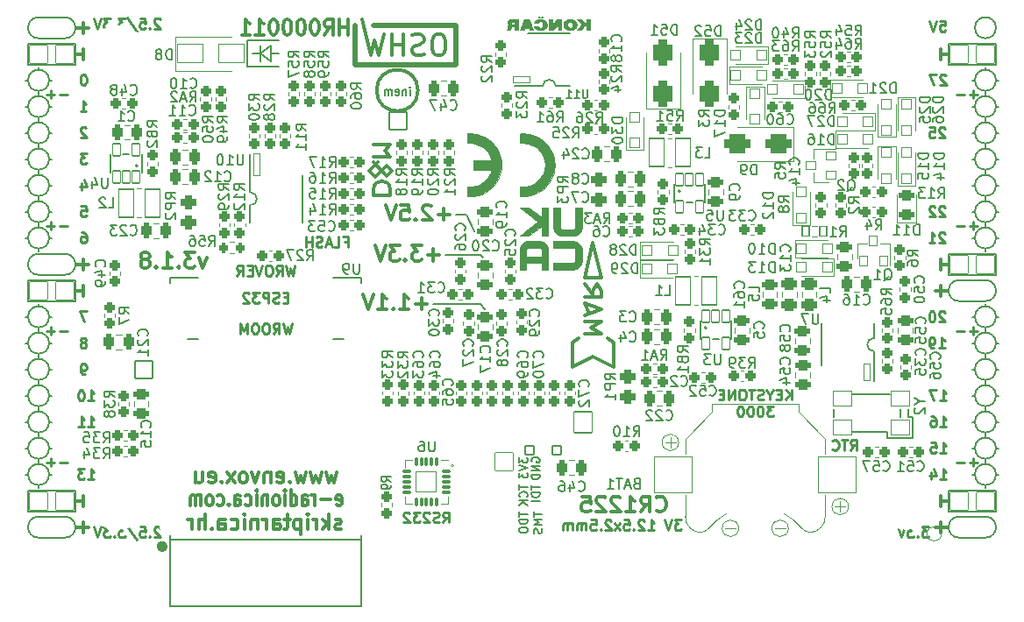
<source format=gbo>
G04 #@! TF.GenerationSoftware,KiCad,Pcbnew,6.0.11+dfsg-1*
G04 #@! TF.CreationDate,2023-04-22T14:08:22+02:00*
G04 #@! TF.ProjectId,ulx3s,756c7833-732e-46b6-9963-61645f706362,v3.1.8*
G04 #@! TF.SameCoordinates,Original*
G04 #@! TF.FileFunction,Legend,Bot*
G04 #@! TF.FilePolarity,Positive*
%FSLAX46Y46*%
G04 Gerber Fmt 4.6, Leading zero omitted, Abs format (unit mm)*
G04 Created by KiCad (PCBNEW 6.0.11+dfsg-1) date 2023-04-22 14:08:22*
%MOMM*%
%LPD*%
G01*
G04 APERTURE LIST*
G04 Aperture macros list*
%AMRoundRect*
0 Rectangle with rounded corners*
0 $1 Rounding radius*
0 $2 $3 $4 $5 $6 $7 $8 $9 X,Y pos of 4 corners*
0 Add a 4 corners polygon primitive as box body*
4,1,4,$2,$3,$4,$5,$6,$7,$8,$9,$2,$3,0*
0 Add four circle primitives for the rounded corners*
1,1,$1+$1,$2,$3*
1,1,$1+$1,$4,$5*
1,1,$1+$1,$6,$7*
1,1,$1+$1,$8,$9*
0 Add four rect primitives between the rounded corners*
20,1,$1+$1,$2,$3,$4,$5,0*
20,1,$1+$1,$4,$5,$6,$7,0*
20,1,$1+$1,$6,$7,$8,$9,0*
20,1,$1+$1,$8,$9,$2,$3,0*%
G04 Aperture macros list end*
%ADD10C,0.200000*%
%ADD11C,0.300000*%
%ADD12C,0.250000*%
%ADD13C,0.150000*%
%ADD14C,0.120000*%
%ADD15C,0.500000*%
%ADD16C,0.010000*%
%ADD17C,1.200000*%
%ADD18C,1.800000*%
%ADD19C,5.600000*%
%ADD20O,1.827200X1.827200*%
%ADD21RoundRect,0.050000X-0.863600X0.863600X-0.863600X-0.863600X0.863600X-0.863600X0.863600X0.863600X0*%
%ADD22RoundRect,0.050000X0.863600X-0.863600X0.863600X0.863600X-0.863600X0.863600X-0.863600X-0.863600X0*%
%ADD23RoundRect,0.050000X0.863600X1.016000X-0.863600X1.016000X-0.863600X-1.016000X0.863600X-1.016000X0*%
%ADD24O,1.827200X2.132000*%
%ADD25C,2.100000*%
%ADD26RoundRect,0.050000X0.850000X-0.850000X0.850000X0.850000X-0.850000X0.850000X-0.850000X-0.850000X0*%
%ADD27O,1.800000X1.800000*%
%ADD28RoundRect,0.050000X-0.850000X0.850000X-0.850000X-0.850000X0.850000X-0.850000X0.850000X0.850000X0*%
%ADD29RoundRect,0.050000X0.425000X-0.425000X0.425000X0.425000X-0.425000X0.425000X-0.425000X-0.425000X0*%
%ADD30O,0.950000X0.950000*%
%ADD31RoundRect,0.050000X-0.350000X-0.600000X0.350000X-0.600000X0.350000X0.600000X-0.350000X0.600000X0*%
%ADD32RoundRect,0.050000X0.350000X0.600000X-0.350000X0.600000X-0.350000X-0.600000X0.350000X-0.600000X0*%
%ADD33RoundRect,0.050000X1.850000X1.750000X-1.850000X1.750000X-1.850000X-1.750000X1.850000X-1.750000X0*%
%ADD34C,9.100000*%
%ADD35RoundRect,0.050000X0.300000X-0.775000X0.300000X0.775000X-0.300000X0.775000X-0.300000X-0.775000X0*%
%ADD36O,0.700000X1.650000*%
%ADD37RoundRect,0.293750X-0.243750X-0.456250X0.243750X-0.456250X0.243750X0.456250X-0.243750X0.456250X0*%
%ADD38RoundRect,0.268750X-0.218750X-0.256250X0.218750X-0.256250X0.218750X0.256250X-0.218750X0.256250X0*%
%ADD39RoundRect,0.293750X0.456250X-0.243750X0.456250X0.243750X-0.456250X0.243750X-0.456250X-0.243750X0*%
%ADD40RoundRect,0.268750X0.218750X0.256250X-0.218750X0.256250X-0.218750X-0.256250X0.218750X-0.256250X0*%
%ADD41RoundRect,0.293750X0.243750X0.456250X-0.243750X0.456250X-0.243750X-0.456250X0.243750X-0.456250X0*%
%ADD42RoundRect,0.268750X-0.256250X0.218750X-0.256250X-0.218750X0.256250X-0.218750X0.256250X0.218750X0*%
%ADD43RoundRect,0.293750X-0.456250X0.243750X-0.456250X-0.243750X0.456250X-0.243750X0.456250X0.243750X0*%
%ADD44RoundRect,0.268750X0.256250X-0.218750X0.256250X0.218750X-0.256250X0.218750X-0.256250X-0.218750X0*%
%ADD45RoundRect,0.050000X-0.500000X-0.500000X0.500000X-0.500000X0.500000X0.500000X-0.500000X0.500000X0*%
%ADD46RoundRect,0.050000X-0.500000X0.500000X-0.500000X-0.500000X0.500000X-0.500000X0.500000X0.500000X0*%
%ADD47RoundRect,0.050000X0.500000X-0.500000X0.500000X0.500000X-0.500000X0.500000X-0.500000X-0.500000X0*%
%ADD48RoundRect,0.050000X0.500000X0.500000X-0.500000X0.500000X-0.500000X-0.500000X0.500000X-0.500000X0*%
%ADD49RoundRect,0.050000X-0.775000X-0.300000X0.775000X-0.300000X0.775000X0.300000X-0.775000X0.300000X0*%
%ADD50O,1.650000X0.700000*%
%ADD51RoundRect,0.050000X0.750000X1.350000X-0.750000X1.350000X-0.750000X-1.350000X0.750000X-1.350000X0*%
%ADD52RoundRect,0.050000X-0.335000X-0.500000X0.335000X-0.500000X0.335000X0.500000X-0.335000X0.500000X0*%
%ADD53RoundRect,0.050000X-0.750000X-1.350000X0.750000X-1.350000X0.750000X1.350000X-0.750000X1.350000X0*%
%ADD54C,0.400000*%
%ADD55RoundRect,0.050000X0.450000X0.400000X-0.450000X0.400000X-0.450000X-0.400000X0.450000X-0.400000X0*%
%ADD56RoundRect,0.050000X0.400000X-0.450000X0.400000X0.450000X-0.400000X0.450000X-0.400000X-0.450000X0*%
%ADD57RoundRect,0.373750X-0.376250X0.323750X-0.376250X-0.323750X0.376250X-0.323750X0.376250X0.323750X0*%
%ADD58RoundRect,0.500000X0.800000X0.450000X-0.800000X0.450000X-0.800000X-0.450000X0.800000X-0.450000X0*%
%ADD59RoundRect,0.500000X-0.450000X0.800000X-0.450000X-0.800000X0.450000X-0.800000X0.450000X0.800000X0*%
%ADD60RoundRect,0.500000X0.450000X-0.800000X0.450000X0.800000X-0.450000X0.800000X-0.450000X-0.800000X0*%
%ADD61RoundRect,0.299999X-0.450001X0.325001X-0.450001X-0.325001X0.450001X-0.325001X0.450001X0.325001X0*%
%ADD62RoundRect,0.050000X-0.300000X1.050000X-0.300000X-1.050000X0.300000X-1.050000X0.300000X1.050000X0*%
%ADD63O,0.700000X2.200000*%
%ADD64RoundRect,0.050000X-1.250000X-0.900000X1.250000X-0.900000X1.250000X0.900000X-1.250000X0.900000X0*%
%ADD65RoundRect,0.275000X0.250000X-0.225000X0.250000X0.225000X-0.250000X0.225000X-0.250000X-0.225000X0*%
%ADD66RoundRect,0.275000X-0.250000X0.225000X-0.250000X-0.225000X0.250000X-0.225000X0.250000X0.225000X0*%
%ADD67RoundRect,0.112500X0.350000X0.062500X-0.350000X0.062500X-0.350000X-0.062500X0.350000X-0.062500X0*%
%ADD68RoundRect,0.112500X0.062500X0.350000X-0.062500X0.350000X-0.062500X-0.350000X0.062500X-0.350000X0*%
%ADD69RoundRect,0.050000X1.000000X1.000000X-1.000000X1.000000X-1.000000X-1.000000X1.000000X-1.000000X0*%
%ADD70RoundRect,0.250000X-0.200000X-0.275000X0.200000X-0.275000X0.200000X0.275000X-0.200000X0.275000X0*%
%ADD71O,2.600000X1.000000*%
%ADD72O,1.000000X2.600000*%
%ADD73RoundRect,0.050000X0.900000X0.700000X-0.900000X0.700000X-0.900000X-0.700000X0.900000X-0.700000X0*%
G04 APERTURE END LIST*
D10*
X118585000Y-66444000D02*
X115537000Y-66444000D01*
X115537000Y-66444000D02*
X115537000Y-63904000D01*
X133470000Y-89378000D02*
X138057000Y-89378000D01*
X184270000Y-109934000D02*
X186810000Y-109934000D01*
X95370000Y-76406000D02*
X95370000Y-76914000D01*
X95370000Y-84534000D02*
G75*
G03*
X95370000Y-86566000I0J-1016000D01*
G01*
X186810000Y-92154000D02*
X186810000Y-91646000D01*
X186810000Y-68786000D02*
X186810000Y-69294000D01*
X96640000Y-70310000D02*
X96386000Y-70310000D01*
X187826000Y-67770000D02*
X188080000Y-67770000D01*
X186810000Y-94694000D02*
X186810000Y-94186000D01*
X187826000Y-70310000D02*
X188080000Y-70310000D01*
X187826000Y-72850000D02*
G75*
G03*
X187826000Y-72850000I-1016000J0D01*
G01*
X186810000Y-101806000D02*
X186810000Y-102314000D01*
X186810000Y-84280000D02*
X186810000Y-84026000D01*
X187826000Y-100790000D02*
X188080000Y-100790000D01*
X96386000Y-105870000D02*
X96640000Y-105870000D01*
X186810000Y-89360000D02*
X186810000Y-89614000D01*
X98926000Y-87074000D02*
X94354000Y-87074000D01*
X96386000Y-95710000D02*
X96640000Y-95710000D01*
X185540000Y-98250000D02*
X185794000Y-98250000D01*
X95370000Y-104346000D02*
X95370000Y-104854000D01*
D11*
X98926000Y-108410000D02*
X99688000Y-108410000D01*
X99688000Y-88598000D02*
X99688000Y-87582000D01*
D10*
X95370000Y-61674000D02*
X97910000Y-61674000D01*
X94354000Y-100790000D02*
X94100000Y-100790000D01*
X96386000Y-80470000D02*
G75*
G03*
X96386000Y-80470000I-1016000J0D01*
G01*
X96386000Y-103330000D02*
G75*
G03*
X96386000Y-103330000I-1016000J0D01*
G01*
X186810000Y-76406000D02*
X186810000Y-76914000D01*
X94354000Y-80470000D02*
X94100000Y-80470000D01*
X185540000Y-90630000D02*
X185794000Y-90630000D01*
X95370000Y-86566000D02*
X97910000Y-86566000D01*
X187826000Y-77930000D02*
X188080000Y-77930000D01*
D11*
X99688000Y-110442000D02*
X99688000Y-111458000D01*
D10*
X115537000Y-63904000D02*
X118585000Y-63904000D01*
X187826000Y-64214000D02*
X183254000Y-64214000D01*
D11*
X98926000Y-110950000D02*
X100196000Y-110950000D01*
D10*
X95370000Y-91646000D02*
X95370000Y-92154000D01*
X96386000Y-95710000D02*
G75*
G03*
X96386000Y-95710000I-1016000J0D01*
G01*
X94354000Y-64214000D02*
X94354000Y-66246000D01*
X116807000Y-65174000D02*
X116045000Y-65174000D01*
D11*
X182492000Y-107902000D02*
X182492000Y-108918000D01*
D10*
X98926000Y-66246000D02*
X98926000Y-64214000D01*
X187826000Y-67770000D02*
G75*
G03*
X187826000Y-67770000I-1016000J0D01*
G01*
X94354000Y-95710000D02*
X94100000Y-95710000D01*
X186810000Y-104346000D02*
X186810000Y-104854000D01*
X95370000Y-61674000D02*
G75*
G03*
X95370000Y-63706000I0J-1016000D01*
G01*
X183254000Y-107394000D02*
X183254000Y-109426000D01*
X185540000Y-83010000D02*
X185794000Y-83010000D01*
D11*
X98926000Y-85550000D02*
X100196000Y-85550000D01*
X99688000Y-64722000D02*
X99688000Y-65738000D01*
D10*
X186810000Y-111966000D02*
G75*
G03*
X186810000Y-109934000I0J1016000D01*
G01*
X187826000Y-98250000D02*
X188080000Y-98250000D01*
X95370000Y-78946000D02*
X95370000Y-79454000D01*
X187826000Y-80470000D02*
G75*
G03*
X187826000Y-80470000I-1016000J0D01*
G01*
X117823000Y-65174000D02*
X118585000Y-65174000D01*
X96386000Y-90630000D02*
G75*
G03*
X96386000Y-90630000I-1016000J0D01*
G01*
X185540000Y-103330000D02*
X185794000Y-103330000D01*
X94354000Y-87074000D02*
X94354000Y-89106000D01*
X94100000Y-72850000D02*
X94354000Y-72850000D01*
X187826000Y-98250000D02*
G75*
G03*
X187826000Y-98250000I-1016000J0D01*
G01*
X184270000Y-111966000D02*
X186810000Y-111966000D01*
X94354000Y-67770000D02*
X94100000Y-67770000D01*
X95370000Y-71326000D02*
X95370000Y-71834000D01*
X184270000Y-87074000D02*
G75*
G03*
X184270000Y-89106000I0J-1016000D01*
G01*
X185540000Y-93170000D02*
X185794000Y-93170000D01*
X96640000Y-80470000D02*
X96386000Y-80470000D01*
X117823000Y-64412000D02*
X117823000Y-65936000D01*
X116807000Y-64412000D02*
X116807000Y-65936000D01*
X186810000Y-66500000D02*
X186810000Y-66754000D01*
X183254000Y-84534000D02*
X183254000Y-86566000D01*
X94354000Y-66246000D02*
X98926000Y-66246000D01*
D11*
X99688000Y-62182000D02*
X99688000Y-63198000D01*
D10*
X137422000Y-82393000D02*
X136660000Y-80742000D01*
X185794000Y-75390000D02*
X185540000Y-75390000D01*
D11*
X183254000Y-65230000D02*
X182492000Y-65230000D01*
D10*
X96386000Y-72850000D02*
X96640000Y-72850000D01*
X96386000Y-100790000D02*
G75*
G03*
X96386000Y-100790000I-1016000J0D01*
G01*
X183254000Y-109426000D02*
X187826000Y-109426000D01*
D11*
X182492000Y-85042000D02*
X182492000Y-86058000D01*
D10*
X138311000Y-84933000D02*
X138057000Y-84679000D01*
X186810000Y-99266000D02*
X186810000Y-99774000D01*
X183254000Y-66246000D02*
X187826000Y-66246000D01*
X96386000Y-83010000D02*
X96640000Y-83010000D01*
D11*
X183254000Y-108410000D02*
X182492000Y-108410000D01*
D10*
X95370000Y-109934000D02*
G75*
G03*
X95370000Y-111966000I0J-1016000D01*
G01*
X94354000Y-107394000D02*
X94354000Y-109426000D01*
X186810000Y-81994000D02*
X186810000Y-81486000D01*
X96386000Y-105870000D02*
G75*
G03*
X96386000Y-105870000I-1016000J0D01*
G01*
X187826000Y-83010000D02*
G75*
G03*
X187826000Y-83010000I-1016000J0D01*
G01*
X94354000Y-89106000D02*
X98926000Y-89106000D01*
X96386000Y-75390000D02*
X96640000Y-75390000D01*
D11*
X183254000Y-88090000D02*
X181984000Y-88090000D01*
D10*
X185540000Y-72850000D02*
X185794000Y-72850000D01*
X187826000Y-100790000D02*
G75*
G03*
X187826000Y-100790000I-1016000J0D01*
G01*
X116807000Y-65174000D02*
X117823000Y-64412000D01*
X96386000Y-67770000D02*
X96640000Y-67770000D01*
X187826000Y-95710000D02*
X188080000Y-95710000D01*
X94354000Y-77930000D02*
X94100000Y-77930000D01*
X96386000Y-93170000D02*
X96640000Y-93170000D01*
D11*
X98926000Y-88090000D02*
X99688000Y-88090000D01*
D10*
X95370000Y-99266000D02*
X95370000Y-99774000D01*
X185540000Y-105870000D02*
X185794000Y-105870000D01*
X95370000Y-94186000D02*
X95370000Y-94694000D01*
X98926000Y-109426000D02*
X98926000Y-107394000D01*
X98926000Y-107394000D02*
X94354000Y-107394000D01*
X185794000Y-80470000D02*
X185540000Y-80470000D01*
X96386000Y-75390000D02*
G75*
G03*
X96386000Y-75390000I-1016000J0D01*
G01*
X138057000Y-84679000D02*
X134628000Y-84679000D01*
X95370000Y-68786000D02*
X95370000Y-69294000D01*
X96386000Y-67770000D02*
G75*
G03*
X96386000Y-67770000I-1016000J0D01*
G01*
X96386000Y-70310000D02*
G75*
G03*
X96386000Y-70310000I-1016000J0D01*
G01*
X96640000Y-90630000D02*
X96386000Y-90630000D01*
X187826000Y-95710000D02*
G75*
G03*
X187826000Y-95710000I-1016000J0D01*
G01*
D11*
X99688000Y-108918000D02*
X99688000Y-107902000D01*
D10*
X94354000Y-109426000D02*
X98926000Y-109426000D01*
X185794000Y-77930000D02*
X185540000Y-77930000D01*
X98926000Y-89106000D02*
X98926000Y-87074000D01*
X187826000Y-70310000D02*
G75*
G03*
X187826000Y-70310000I-1016000J0D01*
G01*
X96386000Y-77930000D02*
X96640000Y-77930000D01*
X187826000Y-75390000D02*
G75*
G03*
X187826000Y-75390000I-1016000J0D01*
G01*
X187826000Y-77930000D02*
G75*
G03*
X187826000Y-77930000I-1016000J0D01*
G01*
X95370000Y-96726000D02*
X95370000Y-97234000D01*
X95370000Y-66500000D02*
X95370000Y-66754000D01*
X95370000Y-81486000D02*
X95370000Y-81994000D01*
X96386000Y-103330000D02*
X96640000Y-103330000D01*
X94354000Y-90630000D02*
X94100000Y-90630000D01*
X95370000Y-73866000D02*
X95370000Y-74374000D01*
D11*
X182492000Y-87582000D02*
X182492000Y-88598000D01*
D10*
X136660000Y-80742000D02*
X135644000Y-80742000D01*
X187826000Y-107394000D02*
X183254000Y-107394000D01*
X185540000Y-95710000D02*
X185794000Y-95710000D01*
X186810000Y-107140000D02*
X186810000Y-106886000D01*
X95370000Y-63706000D02*
X97910000Y-63706000D01*
X184270000Y-109934000D02*
G75*
G03*
X184270000Y-111966000I0J-1016000D01*
G01*
D11*
X98926000Y-62690000D02*
X100196000Y-62690000D01*
D10*
X97910000Y-111966000D02*
G75*
G03*
X97910000Y-109934000I0J1016000D01*
G01*
X94354000Y-70310000D02*
X94100000Y-70310000D01*
X185540000Y-100790000D02*
X185794000Y-100790000D01*
X97910000Y-63706000D02*
G75*
G03*
X97910000Y-61674000I0J1016000D01*
G01*
X96386000Y-100790000D02*
X96640000Y-100790000D01*
X94354000Y-103330000D02*
X94100000Y-103330000D01*
X96386000Y-98250000D02*
G75*
G03*
X96386000Y-98250000I-1016000J0D01*
G01*
X187826000Y-93170000D02*
X188080000Y-93170000D01*
X184270000Y-87074000D02*
X186810000Y-87074000D01*
D11*
X182492000Y-64722000D02*
X182492000Y-65738000D01*
D10*
X97910000Y-86566000D02*
G75*
G03*
X97910000Y-84534000I0J1016000D01*
G01*
X95370000Y-102314000D02*
X95370000Y-101806000D01*
X183254000Y-64214000D02*
X183254000Y-66246000D01*
X187826000Y-103330000D02*
G75*
G03*
X187826000Y-103330000I-1016000J0D01*
G01*
X96386000Y-93170000D02*
G75*
G03*
X96386000Y-93170000I-1016000J0D01*
G01*
X187826000Y-62690000D02*
G75*
G03*
X187826000Y-62690000I-1016000J0D01*
G01*
X96386000Y-77930000D02*
G75*
G03*
X96386000Y-77930000I-1016000J0D01*
G01*
D11*
X183254000Y-110950000D02*
X181984000Y-110950000D01*
D10*
X95370000Y-89360000D02*
X95370000Y-89614000D01*
X95370000Y-111966000D02*
X97910000Y-111966000D01*
X186810000Y-73866000D02*
X186810000Y-74374000D01*
X95370000Y-84534000D02*
X97910000Y-84534000D01*
D11*
X99688000Y-85042000D02*
X99688000Y-86058000D01*
D10*
X187826000Y-90630000D02*
G75*
G03*
X187826000Y-90630000I-1016000J0D01*
G01*
X187826000Y-93170000D02*
G75*
G03*
X187826000Y-93170000I-1016000J0D01*
G01*
D11*
X183254000Y-85550000D02*
X182492000Y-85550000D01*
D10*
X187826000Y-103330000D02*
X188080000Y-103330000D01*
X138057000Y-89378000D02*
X138438000Y-89886000D01*
X187826000Y-80470000D02*
X188080000Y-80470000D01*
X94354000Y-75390000D02*
X94100000Y-75390000D01*
X96386000Y-83010000D02*
G75*
G03*
X96386000Y-83010000I-1016000J0D01*
G01*
X186810000Y-97234000D02*
X186810000Y-96726000D01*
X187826000Y-72850000D02*
X188080000Y-72850000D01*
X187826000Y-105870000D02*
X188080000Y-105870000D01*
X187826000Y-109426000D02*
X187826000Y-107394000D01*
X95370000Y-109934000D02*
X97910000Y-109934000D01*
X187826000Y-84534000D02*
X183254000Y-84534000D01*
X95370000Y-107140000D02*
X95370000Y-106886000D01*
X94354000Y-105870000D02*
X94100000Y-105870000D01*
X187826000Y-86566000D02*
X187826000Y-84534000D01*
X95370000Y-84280000D02*
X95370000Y-84026000D01*
X94354000Y-98250000D02*
X94100000Y-98250000D01*
X185540000Y-67770000D02*
X185794000Y-67770000D01*
X184270000Y-89106000D02*
X186810000Y-89106000D01*
X183254000Y-86566000D02*
X187826000Y-86566000D01*
X186810000Y-71834000D02*
X186810000Y-71326000D01*
X187826000Y-83010000D02*
X188080000Y-83010000D01*
D11*
X182492000Y-110442000D02*
X182492000Y-111458000D01*
D10*
X117823000Y-65936000D02*
X116807000Y-65174000D01*
X98926000Y-64214000D02*
X94354000Y-64214000D01*
X186810000Y-78946000D02*
X186810000Y-79454000D01*
X94354000Y-93170000D02*
X94100000Y-93170000D01*
X96386000Y-72850000D02*
G75*
G03*
X96386000Y-72850000I-1016000J0D01*
G01*
X187826000Y-90630000D02*
X188080000Y-90630000D01*
X187826000Y-75390000D02*
X188080000Y-75390000D01*
X94354000Y-83010000D02*
X94100000Y-83010000D01*
D11*
X98926000Y-65230000D02*
X99688000Y-65230000D01*
D10*
X96386000Y-98250000D02*
X96640000Y-98250000D01*
X187826000Y-66246000D02*
X187826000Y-64214000D01*
X186810000Y-89106000D02*
G75*
G03*
X186810000Y-87074000I0J1016000D01*
G01*
X185540000Y-70310000D02*
X185794000Y-70310000D01*
X187826000Y-105870000D02*
G75*
G03*
X187826000Y-105870000I-1016000J0D01*
G01*
D12*
X168085000Y-98647380D02*
X168085000Y-97647380D01*
X167513571Y-98647380D02*
X167942142Y-98075952D01*
X167513571Y-97647380D02*
X168085000Y-98218809D01*
X167085000Y-98123571D02*
X166751666Y-98123571D01*
X166608809Y-98647380D02*
X167085000Y-98647380D01*
X167085000Y-97647380D01*
X166608809Y-97647380D01*
X165989761Y-98171190D02*
X165989761Y-98647380D01*
X166323095Y-97647380D02*
X165989761Y-98171190D01*
X165656428Y-97647380D01*
X165370714Y-98599761D02*
X165227857Y-98647380D01*
X164989761Y-98647380D01*
X164894523Y-98599761D01*
X164846904Y-98552142D01*
X164799285Y-98456904D01*
X164799285Y-98361666D01*
X164846904Y-98266428D01*
X164894523Y-98218809D01*
X164989761Y-98171190D01*
X165180238Y-98123571D01*
X165275476Y-98075952D01*
X165323095Y-98028333D01*
X165370714Y-97933095D01*
X165370714Y-97837857D01*
X165323095Y-97742619D01*
X165275476Y-97695000D01*
X165180238Y-97647380D01*
X164942142Y-97647380D01*
X164799285Y-97695000D01*
X164513571Y-97647380D02*
X163942142Y-97647380D01*
X164227857Y-98647380D02*
X164227857Y-97647380D01*
X163418333Y-97647380D02*
X163227857Y-97647380D01*
X163132619Y-97695000D01*
X163037380Y-97790238D01*
X162989761Y-97980714D01*
X162989761Y-98314047D01*
X163037380Y-98504523D01*
X163132619Y-98599761D01*
X163227857Y-98647380D01*
X163418333Y-98647380D01*
X163513571Y-98599761D01*
X163608809Y-98504523D01*
X163656428Y-98314047D01*
X163656428Y-97980714D01*
X163608809Y-97790238D01*
X163513571Y-97695000D01*
X163418333Y-97647380D01*
X162561190Y-98647380D02*
X162561190Y-97647380D01*
X161989761Y-98647380D01*
X161989761Y-97647380D01*
X161513571Y-98123571D02*
X161180238Y-98123571D01*
X161037380Y-98647380D02*
X161513571Y-98647380D01*
X161513571Y-97647380D01*
X161037380Y-97647380D01*
X166346904Y-99257380D02*
X165727857Y-99257380D01*
X166061190Y-99638333D01*
X165918333Y-99638333D01*
X165823095Y-99685952D01*
X165775476Y-99733571D01*
X165727857Y-99828809D01*
X165727857Y-100066904D01*
X165775476Y-100162142D01*
X165823095Y-100209761D01*
X165918333Y-100257380D01*
X166204047Y-100257380D01*
X166299285Y-100209761D01*
X166346904Y-100162142D01*
X165108809Y-99257380D02*
X165013571Y-99257380D01*
X164918333Y-99305000D01*
X164870714Y-99352619D01*
X164823095Y-99447857D01*
X164775476Y-99638333D01*
X164775476Y-99876428D01*
X164823095Y-100066904D01*
X164870714Y-100162142D01*
X164918333Y-100209761D01*
X165013571Y-100257380D01*
X165108809Y-100257380D01*
X165204047Y-100209761D01*
X165251666Y-100162142D01*
X165299285Y-100066904D01*
X165346904Y-99876428D01*
X165346904Y-99638333D01*
X165299285Y-99447857D01*
X165251666Y-99352619D01*
X165204047Y-99305000D01*
X165108809Y-99257380D01*
X164156428Y-99257380D02*
X164061190Y-99257380D01*
X163965952Y-99305000D01*
X163918333Y-99352619D01*
X163870714Y-99447857D01*
X163823095Y-99638333D01*
X163823095Y-99876428D01*
X163870714Y-100066904D01*
X163918333Y-100162142D01*
X163965952Y-100209761D01*
X164061190Y-100257380D01*
X164156428Y-100257380D01*
X164251666Y-100209761D01*
X164299285Y-100162142D01*
X164346904Y-100066904D01*
X164394523Y-99876428D01*
X164394523Y-99638333D01*
X164346904Y-99447857D01*
X164299285Y-99352619D01*
X164251666Y-99305000D01*
X164156428Y-99257380D01*
X163204047Y-99257380D02*
X163108809Y-99257380D01*
X163013571Y-99305000D01*
X162965952Y-99352619D01*
X162918333Y-99447857D01*
X162870714Y-99638333D01*
X162870714Y-99876428D01*
X162918333Y-100066904D01*
X162965952Y-100162142D01*
X163013571Y-100209761D01*
X163108809Y-100257380D01*
X163204047Y-100257380D01*
X163299285Y-100209761D01*
X163346904Y-100162142D01*
X163394523Y-100066904D01*
X163442142Y-99876428D01*
X163442142Y-99638333D01*
X163394523Y-99447857D01*
X163346904Y-99352619D01*
X163299285Y-99305000D01*
X163204047Y-99257380D01*
X157418095Y-110252380D02*
X156799047Y-110252380D01*
X157132380Y-110633333D01*
X156989523Y-110633333D01*
X156894285Y-110680952D01*
X156846666Y-110728571D01*
X156799047Y-110823809D01*
X156799047Y-111061904D01*
X156846666Y-111157142D01*
X156894285Y-111204761D01*
X156989523Y-111252380D01*
X157275238Y-111252380D01*
X157370476Y-111204761D01*
X157418095Y-111157142D01*
X156513333Y-110252380D02*
X156180000Y-111252380D01*
X155846666Y-110252380D01*
X154227619Y-111252380D02*
X154799047Y-111252380D01*
X154513333Y-111252380D02*
X154513333Y-110252380D01*
X154608571Y-110395238D01*
X154703809Y-110490476D01*
X154799047Y-110538095D01*
X153846666Y-110347619D02*
X153799047Y-110300000D01*
X153703809Y-110252380D01*
X153465714Y-110252380D01*
X153370476Y-110300000D01*
X153322857Y-110347619D01*
X153275238Y-110442857D01*
X153275238Y-110538095D01*
X153322857Y-110680952D01*
X153894285Y-111252380D01*
X153275238Y-111252380D01*
X152846666Y-111157142D02*
X152799047Y-111204761D01*
X152846666Y-111252380D01*
X152894285Y-111204761D01*
X152846666Y-111157142D01*
X152846666Y-111252380D01*
X151894285Y-110252380D02*
X152370476Y-110252380D01*
X152418095Y-110728571D01*
X152370476Y-110680952D01*
X152275238Y-110633333D01*
X152037142Y-110633333D01*
X151941904Y-110680952D01*
X151894285Y-110728571D01*
X151846666Y-110823809D01*
X151846666Y-111061904D01*
X151894285Y-111157142D01*
X151941904Y-111204761D01*
X152037142Y-111252380D01*
X152275238Y-111252380D01*
X152370476Y-111204761D01*
X152418095Y-111157142D01*
X151513333Y-111252380D02*
X150989523Y-110585714D01*
X151513333Y-110585714D02*
X150989523Y-111252380D01*
X150656190Y-110347619D02*
X150608571Y-110300000D01*
X150513333Y-110252380D01*
X150275238Y-110252380D01*
X150180000Y-110300000D01*
X150132380Y-110347619D01*
X150084761Y-110442857D01*
X150084761Y-110538095D01*
X150132380Y-110680952D01*
X150703809Y-111252380D01*
X150084761Y-111252380D01*
X149656190Y-111157142D02*
X149608571Y-111204761D01*
X149656190Y-111252380D01*
X149703809Y-111204761D01*
X149656190Y-111157142D01*
X149656190Y-111252380D01*
X148703809Y-110252380D02*
X149180000Y-110252380D01*
X149227619Y-110728571D01*
X149180000Y-110680952D01*
X149084761Y-110633333D01*
X148846666Y-110633333D01*
X148751428Y-110680952D01*
X148703809Y-110728571D01*
X148656190Y-110823809D01*
X148656190Y-111061904D01*
X148703809Y-111157142D01*
X148751428Y-111204761D01*
X148846666Y-111252380D01*
X149084761Y-111252380D01*
X149180000Y-111204761D01*
X149227619Y-111157142D01*
X148227619Y-111252380D02*
X148227619Y-110585714D01*
X148227619Y-110680952D02*
X148180000Y-110633333D01*
X148084761Y-110585714D01*
X147941904Y-110585714D01*
X147846666Y-110633333D01*
X147799047Y-110728571D01*
X147799047Y-111252380D01*
X147799047Y-110728571D02*
X147751428Y-110633333D01*
X147656190Y-110585714D01*
X147513333Y-110585714D01*
X147418095Y-110633333D01*
X147370476Y-110728571D01*
X147370476Y-111252380D01*
X146894285Y-111252380D02*
X146894285Y-110585714D01*
X146894285Y-110680952D02*
X146846666Y-110633333D01*
X146751428Y-110585714D01*
X146608571Y-110585714D01*
X146513333Y-110633333D01*
X146465714Y-110728571D01*
X146465714Y-111252380D01*
X146465714Y-110728571D02*
X146418095Y-110633333D01*
X146322857Y-110585714D01*
X146180000Y-110585714D01*
X146084761Y-110633333D01*
X146037142Y-110728571D01*
X146037142Y-111252380D01*
X182316476Y-93640380D02*
X182887904Y-93640380D01*
X182602190Y-93640380D02*
X182602190Y-92640380D01*
X182697428Y-92783238D01*
X182792666Y-92878476D01*
X182887904Y-92926095D01*
X181840285Y-93640380D02*
X181649809Y-93640380D01*
X181554571Y-93592761D01*
X181506952Y-93545142D01*
X181411714Y-93402285D01*
X181364095Y-93211809D01*
X181364095Y-92830857D01*
X181411714Y-92735619D01*
X181459333Y-92688000D01*
X181554571Y-92640380D01*
X181745047Y-92640380D01*
X181840285Y-92688000D01*
X181887904Y-92735619D01*
X181935523Y-92830857D01*
X181935523Y-93068952D01*
X181887904Y-93164190D01*
X181840285Y-93211809D01*
X181745047Y-93259428D01*
X181554571Y-93259428D01*
X181459333Y-93211809D01*
X181411714Y-93164190D01*
X181364095Y-93068952D01*
X182887904Y-90195619D02*
X182840285Y-90148000D01*
X182745047Y-90100380D01*
X182506952Y-90100380D01*
X182411714Y-90148000D01*
X182364095Y-90195619D01*
X182316476Y-90290857D01*
X182316476Y-90386095D01*
X182364095Y-90528952D01*
X182935523Y-91100380D01*
X182316476Y-91100380D01*
X181697428Y-90100380D02*
X181602190Y-90100380D01*
X181506952Y-90148000D01*
X181459333Y-90195619D01*
X181411714Y-90290857D01*
X181364095Y-90481333D01*
X181364095Y-90719428D01*
X181411714Y-90909904D01*
X181459333Y-91005142D01*
X181506952Y-91052761D01*
X181602190Y-91100380D01*
X181697428Y-91100380D01*
X181792666Y-91052761D01*
X181840285Y-91005142D01*
X181887904Y-90909904D01*
X181935523Y-90719428D01*
X181935523Y-90481333D01*
X181887904Y-90290857D01*
X181840285Y-90195619D01*
X181792666Y-90148000D01*
X181697428Y-90100380D01*
X182887904Y-82575619D02*
X182840285Y-82528000D01*
X182745047Y-82480380D01*
X182506952Y-82480380D01*
X182411714Y-82528000D01*
X182364095Y-82575619D01*
X182316476Y-82670857D01*
X182316476Y-82766095D01*
X182364095Y-82908952D01*
X182935523Y-83480380D01*
X182316476Y-83480380D01*
X181364095Y-83480380D02*
X181935523Y-83480380D01*
X181649809Y-83480380D02*
X181649809Y-82480380D01*
X181745047Y-82623238D01*
X181840285Y-82718476D01*
X181935523Y-82766095D01*
D11*
X111594285Y-84928571D02*
X111237142Y-85928571D01*
X110880000Y-84928571D01*
X110451428Y-84428571D02*
X109522857Y-84428571D01*
X110022857Y-85000000D01*
X109808571Y-85000000D01*
X109665714Y-85071428D01*
X109594285Y-85142857D01*
X109522857Y-85285714D01*
X109522857Y-85642857D01*
X109594285Y-85785714D01*
X109665714Y-85857142D01*
X109808571Y-85928571D01*
X110237142Y-85928571D01*
X110380000Y-85857142D01*
X110451428Y-85785714D01*
X108880000Y-85785714D02*
X108808571Y-85857142D01*
X108880000Y-85928571D01*
X108951428Y-85857142D01*
X108880000Y-85785714D01*
X108880000Y-85928571D01*
X107380000Y-85928571D02*
X108237142Y-85928571D01*
X107808571Y-85928571D02*
X107808571Y-84428571D01*
X107951428Y-84642857D01*
X108094285Y-84785714D01*
X108237142Y-84857142D01*
X106737142Y-85785714D02*
X106665714Y-85857142D01*
X106737142Y-85928571D01*
X106808571Y-85857142D01*
X106737142Y-85785714D01*
X106737142Y-85928571D01*
X105808571Y-85071428D02*
X105951428Y-85000000D01*
X106022857Y-84928571D01*
X106094285Y-84785714D01*
X106094285Y-84714285D01*
X106022857Y-84571428D01*
X105951428Y-84500000D01*
X105808571Y-84428571D01*
X105522857Y-84428571D01*
X105380000Y-84500000D01*
X105308571Y-84571428D01*
X105237142Y-84714285D01*
X105237142Y-84785714D01*
X105308571Y-84928571D01*
X105380000Y-85000000D01*
X105522857Y-85071428D01*
X105808571Y-85071428D01*
X105951428Y-85142857D01*
X106022857Y-85214285D01*
X106094285Y-85357142D01*
X106094285Y-85642857D01*
X106022857Y-85785714D01*
X105951428Y-85857142D01*
X105808571Y-85928571D01*
X105522857Y-85928571D01*
X105380000Y-85857142D01*
X105308571Y-85785714D01*
X105237142Y-85642857D01*
X105237142Y-85357142D01*
X105308571Y-85214285D01*
X105380000Y-85142857D01*
X105522857Y-85071428D01*
D12*
X100147476Y-98720380D02*
X100718904Y-98720380D01*
X100433190Y-98720380D02*
X100433190Y-97720380D01*
X100528428Y-97863238D01*
X100623666Y-97958476D01*
X100718904Y-98006095D01*
X99528428Y-97720380D02*
X99433190Y-97720380D01*
X99337952Y-97768000D01*
X99290333Y-97815619D01*
X99242714Y-97910857D01*
X99195095Y-98101333D01*
X99195095Y-98339428D01*
X99242714Y-98529904D01*
X99290333Y-98625142D01*
X99337952Y-98672761D01*
X99433190Y-98720380D01*
X99528428Y-98720380D01*
X99623666Y-98672761D01*
X99671285Y-98625142D01*
X99718904Y-98529904D01*
X99766523Y-98339428D01*
X99766523Y-98101333D01*
X99718904Y-97910857D01*
X99671285Y-97815619D01*
X99623666Y-97768000D01*
X99528428Y-97720380D01*
X182887904Y-80035619D02*
X182840285Y-79988000D01*
X182745047Y-79940380D01*
X182506952Y-79940380D01*
X182411714Y-79988000D01*
X182364095Y-80035619D01*
X182316476Y-80130857D01*
X182316476Y-80226095D01*
X182364095Y-80368952D01*
X182935523Y-80940380D01*
X182316476Y-80940380D01*
X181935523Y-80035619D02*
X181887904Y-79988000D01*
X181792666Y-79940380D01*
X181554571Y-79940380D01*
X181459333Y-79988000D01*
X181411714Y-80035619D01*
X181364095Y-80130857D01*
X181364095Y-80226095D01*
X181411714Y-80368952D01*
X181983142Y-80940380D01*
X181364095Y-80940380D01*
X182887904Y-72415619D02*
X182840285Y-72368000D01*
X182745047Y-72320380D01*
X182506952Y-72320380D01*
X182411714Y-72368000D01*
X182364095Y-72415619D01*
X182316476Y-72510857D01*
X182316476Y-72606095D01*
X182364095Y-72748952D01*
X182935523Y-73320380D01*
X182316476Y-73320380D01*
X181411714Y-72320380D02*
X181887904Y-72320380D01*
X181935523Y-72796571D01*
X181887904Y-72748952D01*
X181792666Y-72701333D01*
X181554571Y-72701333D01*
X181459333Y-72748952D01*
X181411714Y-72796571D01*
X181364095Y-72891809D01*
X181364095Y-73129904D01*
X181411714Y-73225142D01*
X181459333Y-73272761D01*
X181554571Y-73320380D01*
X181792666Y-73320380D01*
X181887904Y-73272761D01*
X181935523Y-73225142D01*
X100147476Y-101260380D02*
X100718904Y-101260380D01*
X100433190Y-101260380D02*
X100433190Y-100260380D01*
X100528428Y-100403238D01*
X100623666Y-100498476D01*
X100718904Y-100546095D01*
X99195095Y-101260380D02*
X99766523Y-101260380D01*
X99480809Y-101260380D02*
X99480809Y-100260380D01*
X99576047Y-100403238D01*
X99671285Y-100498476D01*
X99766523Y-100546095D01*
X99893476Y-96180380D02*
X99703000Y-96180380D01*
X99607761Y-96132761D01*
X99560142Y-96085142D01*
X99464904Y-95942285D01*
X99417285Y-95751809D01*
X99417285Y-95370857D01*
X99464904Y-95275619D01*
X99512523Y-95228000D01*
X99607761Y-95180380D01*
X99798238Y-95180380D01*
X99893476Y-95228000D01*
X99941095Y-95275619D01*
X99988714Y-95370857D01*
X99988714Y-95608952D01*
X99941095Y-95704190D01*
X99893476Y-95751809D01*
X99798238Y-95799428D01*
X99607761Y-95799428D01*
X99512523Y-95751809D01*
X99464904Y-95704190D01*
X99417285Y-95608952D01*
X173792428Y-103528380D02*
X174125761Y-103052190D01*
X174363857Y-103528380D02*
X174363857Y-102528380D01*
X173982904Y-102528380D01*
X173887666Y-102576000D01*
X173840047Y-102623619D01*
X173792428Y-102718857D01*
X173792428Y-102861714D01*
X173840047Y-102956952D01*
X173887666Y-103004571D01*
X173982904Y-103052190D01*
X174363857Y-103052190D01*
X173506714Y-102528380D02*
X172935285Y-102528380D01*
X173221000Y-103528380D02*
X173221000Y-102528380D01*
X172030523Y-103433142D02*
X172078142Y-103480761D01*
X172221000Y-103528380D01*
X172316238Y-103528380D01*
X172459095Y-103480761D01*
X172554333Y-103385523D01*
X172601952Y-103290285D01*
X172649571Y-103099809D01*
X172649571Y-102956952D01*
X172601952Y-102766476D01*
X172554333Y-102671238D01*
X172459095Y-102576000D01*
X172316238Y-102528380D01*
X172221000Y-102528380D01*
X172078142Y-102576000D01*
X172030523Y-102623619D01*
X124890476Y-83348571D02*
X125223809Y-83348571D01*
X125223809Y-83872380D02*
X125223809Y-82872380D01*
X124747619Y-82872380D01*
X123890476Y-83872380D02*
X124366666Y-83872380D01*
X124366666Y-82872380D01*
X123604761Y-83586666D02*
X123128571Y-83586666D01*
X123700000Y-83872380D02*
X123366666Y-82872380D01*
X123033333Y-83872380D01*
X122747619Y-83824761D02*
X122604761Y-83872380D01*
X122366666Y-83872380D01*
X122271428Y-83824761D01*
X122223809Y-83777142D01*
X122176190Y-83681904D01*
X122176190Y-83586666D01*
X122223809Y-83491428D01*
X122271428Y-83443809D01*
X122366666Y-83396190D01*
X122557142Y-83348571D01*
X122652380Y-83300952D01*
X122700000Y-83253333D01*
X122747619Y-83158095D01*
X122747619Y-83062857D01*
X122700000Y-82967619D01*
X122652380Y-82920000D01*
X122557142Y-82872380D01*
X122319047Y-82872380D01*
X122176190Y-82920000D01*
X121747619Y-83872380D02*
X121747619Y-82872380D01*
X121747619Y-83348571D02*
X121176190Y-83348571D01*
X121176190Y-83872380D02*
X121176190Y-82872380D01*
D11*
X132914000Y-89358142D02*
X131771142Y-89358142D01*
X132342571Y-89929571D02*
X132342571Y-88786714D01*
X130271142Y-89929571D02*
X131128285Y-89929571D01*
X130699714Y-89929571D02*
X130699714Y-88429571D01*
X130842571Y-88643857D01*
X130985428Y-88786714D01*
X131128285Y-88858142D01*
X129628285Y-89786714D02*
X129556857Y-89858142D01*
X129628285Y-89929571D01*
X129699714Y-89858142D01*
X129628285Y-89786714D01*
X129628285Y-89929571D01*
X128128285Y-89929571D02*
X128985428Y-89929571D01*
X128556857Y-89929571D02*
X128556857Y-88429571D01*
X128699714Y-88643857D01*
X128842571Y-88786714D01*
X128985428Y-88858142D01*
X127699714Y-88429571D02*
X127199714Y-89929571D01*
X126699714Y-88429571D01*
D12*
X99775238Y-93080952D02*
X99870476Y-93033333D01*
X99918095Y-92985714D01*
X99965714Y-92890476D01*
X99965714Y-92842857D01*
X99918095Y-92747619D01*
X99870476Y-92700000D01*
X99775238Y-92652380D01*
X99584761Y-92652380D01*
X99489523Y-92700000D01*
X99441904Y-92747619D01*
X99394285Y-92842857D01*
X99394285Y-92890476D01*
X99441904Y-92985714D01*
X99489523Y-93033333D01*
X99584761Y-93080952D01*
X99775238Y-93080952D01*
X99870476Y-93128571D01*
X99918095Y-93176190D01*
X99965714Y-93271428D01*
X99965714Y-93461904D01*
X99918095Y-93557142D01*
X99870476Y-93604761D01*
X99775238Y-93652380D01*
X99584761Y-93652380D01*
X99489523Y-93604761D01*
X99441904Y-93557142D01*
X99394285Y-93461904D01*
X99394285Y-93271428D01*
X99441904Y-93176190D01*
X99489523Y-93128571D01*
X99584761Y-93080952D01*
X100013333Y-90052380D02*
X99346666Y-90052380D01*
X99775238Y-91052380D01*
D11*
X124128571Y-108807142D02*
X124242857Y-108878571D01*
X124471428Y-108878571D01*
X124585714Y-108807142D01*
X124642857Y-108664285D01*
X124642857Y-108092857D01*
X124585714Y-107950000D01*
X124471428Y-107878571D01*
X124242857Y-107878571D01*
X124128571Y-107950000D01*
X124071428Y-108092857D01*
X124071428Y-108235714D01*
X124642857Y-108378571D01*
X123557142Y-108307142D02*
X122642857Y-108307142D01*
X122071428Y-108878571D02*
X122071428Y-107878571D01*
X122071428Y-108164285D02*
X122014285Y-108021428D01*
X121957142Y-107950000D01*
X121842857Y-107878571D01*
X121728571Y-107878571D01*
X120814285Y-108878571D02*
X120814285Y-108092857D01*
X120871428Y-107950000D01*
X120985714Y-107878571D01*
X121214285Y-107878571D01*
X121328571Y-107950000D01*
X120814285Y-108807142D02*
X120928571Y-108878571D01*
X121214285Y-108878571D01*
X121328571Y-108807142D01*
X121385714Y-108664285D01*
X121385714Y-108521428D01*
X121328571Y-108378571D01*
X121214285Y-108307142D01*
X120928571Y-108307142D01*
X120814285Y-108235714D01*
X119728571Y-108878571D02*
X119728571Y-107378571D01*
X119728571Y-108807142D02*
X119842857Y-108878571D01*
X120071428Y-108878571D01*
X120185714Y-108807142D01*
X120242857Y-108735714D01*
X120300000Y-108592857D01*
X120300000Y-108164285D01*
X120242857Y-108021428D01*
X120185714Y-107950000D01*
X120071428Y-107878571D01*
X119842857Y-107878571D01*
X119728571Y-107950000D01*
X119157142Y-108878571D02*
X119157142Y-107878571D01*
X119157142Y-107378571D02*
X119214285Y-107450000D01*
X119157142Y-107521428D01*
X119100000Y-107450000D01*
X119157142Y-107378571D01*
X119157142Y-107521428D01*
X118414285Y-108878571D02*
X118528571Y-108807142D01*
X118585714Y-108735714D01*
X118642857Y-108592857D01*
X118642857Y-108164285D01*
X118585714Y-108021428D01*
X118528571Y-107950000D01*
X118414285Y-107878571D01*
X118242857Y-107878571D01*
X118128571Y-107950000D01*
X118071428Y-108021428D01*
X118014285Y-108164285D01*
X118014285Y-108592857D01*
X118071428Y-108735714D01*
X118128571Y-108807142D01*
X118242857Y-108878571D01*
X118414285Y-108878571D01*
X117500000Y-107878571D02*
X117500000Y-108878571D01*
X117500000Y-108021428D02*
X117442857Y-107950000D01*
X117328571Y-107878571D01*
X117157142Y-107878571D01*
X117042857Y-107950000D01*
X116985714Y-108092857D01*
X116985714Y-108878571D01*
X116414285Y-108878571D02*
X116414285Y-107878571D01*
X116414285Y-107378571D02*
X116471428Y-107450000D01*
X116414285Y-107521428D01*
X116357142Y-107450000D01*
X116414285Y-107378571D01*
X116414285Y-107521428D01*
X115328571Y-108807142D02*
X115442857Y-108878571D01*
X115671428Y-108878571D01*
X115785714Y-108807142D01*
X115842857Y-108735714D01*
X115900000Y-108592857D01*
X115900000Y-108164285D01*
X115842857Y-108021428D01*
X115785714Y-107950000D01*
X115671428Y-107878571D01*
X115442857Y-107878571D01*
X115328571Y-107950000D01*
X114300000Y-108878571D02*
X114300000Y-108092857D01*
X114357142Y-107950000D01*
X114471428Y-107878571D01*
X114700000Y-107878571D01*
X114814285Y-107950000D01*
X114300000Y-108807142D02*
X114414285Y-108878571D01*
X114700000Y-108878571D01*
X114814285Y-108807142D01*
X114871428Y-108664285D01*
X114871428Y-108521428D01*
X114814285Y-108378571D01*
X114700000Y-108307142D01*
X114414285Y-108307142D01*
X114300000Y-108235714D01*
X113728571Y-108735714D02*
X113671428Y-108807142D01*
X113728571Y-108878571D01*
X113785714Y-108807142D01*
X113728571Y-108735714D01*
X113728571Y-108878571D01*
X112642857Y-108807142D02*
X112757142Y-108878571D01*
X112985714Y-108878571D01*
X113100000Y-108807142D01*
X113157142Y-108735714D01*
X113214285Y-108592857D01*
X113214285Y-108164285D01*
X113157142Y-108021428D01*
X113100000Y-107950000D01*
X112985714Y-107878571D01*
X112757142Y-107878571D01*
X112642857Y-107950000D01*
X111957142Y-108878571D02*
X112071428Y-108807142D01*
X112128571Y-108735714D01*
X112185714Y-108592857D01*
X112185714Y-108164285D01*
X112128571Y-108021428D01*
X112071428Y-107950000D01*
X111957142Y-107878571D01*
X111785714Y-107878571D01*
X111671428Y-107950000D01*
X111614285Y-108021428D01*
X111557142Y-108164285D01*
X111557142Y-108592857D01*
X111614285Y-108735714D01*
X111671428Y-108807142D01*
X111785714Y-108878571D01*
X111957142Y-108878571D01*
X111042857Y-108878571D02*
X111042857Y-107878571D01*
X111042857Y-108021428D02*
X110985714Y-107950000D01*
X110871428Y-107878571D01*
X110700000Y-107878571D01*
X110585714Y-107950000D01*
X110528571Y-108092857D01*
X110528571Y-108878571D01*
X110528571Y-108092857D02*
X110471428Y-107950000D01*
X110357142Y-107878571D01*
X110185714Y-107878571D01*
X110071428Y-107950000D01*
X110014285Y-108092857D01*
X110014285Y-108878571D01*
X124166666Y-105678571D02*
X123900000Y-106678571D01*
X123633333Y-105964285D01*
X123366666Y-106678571D01*
X123100000Y-105678571D01*
X122700000Y-105678571D02*
X122433333Y-106678571D01*
X122166666Y-105964285D01*
X121900000Y-106678571D01*
X121633333Y-105678571D01*
X121233333Y-105678571D02*
X120966666Y-106678571D01*
X120700000Y-105964285D01*
X120433333Y-106678571D01*
X120166666Y-105678571D01*
X119633333Y-106535714D02*
X119566666Y-106607142D01*
X119633333Y-106678571D01*
X119700000Y-106607142D01*
X119633333Y-106535714D01*
X119633333Y-106678571D01*
X118433333Y-106607142D02*
X118566666Y-106678571D01*
X118833333Y-106678571D01*
X118966666Y-106607142D01*
X119033333Y-106464285D01*
X119033333Y-105892857D01*
X118966666Y-105750000D01*
X118833333Y-105678571D01*
X118566666Y-105678571D01*
X118433333Y-105750000D01*
X118366666Y-105892857D01*
X118366666Y-106035714D01*
X119033333Y-106178571D01*
X117766666Y-105678571D02*
X117766666Y-106678571D01*
X117766666Y-105821428D02*
X117700000Y-105750000D01*
X117566666Y-105678571D01*
X117366666Y-105678571D01*
X117233333Y-105750000D01*
X117166666Y-105892857D01*
X117166666Y-106678571D01*
X116633333Y-105678571D02*
X116300000Y-106678571D01*
X115966666Y-105678571D01*
X115233333Y-106678571D02*
X115366666Y-106607142D01*
X115433333Y-106535714D01*
X115500000Y-106392857D01*
X115500000Y-105964285D01*
X115433333Y-105821428D01*
X115366666Y-105750000D01*
X115233333Y-105678571D01*
X115033333Y-105678571D01*
X114900000Y-105750000D01*
X114833333Y-105821428D01*
X114766666Y-105964285D01*
X114766666Y-106392857D01*
X114833333Y-106535714D01*
X114900000Y-106607142D01*
X115033333Y-106678571D01*
X115233333Y-106678571D01*
X114300000Y-106678571D02*
X113566666Y-105678571D01*
X114300000Y-105678571D02*
X113566666Y-106678571D01*
X113033333Y-106535714D02*
X112966666Y-106607142D01*
X113033333Y-106678571D01*
X113100000Y-106607142D01*
X113033333Y-106535714D01*
X113033333Y-106678571D01*
X111833333Y-106607142D02*
X111966666Y-106678571D01*
X112233333Y-106678571D01*
X112366666Y-106607142D01*
X112433333Y-106464285D01*
X112433333Y-105892857D01*
X112366666Y-105750000D01*
X112233333Y-105678571D01*
X111966666Y-105678571D01*
X111833333Y-105750000D01*
X111766666Y-105892857D01*
X111766666Y-106035714D01*
X112433333Y-106178571D01*
X110566666Y-105678571D02*
X110566666Y-106678571D01*
X111166666Y-105678571D02*
X111166666Y-106464285D01*
X111100000Y-106607142D01*
X110966666Y-106678571D01*
X110766666Y-106678571D01*
X110633333Y-106607142D01*
X110566666Y-106535714D01*
D12*
X99512523Y-77715714D02*
X99512523Y-78382380D01*
X99750619Y-77334761D02*
X99988714Y-78049047D01*
X99369666Y-78049047D01*
D10*
X143178904Y-109473333D02*
X143178904Y-109930476D01*
X143978904Y-109701904D02*
X143178904Y-109701904D01*
X143978904Y-110197142D02*
X143178904Y-110197142D01*
X143750333Y-110463809D01*
X143178904Y-110730476D01*
X143978904Y-110730476D01*
X143940809Y-111073333D02*
X143978904Y-111187619D01*
X143978904Y-111378095D01*
X143940809Y-111454285D01*
X143902714Y-111492380D01*
X143826523Y-111530476D01*
X143750333Y-111530476D01*
X143674142Y-111492380D01*
X143636047Y-111454285D01*
X143597952Y-111378095D01*
X143559857Y-111225714D01*
X143521761Y-111149523D01*
X143483666Y-111111428D01*
X143407476Y-111073333D01*
X143331285Y-111073333D01*
X143255095Y-111111428D01*
X143217000Y-111149523D01*
X143178904Y-111225714D01*
X143178904Y-111416190D01*
X143217000Y-111530476D01*
D12*
X182999904Y-67317619D02*
X182952285Y-67270000D01*
X182857047Y-67222380D01*
X182618952Y-67222380D01*
X182523714Y-67270000D01*
X182476095Y-67317619D01*
X182428476Y-67412857D01*
X182428476Y-67508095D01*
X182476095Y-67650952D01*
X183047523Y-68222380D01*
X182428476Y-68222380D01*
X182095142Y-67222380D02*
X181428476Y-67222380D01*
X181857047Y-68222380D01*
X100021333Y-74842380D02*
X99402285Y-74842380D01*
X99735619Y-75223333D01*
X99592761Y-75223333D01*
X99497523Y-75270952D01*
X99449904Y-75318571D01*
X99402285Y-75413809D01*
X99402285Y-75651904D01*
X99449904Y-75747142D01*
X99497523Y-75794761D01*
X99592761Y-75842380D01*
X99878476Y-75842380D01*
X99973714Y-75794761D01*
X100021333Y-75747142D01*
X98148000Y-91971428D02*
X97386095Y-91971428D01*
X96909904Y-91971428D02*
X96148000Y-91971428D01*
X96528952Y-92352380D02*
X96528952Y-91590476D01*
D11*
X135088000Y-80722142D02*
X133945142Y-80722142D01*
X134516571Y-81293571D02*
X134516571Y-80150714D01*
X133302285Y-79936428D02*
X133230857Y-79865000D01*
X133088000Y-79793571D01*
X132730857Y-79793571D01*
X132588000Y-79865000D01*
X132516571Y-79936428D01*
X132445142Y-80079285D01*
X132445142Y-80222142D01*
X132516571Y-80436428D01*
X133373714Y-81293571D01*
X132445142Y-81293571D01*
X131802285Y-81150714D02*
X131730857Y-81222142D01*
X131802285Y-81293571D01*
X131873714Y-81222142D01*
X131802285Y-81150714D01*
X131802285Y-81293571D01*
X130373714Y-79793571D02*
X131088000Y-79793571D01*
X131159428Y-80507857D01*
X131088000Y-80436428D01*
X130945142Y-80365000D01*
X130588000Y-80365000D01*
X130445142Y-80436428D01*
X130373714Y-80507857D01*
X130302285Y-80650714D01*
X130302285Y-81007857D01*
X130373714Y-81150714D01*
X130445142Y-81222142D01*
X130588000Y-81293571D01*
X130945142Y-81293571D01*
X131088000Y-81222142D01*
X131159428Y-81150714D01*
X129873714Y-79793571D02*
X129373714Y-81293571D01*
X128873714Y-79793571D01*
D10*
X141771904Y-104239523D02*
X141771904Y-104734761D01*
X142076666Y-104468095D01*
X142076666Y-104582380D01*
X142114761Y-104658571D01*
X142152857Y-104696666D01*
X142229047Y-104734761D01*
X142419523Y-104734761D01*
X142495714Y-104696666D01*
X142533809Y-104658571D01*
X142571904Y-104582380D01*
X142571904Y-104353809D01*
X142533809Y-104277619D01*
X142495714Y-104239523D01*
X141771904Y-104963333D02*
X142571904Y-105230000D01*
X141771904Y-105496666D01*
X141771904Y-105687142D02*
X141771904Y-106182380D01*
X142076666Y-105915714D01*
X142076666Y-106030000D01*
X142114761Y-106106190D01*
X142152857Y-106144285D01*
X142229047Y-106182380D01*
X142419523Y-106182380D01*
X142495714Y-106144285D01*
X142533809Y-106106190D01*
X142571904Y-106030000D01*
X142571904Y-105801428D01*
X142533809Y-105725238D01*
X142495714Y-105687142D01*
X141791904Y-106861428D02*
X141791904Y-107318571D01*
X142591904Y-107090000D02*
X141791904Y-107090000D01*
X142515714Y-108042380D02*
X142553809Y-108004285D01*
X142591904Y-107890000D01*
X142591904Y-107813809D01*
X142553809Y-107699523D01*
X142477619Y-107623333D01*
X142401428Y-107585238D01*
X142249047Y-107547142D01*
X142134761Y-107547142D01*
X141982380Y-107585238D01*
X141906190Y-107623333D01*
X141830000Y-107699523D01*
X141791904Y-107813809D01*
X141791904Y-107890000D01*
X141830000Y-108004285D01*
X141868095Y-108042380D01*
X142591904Y-108385238D02*
X141791904Y-108385238D01*
X142591904Y-108842380D02*
X142134761Y-108499523D01*
X141791904Y-108842380D02*
X142249047Y-108385238D01*
D12*
X182428476Y-103782380D02*
X182999904Y-103782380D01*
X182714190Y-103782380D02*
X182714190Y-102782380D01*
X182809428Y-102925238D01*
X182904666Y-103020476D01*
X182999904Y-103068095D01*
X181523714Y-102782380D02*
X181999904Y-102782380D01*
X182047523Y-103258571D01*
X181999904Y-103210952D01*
X181904666Y-103163333D01*
X181666571Y-103163333D01*
X181571333Y-103210952D01*
X181523714Y-103258571D01*
X181476095Y-103353809D01*
X181476095Y-103591904D01*
X181523714Y-103687142D01*
X181571333Y-103734761D01*
X181666571Y-103782380D01*
X181904666Y-103782380D01*
X181999904Y-103734761D01*
X182047523Y-103687142D01*
X182428476Y-98702380D02*
X182999904Y-98702380D01*
X182714190Y-98702380D02*
X182714190Y-97702380D01*
X182809428Y-97845238D01*
X182904666Y-97940476D01*
X182999904Y-97988095D01*
X182095142Y-97702380D02*
X181428476Y-97702380D01*
X181857047Y-98702380D01*
X186032000Y-91971428D02*
X185270095Y-91971428D01*
X185651047Y-92352380D02*
X185651047Y-91590476D01*
X184793904Y-91971428D02*
X184032000Y-91971428D01*
X186032000Y-104671428D02*
X185270095Y-104671428D01*
X185651047Y-105052380D02*
X185651047Y-104290476D01*
X184793904Y-104671428D02*
X184032000Y-104671428D01*
X182428476Y-106322380D02*
X182999904Y-106322380D01*
X182714190Y-106322380D02*
X182714190Y-105322380D01*
X182809428Y-105465238D01*
X182904666Y-105560476D01*
X182999904Y-105608095D01*
X181571333Y-105655714D02*
X181571333Y-106322380D01*
X181809428Y-105274761D02*
X182047523Y-105989047D01*
X181428476Y-105989047D01*
X99464904Y-79922380D02*
X99941095Y-79922380D01*
X99988714Y-80398571D01*
X99941095Y-80350952D01*
X99845857Y-80303333D01*
X99607761Y-80303333D01*
X99512523Y-80350952D01*
X99464904Y-80398571D01*
X99417285Y-80493809D01*
X99417285Y-80731904D01*
X99464904Y-80827142D01*
X99512523Y-80874761D01*
X99607761Y-80922380D01*
X99845857Y-80922380D01*
X99941095Y-80874761D01*
X99988714Y-80827142D01*
X107103690Y-61874619D02*
X107056071Y-61827000D01*
X106960833Y-61779380D01*
X106722738Y-61779380D01*
X106627500Y-61827000D01*
X106579880Y-61874619D01*
X106532261Y-61969857D01*
X106532261Y-62065095D01*
X106579880Y-62207952D01*
X107151309Y-62779380D01*
X106532261Y-62779380D01*
X106103690Y-62684142D02*
X106056071Y-62731761D01*
X106103690Y-62779380D01*
X106151309Y-62731761D01*
X106103690Y-62684142D01*
X106103690Y-62779380D01*
X105151309Y-61779380D02*
X105627500Y-61779380D01*
X105675119Y-62255571D01*
X105627500Y-62207952D01*
X105532261Y-62160333D01*
X105294166Y-62160333D01*
X105198928Y-62207952D01*
X105151309Y-62255571D01*
X105103690Y-62350809D01*
X105103690Y-62588904D01*
X105151309Y-62684142D01*
X105198928Y-62731761D01*
X105294166Y-62779380D01*
X105532261Y-62779380D01*
X105627500Y-62731761D01*
X105675119Y-62684142D01*
X103960833Y-61731761D02*
X104817976Y-63017476D01*
X103722738Y-61779380D02*
X103103690Y-61779380D01*
X103437023Y-62160333D01*
X103294166Y-62160333D01*
X103198928Y-62207952D01*
X103151309Y-62255571D01*
X103103690Y-62350809D01*
X103103690Y-62588904D01*
X103151309Y-62684142D01*
X103198928Y-62731761D01*
X103294166Y-62779380D01*
X103579880Y-62779380D01*
X103675119Y-62731761D01*
X103722738Y-62684142D01*
X102675119Y-62684142D02*
X102627500Y-62731761D01*
X102675119Y-62779380D01*
X102722738Y-62731761D01*
X102675119Y-62684142D01*
X102675119Y-62779380D01*
X102294166Y-61779380D02*
X101675119Y-61779380D01*
X102008452Y-62160333D01*
X101865595Y-62160333D01*
X101770357Y-62207952D01*
X101722738Y-62255571D01*
X101675119Y-62350809D01*
X101675119Y-62588904D01*
X101722738Y-62684142D01*
X101770357Y-62731761D01*
X101865595Y-62779380D01*
X102151309Y-62779380D01*
X102246547Y-62731761D01*
X102294166Y-62684142D01*
X101389404Y-61779380D02*
X101056071Y-62779380D01*
X100722738Y-61779380D01*
D10*
X143000000Y-104660476D02*
X142961904Y-104584285D01*
X142961904Y-104470000D01*
X143000000Y-104355714D01*
X143076190Y-104279523D01*
X143152380Y-104241428D01*
X143304761Y-104203333D01*
X143419047Y-104203333D01*
X143571428Y-104241428D01*
X143647619Y-104279523D01*
X143723809Y-104355714D01*
X143761904Y-104470000D01*
X143761904Y-104546190D01*
X143723809Y-104660476D01*
X143685714Y-104698571D01*
X143419047Y-104698571D01*
X143419047Y-104546190D01*
X143761904Y-105041428D02*
X142961904Y-105041428D01*
X143761904Y-105498571D01*
X142961904Y-105498571D01*
X143761904Y-105879523D02*
X142961904Y-105879523D01*
X142961904Y-106070000D01*
X143000000Y-106184285D01*
X143076190Y-106260476D01*
X143152380Y-106298571D01*
X143304761Y-106336666D01*
X143419047Y-106336666D01*
X143571428Y-106298571D01*
X143647619Y-106260476D01*
X143723809Y-106184285D01*
X143761904Y-106070000D01*
X143761904Y-105879523D01*
D12*
X107103690Y-111023619D02*
X107056071Y-110976000D01*
X106960833Y-110928380D01*
X106722738Y-110928380D01*
X106627500Y-110976000D01*
X106579880Y-111023619D01*
X106532261Y-111118857D01*
X106532261Y-111214095D01*
X106579880Y-111356952D01*
X107151309Y-111928380D01*
X106532261Y-111928380D01*
X106103690Y-111833142D02*
X106056071Y-111880761D01*
X106103690Y-111928380D01*
X106151309Y-111880761D01*
X106103690Y-111833142D01*
X106103690Y-111928380D01*
X105151309Y-110928380D02*
X105627500Y-110928380D01*
X105675119Y-111404571D01*
X105627500Y-111356952D01*
X105532261Y-111309333D01*
X105294166Y-111309333D01*
X105198928Y-111356952D01*
X105151309Y-111404571D01*
X105103690Y-111499809D01*
X105103690Y-111737904D01*
X105151309Y-111833142D01*
X105198928Y-111880761D01*
X105294166Y-111928380D01*
X105532261Y-111928380D01*
X105627500Y-111880761D01*
X105675119Y-111833142D01*
X103960833Y-110880761D02*
X104817976Y-112166476D01*
X103722738Y-110928380D02*
X103103690Y-110928380D01*
X103437023Y-111309333D01*
X103294166Y-111309333D01*
X103198928Y-111356952D01*
X103151309Y-111404571D01*
X103103690Y-111499809D01*
X103103690Y-111737904D01*
X103151309Y-111833142D01*
X103198928Y-111880761D01*
X103294166Y-111928380D01*
X103579880Y-111928380D01*
X103675119Y-111880761D01*
X103722738Y-111833142D01*
X102675119Y-111833142D02*
X102627500Y-111880761D01*
X102675119Y-111928380D01*
X102722738Y-111880761D01*
X102675119Y-111833142D01*
X102675119Y-111928380D01*
X102294166Y-110928380D02*
X101675119Y-110928380D01*
X102008452Y-111309333D01*
X101865595Y-111309333D01*
X101770357Y-111356952D01*
X101722738Y-111404571D01*
X101675119Y-111499809D01*
X101675119Y-111737904D01*
X101722738Y-111833142D01*
X101770357Y-111880761D01*
X101865595Y-111928380D01*
X102151309Y-111928380D01*
X102246547Y-111880761D01*
X102294166Y-111833142D01*
X101389404Y-110928380D02*
X101056071Y-111928380D01*
X100722738Y-110928380D01*
X98148000Y-104671428D02*
X97386095Y-104671428D01*
X96909904Y-104671428D02*
X96148000Y-104671428D01*
X96528952Y-105052380D02*
X96528952Y-104290476D01*
D10*
X142961904Y-106880952D02*
X142961904Y-107338095D01*
X143761904Y-107109523D02*
X142961904Y-107109523D01*
X143761904Y-107604761D02*
X142961904Y-107604761D01*
X142961904Y-107795238D01*
X143000000Y-107909523D01*
X143076190Y-107985714D01*
X143152380Y-108023809D01*
X143304761Y-108061904D01*
X143419047Y-108061904D01*
X143571428Y-108023809D01*
X143647619Y-107985714D01*
X143723809Y-107909523D01*
X143761904Y-107795238D01*
X143761904Y-107604761D01*
X143761904Y-108404761D02*
X142961904Y-108404761D01*
D11*
X134072000Y-84659142D02*
X132929142Y-84659142D01*
X133500571Y-85230571D02*
X133500571Y-84087714D01*
X132357714Y-83730571D02*
X131429142Y-83730571D01*
X131929142Y-84302000D01*
X131714857Y-84302000D01*
X131572000Y-84373428D01*
X131500571Y-84444857D01*
X131429142Y-84587714D01*
X131429142Y-84944857D01*
X131500571Y-85087714D01*
X131572000Y-85159142D01*
X131714857Y-85230571D01*
X132143428Y-85230571D01*
X132286285Y-85159142D01*
X132357714Y-85087714D01*
X130786285Y-85087714D02*
X130714857Y-85159142D01*
X130786285Y-85230571D01*
X130857714Y-85159142D01*
X130786285Y-85087714D01*
X130786285Y-85230571D01*
X130214857Y-83730571D02*
X129286285Y-83730571D01*
X129786285Y-84302000D01*
X129572000Y-84302000D01*
X129429142Y-84373428D01*
X129357714Y-84444857D01*
X129286285Y-84587714D01*
X129286285Y-84944857D01*
X129357714Y-85087714D01*
X129429142Y-85159142D01*
X129572000Y-85230571D01*
X130000571Y-85230571D01*
X130143428Y-85159142D01*
X130214857Y-85087714D01*
X128857714Y-83730571D02*
X128357714Y-85230571D01*
X127857714Y-83730571D01*
D12*
X100132476Y-106322380D02*
X100703904Y-106322380D01*
X100418190Y-106322380D02*
X100418190Y-105322380D01*
X100513428Y-105465238D01*
X100608666Y-105560476D01*
X100703904Y-105608095D01*
X99799142Y-105322380D02*
X99180095Y-105322380D01*
X99513428Y-105703333D01*
X99370571Y-105703333D01*
X99275333Y-105750952D01*
X99227714Y-105798571D01*
X99180095Y-105893809D01*
X99180095Y-106131904D01*
X99227714Y-106227142D01*
X99275333Y-106274761D01*
X99370571Y-106322380D01*
X99656285Y-106322380D01*
X99751523Y-106274761D01*
X99799142Y-106227142D01*
D11*
X155027857Y-109335714D02*
X155099285Y-109407142D01*
X155313571Y-109478571D01*
X155456428Y-109478571D01*
X155670714Y-109407142D01*
X155813571Y-109264285D01*
X155885000Y-109121428D01*
X155956428Y-108835714D01*
X155956428Y-108621428D01*
X155885000Y-108335714D01*
X155813571Y-108192857D01*
X155670714Y-108050000D01*
X155456428Y-107978571D01*
X155313571Y-107978571D01*
X155099285Y-108050000D01*
X155027857Y-108121428D01*
X153527857Y-109478571D02*
X154027857Y-108764285D01*
X154385000Y-109478571D02*
X154385000Y-107978571D01*
X153813571Y-107978571D01*
X153670714Y-108050000D01*
X153599285Y-108121428D01*
X153527857Y-108264285D01*
X153527857Y-108478571D01*
X153599285Y-108621428D01*
X153670714Y-108692857D01*
X153813571Y-108764285D01*
X154385000Y-108764285D01*
X152099285Y-109478571D02*
X152956428Y-109478571D01*
X152527857Y-109478571D02*
X152527857Y-107978571D01*
X152670714Y-108192857D01*
X152813571Y-108335714D01*
X152956428Y-108407142D01*
X151527857Y-108121428D02*
X151456428Y-108050000D01*
X151313571Y-107978571D01*
X150956428Y-107978571D01*
X150813571Y-108050000D01*
X150742142Y-108121428D01*
X150670714Y-108264285D01*
X150670714Y-108407142D01*
X150742142Y-108621428D01*
X151599285Y-109478571D01*
X150670714Y-109478571D01*
X150099285Y-108121428D02*
X150027857Y-108050000D01*
X149885000Y-107978571D01*
X149527857Y-107978571D01*
X149385000Y-108050000D01*
X149313571Y-108121428D01*
X149242142Y-108264285D01*
X149242142Y-108407142D01*
X149313571Y-108621428D01*
X150170714Y-109478571D01*
X149242142Y-109478571D01*
X147885000Y-107978571D02*
X148599285Y-107978571D01*
X148670714Y-108692857D01*
X148599285Y-108621428D01*
X148456428Y-108550000D01*
X148099285Y-108550000D01*
X147956428Y-108621428D01*
X147885000Y-108692857D01*
X147813571Y-108835714D01*
X147813571Y-109192857D01*
X147885000Y-109335714D01*
X147956428Y-109407142D01*
X148099285Y-109478571D01*
X148456428Y-109478571D01*
X148599285Y-109407142D01*
X148670714Y-109335714D01*
D12*
X99512523Y-82462380D02*
X99703000Y-82462380D01*
X99798238Y-82510000D01*
X99845857Y-82557619D01*
X99941095Y-82700476D01*
X99988714Y-82890952D01*
X99988714Y-83271904D01*
X99941095Y-83367142D01*
X99893476Y-83414761D01*
X99798238Y-83462380D01*
X99607761Y-83462380D01*
X99512523Y-83414761D01*
X99464904Y-83367142D01*
X99417285Y-83271904D01*
X99417285Y-83033809D01*
X99464904Y-82938571D01*
X99512523Y-82890952D01*
X99607761Y-82843333D01*
X99798238Y-82843333D01*
X99893476Y-82890952D01*
X99941095Y-82938571D01*
X99988714Y-83033809D01*
X134425238Y-110502380D02*
X134758571Y-110026190D01*
X134996666Y-110502380D02*
X134996666Y-109502380D01*
X134615714Y-109502380D01*
X134520476Y-109550000D01*
X134472857Y-109597619D01*
X134425238Y-109692857D01*
X134425238Y-109835714D01*
X134472857Y-109930952D01*
X134520476Y-109978571D01*
X134615714Y-110026190D01*
X134996666Y-110026190D01*
X134044285Y-110454761D02*
X133901428Y-110502380D01*
X133663333Y-110502380D01*
X133568095Y-110454761D01*
X133520476Y-110407142D01*
X133472857Y-110311904D01*
X133472857Y-110216666D01*
X133520476Y-110121428D01*
X133568095Y-110073809D01*
X133663333Y-110026190D01*
X133853809Y-109978571D01*
X133949047Y-109930952D01*
X133996666Y-109883333D01*
X134044285Y-109788095D01*
X134044285Y-109692857D01*
X133996666Y-109597619D01*
X133949047Y-109550000D01*
X133853809Y-109502380D01*
X133615714Y-109502380D01*
X133472857Y-109550000D01*
X133091904Y-109597619D02*
X133044285Y-109550000D01*
X132949047Y-109502380D01*
X132710952Y-109502380D01*
X132615714Y-109550000D01*
X132568095Y-109597619D01*
X132520476Y-109692857D01*
X132520476Y-109788095D01*
X132568095Y-109930952D01*
X133139523Y-110502380D01*
X132520476Y-110502380D01*
X132187142Y-109502380D02*
X131568095Y-109502380D01*
X131901428Y-109883333D01*
X131758571Y-109883333D01*
X131663333Y-109930952D01*
X131615714Y-109978571D01*
X131568095Y-110073809D01*
X131568095Y-110311904D01*
X131615714Y-110407142D01*
X131663333Y-110454761D01*
X131758571Y-110502380D01*
X132044285Y-110502380D01*
X132139523Y-110454761D01*
X132187142Y-110407142D01*
X131187142Y-109597619D02*
X131139523Y-109550000D01*
X131044285Y-109502380D01*
X130806190Y-109502380D01*
X130710952Y-109550000D01*
X130663333Y-109597619D01*
X130615714Y-109692857D01*
X130615714Y-109788095D01*
X130663333Y-109930952D01*
X131234761Y-110502380D01*
X130615714Y-110502380D01*
X99973714Y-72397619D02*
X99926095Y-72350000D01*
X99830857Y-72302380D01*
X99592761Y-72302380D01*
X99497523Y-72350000D01*
X99449904Y-72397619D01*
X99402285Y-72492857D01*
X99402285Y-72588095D01*
X99449904Y-72730952D01*
X100021333Y-73302380D01*
X99402285Y-73302380D01*
X99750619Y-67222380D02*
X99655380Y-67222380D01*
X99560142Y-67270000D01*
X99512523Y-67317619D01*
X99464904Y-67412857D01*
X99417285Y-67603333D01*
X99417285Y-67841428D01*
X99464904Y-68031904D01*
X99512523Y-68127142D01*
X99560142Y-68174761D01*
X99655380Y-68222380D01*
X99750619Y-68222380D01*
X99845857Y-68174761D01*
X99893476Y-68127142D01*
X99941095Y-68031904D01*
X99988714Y-67841428D01*
X99988714Y-67603333D01*
X99941095Y-67412857D01*
X99893476Y-67317619D01*
X99845857Y-67270000D01*
X99750619Y-67222380D01*
X99402285Y-70762380D02*
X99973714Y-70762380D01*
X99688000Y-70762380D02*
X99688000Y-69762380D01*
X99783238Y-69905238D01*
X99878476Y-70000476D01*
X99973714Y-70048095D01*
X98148000Y-81811428D02*
X97386095Y-81811428D01*
X96909904Y-81811428D02*
X96148000Y-81811428D01*
X96528952Y-82192380D02*
X96528952Y-81430476D01*
X182428476Y-101242380D02*
X182999904Y-101242380D01*
X182714190Y-101242380D02*
X182714190Y-100242380D01*
X182809428Y-100385238D01*
X182904666Y-100480476D01*
X182999904Y-100528095D01*
X181571333Y-100242380D02*
X181761809Y-100242380D01*
X181857047Y-100290000D01*
X181904666Y-100337619D01*
X181999904Y-100480476D01*
X182047523Y-100670952D01*
X182047523Y-101051904D01*
X181999904Y-101147142D01*
X181952285Y-101194761D01*
X181857047Y-101242380D01*
X181666571Y-101242380D01*
X181571333Y-101194761D01*
X181523714Y-101147142D01*
X181476095Y-101051904D01*
X181476095Y-100813809D01*
X181523714Y-100718571D01*
X181571333Y-100670952D01*
X181666571Y-100623333D01*
X181857047Y-100623333D01*
X181952285Y-100670952D01*
X181999904Y-100718571D01*
X182047523Y-100813809D01*
X98148000Y-69111428D02*
X97386095Y-69111428D01*
X96909904Y-69111428D02*
X96148000Y-69111428D01*
X96528952Y-69492380D02*
X96528952Y-68730476D01*
X186032000Y-69111428D02*
X185270095Y-69111428D01*
X185651047Y-69492380D02*
X185651047Y-68730476D01*
X184793904Y-69111428D02*
X184032000Y-69111428D01*
D11*
X124563333Y-111107142D02*
X124430000Y-111178571D01*
X124163333Y-111178571D01*
X124030000Y-111107142D01*
X123963333Y-110964285D01*
X123963333Y-110892857D01*
X124030000Y-110750000D01*
X124163333Y-110678571D01*
X124363333Y-110678571D01*
X124496666Y-110607142D01*
X124563333Y-110464285D01*
X124563333Y-110392857D01*
X124496666Y-110250000D01*
X124363333Y-110178571D01*
X124163333Y-110178571D01*
X124030000Y-110250000D01*
X123363333Y-111178571D02*
X123363333Y-109678571D01*
X123230000Y-110607142D02*
X122830000Y-111178571D01*
X122830000Y-110178571D02*
X123363333Y-110750000D01*
X122230000Y-111178571D02*
X122230000Y-110178571D01*
X122230000Y-110464285D02*
X122163333Y-110321428D01*
X122096666Y-110250000D01*
X121963333Y-110178571D01*
X121830000Y-110178571D01*
X121363333Y-111178571D02*
X121363333Y-110178571D01*
X121363333Y-109678571D02*
X121430000Y-109750000D01*
X121363333Y-109821428D01*
X121296666Y-109750000D01*
X121363333Y-109678571D01*
X121363333Y-109821428D01*
X120696666Y-110178571D02*
X120696666Y-111678571D01*
X120696666Y-110250000D02*
X120563333Y-110178571D01*
X120296666Y-110178571D01*
X120163333Y-110250000D01*
X120096666Y-110321428D01*
X120030000Y-110464285D01*
X120030000Y-110892857D01*
X120096666Y-111035714D01*
X120163333Y-111107142D01*
X120296666Y-111178571D01*
X120563333Y-111178571D01*
X120696666Y-111107142D01*
X119630000Y-110178571D02*
X119096666Y-110178571D01*
X119430000Y-109678571D02*
X119430000Y-110964285D01*
X119363333Y-111107142D01*
X119230000Y-111178571D01*
X119096666Y-111178571D01*
X118030000Y-111178571D02*
X118030000Y-110392857D01*
X118096666Y-110250000D01*
X118230000Y-110178571D01*
X118496666Y-110178571D01*
X118630000Y-110250000D01*
X118030000Y-111107142D02*
X118163333Y-111178571D01*
X118496666Y-111178571D01*
X118630000Y-111107142D01*
X118696666Y-110964285D01*
X118696666Y-110821428D01*
X118630000Y-110678571D01*
X118496666Y-110607142D01*
X118163333Y-110607142D01*
X118030000Y-110535714D01*
X117363333Y-111178571D02*
X117363333Y-110178571D01*
X117363333Y-110464285D02*
X117296666Y-110321428D01*
X117230000Y-110250000D01*
X117096666Y-110178571D01*
X116963333Y-110178571D01*
X116496666Y-110178571D02*
X116496666Y-111178571D01*
X116496666Y-110321428D02*
X116430000Y-110250000D01*
X116296666Y-110178571D01*
X116096666Y-110178571D01*
X115963333Y-110250000D01*
X115896666Y-110392857D01*
X115896666Y-111178571D01*
X115230000Y-111178571D02*
X115230000Y-110178571D01*
X115230000Y-109678571D02*
X115296666Y-109750000D01*
X115230000Y-109821428D01*
X115163333Y-109750000D01*
X115230000Y-109678571D01*
X115230000Y-109821428D01*
X113963333Y-111107142D02*
X114096666Y-111178571D01*
X114363333Y-111178571D01*
X114496666Y-111107142D01*
X114563333Y-111035714D01*
X114630000Y-110892857D01*
X114630000Y-110464285D01*
X114563333Y-110321428D01*
X114496666Y-110250000D01*
X114363333Y-110178571D01*
X114096666Y-110178571D01*
X113963333Y-110250000D01*
X112763333Y-111178571D02*
X112763333Y-110392857D01*
X112830000Y-110250000D01*
X112963333Y-110178571D01*
X113230000Y-110178571D01*
X113363333Y-110250000D01*
X112763333Y-111107142D02*
X112896666Y-111178571D01*
X113230000Y-111178571D01*
X113363333Y-111107142D01*
X113430000Y-110964285D01*
X113430000Y-110821428D01*
X113363333Y-110678571D01*
X113230000Y-110607142D01*
X112896666Y-110607142D01*
X112763333Y-110535714D01*
X112096666Y-111035714D02*
X112030000Y-111107142D01*
X112096666Y-111178571D01*
X112163333Y-111107142D01*
X112096666Y-111035714D01*
X112096666Y-111178571D01*
X111430000Y-111178571D02*
X111430000Y-109678571D01*
X110830000Y-111178571D02*
X110830000Y-110392857D01*
X110896666Y-110250000D01*
X111030000Y-110178571D01*
X111230000Y-110178571D01*
X111363333Y-110250000D01*
X111430000Y-110321428D01*
X110163333Y-111178571D02*
X110163333Y-110178571D01*
X110163333Y-110464285D02*
X110096666Y-110321428D01*
X110030000Y-110250000D01*
X109896666Y-110178571D01*
X109763333Y-110178571D01*
X125250000Y-63378571D02*
X125250000Y-61878571D01*
X125250000Y-62592857D02*
X124450000Y-62592857D01*
X124450000Y-63378571D02*
X124450000Y-61878571D01*
X122983333Y-63378571D02*
X123450000Y-62664285D01*
X123783333Y-63378571D02*
X123783333Y-61878571D01*
X123250000Y-61878571D01*
X123116666Y-61950000D01*
X123050000Y-62021428D01*
X122983333Y-62164285D01*
X122983333Y-62378571D01*
X123050000Y-62521428D01*
X123116666Y-62592857D01*
X123250000Y-62664285D01*
X123783333Y-62664285D01*
X122116666Y-61878571D02*
X121983333Y-61878571D01*
X121850000Y-61950000D01*
X121783333Y-62021428D01*
X121716666Y-62164285D01*
X121650000Y-62450000D01*
X121650000Y-62807142D01*
X121716666Y-63092857D01*
X121783333Y-63235714D01*
X121850000Y-63307142D01*
X121983333Y-63378571D01*
X122116666Y-63378571D01*
X122250000Y-63307142D01*
X122316666Y-63235714D01*
X122383333Y-63092857D01*
X122450000Y-62807142D01*
X122450000Y-62450000D01*
X122383333Y-62164285D01*
X122316666Y-62021428D01*
X122250000Y-61950000D01*
X122116666Y-61878571D01*
X120783333Y-61878571D02*
X120650000Y-61878571D01*
X120516666Y-61950000D01*
X120450000Y-62021428D01*
X120383333Y-62164285D01*
X120316666Y-62450000D01*
X120316666Y-62807142D01*
X120383333Y-63092857D01*
X120450000Y-63235714D01*
X120516666Y-63307142D01*
X120650000Y-63378571D01*
X120783333Y-63378571D01*
X120916666Y-63307142D01*
X120983333Y-63235714D01*
X121050000Y-63092857D01*
X121116666Y-62807142D01*
X121116666Y-62450000D01*
X121050000Y-62164285D01*
X120983333Y-62021428D01*
X120916666Y-61950000D01*
X120783333Y-61878571D01*
X119450000Y-61878571D02*
X119316666Y-61878571D01*
X119183333Y-61950000D01*
X119116666Y-62021428D01*
X119050000Y-62164285D01*
X118983333Y-62450000D01*
X118983333Y-62807142D01*
X119050000Y-63092857D01*
X119116666Y-63235714D01*
X119183333Y-63307142D01*
X119316666Y-63378571D01*
X119450000Y-63378571D01*
X119583333Y-63307142D01*
X119650000Y-63235714D01*
X119716666Y-63092857D01*
X119783333Y-62807142D01*
X119783333Y-62450000D01*
X119716666Y-62164285D01*
X119650000Y-62021428D01*
X119583333Y-61950000D01*
X119450000Y-61878571D01*
X118116666Y-61878571D02*
X117983333Y-61878571D01*
X117850000Y-61950000D01*
X117783333Y-62021428D01*
X117716666Y-62164285D01*
X117650000Y-62450000D01*
X117650000Y-62807142D01*
X117716666Y-63092857D01*
X117783333Y-63235714D01*
X117850000Y-63307142D01*
X117983333Y-63378571D01*
X118116666Y-63378571D01*
X118250000Y-63307142D01*
X118316666Y-63235714D01*
X118383333Y-63092857D01*
X118450000Y-62807142D01*
X118450000Y-62450000D01*
X118383333Y-62164285D01*
X118316666Y-62021428D01*
X118250000Y-61950000D01*
X118116666Y-61878571D01*
X116316666Y-63378571D02*
X117116666Y-63378571D01*
X116716666Y-63378571D02*
X116716666Y-61878571D01*
X116850000Y-62092857D01*
X116983333Y-62235714D01*
X117116666Y-62307142D01*
X114983333Y-63378571D02*
X115783333Y-63378571D01*
X115383333Y-63378571D02*
X115383333Y-61878571D01*
X115516666Y-62092857D01*
X115650000Y-62235714D01*
X115783333Y-62307142D01*
D10*
X141781904Y-109492380D02*
X141781904Y-109949523D01*
X142581904Y-109720952D02*
X141781904Y-109720952D01*
X142581904Y-110216190D02*
X141781904Y-110216190D01*
X141781904Y-110406666D01*
X141820000Y-110520952D01*
X141896190Y-110597142D01*
X141972380Y-110635238D01*
X142124761Y-110673333D01*
X142239047Y-110673333D01*
X142391428Y-110635238D01*
X142467619Y-110597142D01*
X142543809Y-110520952D01*
X142581904Y-110406666D01*
X142581904Y-110216190D01*
X141781904Y-111168571D02*
X141781904Y-111320952D01*
X141820000Y-111397142D01*
X141896190Y-111473333D01*
X142048571Y-111511428D01*
X142315238Y-111511428D01*
X142467619Y-111473333D01*
X142543809Y-111397142D01*
X142581904Y-111320952D01*
X142581904Y-111168571D01*
X142543809Y-111092380D01*
X142467619Y-111016190D01*
X142315238Y-110978095D01*
X142048571Y-110978095D01*
X141896190Y-111016190D01*
X141820000Y-111092380D01*
X141781904Y-111168571D01*
D12*
X186032000Y-81811428D02*
X185270095Y-81811428D01*
X185651047Y-82192380D02*
X185651047Y-81430476D01*
X184793904Y-81811428D02*
X184032000Y-81811428D01*
X182428476Y-62015380D02*
X182904666Y-62015380D01*
X182952285Y-62491571D01*
X182904666Y-62443952D01*
X182809428Y-62396333D01*
X182571333Y-62396333D01*
X182476095Y-62443952D01*
X182428476Y-62491571D01*
X182380857Y-62586809D01*
X182380857Y-62824904D01*
X182428476Y-62920142D01*
X182476095Y-62967761D01*
X182571333Y-63015380D01*
X182809428Y-63015380D01*
X182904666Y-62967761D01*
X182952285Y-62920142D01*
X182095142Y-62015380D02*
X181761809Y-63015380D01*
X181428476Y-62015380D01*
X181312642Y-110928380D02*
X180693595Y-110928380D01*
X181026928Y-111309333D01*
X180884071Y-111309333D01*
X180788833Y-111356952D01*
X180741214Y-111404571D01*
X180693595Y-111499809D01*
X180693595Y-111737904D01*
X180741214Y-111833142D01*
X180788833Y-111880761D01*
X180884071Y-111928380D01*
X181169785Y-111928380D01*
X181265023Y-111880761D01*
X181312642Y-111833142D01*
X180265023Y-111833142D02*
X180217404Y-111880761D01*
X180265023Y-111928380D01*
X180312642Y-111880761D01*
X180265023Y-111833142D01*
X180265023Y-111928380D01*
X179884071Y-110928380D02*
X179265023Y-110928380D01*
X179598357Y-111309333D01*
X179455500Y-111309333D01*
X179360261Y-111356952D01*
X179312642Y-111404571D01*
X179265023Y-111499809D01*
X179265023Y-111737904D01*
X179312642Y-111833142D01*
X179360261Y-111880761D01*
X179455500Y-111928380D01*
X179741214Y-111928380D01*
X179836452Y-111880761D01*
X179884071Y-111833142D01*
X178979309Y-110928380D02*
X178645976Y-111928380D01*
X178312642Y-110928380D01*
D13*
X161241904Y-94252380D02*
X161241904Y-95061904D01*
X161194285Y-95157142D01*
X161146666Y-95204761D01*
X161051428Y-95252380D01*
X160860952Y-95252380D01*
X160765714Y-95204761D01*
X160718095Y-95157142D01*
X160670476Y-95061904D01*
X160670476Y-94252380D01*
X160289523Y-94252380D02*
X159670476Y-94252380D01*
X160003809Y-94633333D01*
X159860952Y-94633333D01*
X159765714Y-94680952D01*
X159718095Y-94728571D01*
X159670476Y-94823809D01*
X159670476Y-95061904D01*
X159718095Y-95157142D01*
X159765714Y-95204761D01*
X159860952Y-95252380D01*
X160146666Y-95252380D01*
X160241904Y-95204761D01*
X160289523Y-95157142D01*
X102046904Y-77172380D02*
X102046904Y-77981904D01*
X101999285Y-78077142D01*
X101951666Y-78124761D01*
X101856428Y-78172380D01*
X101665952Y-78172380D01*
X101570714Y-78124761D01*
X101523095Y-78077142D01*
X101475476Y-77981904D01*
X101475476Y-77172380D01*
X100570714Y-77505714D02*
X100570714Y-78172380D01*
X100808809Y-77124761D02*
X101046904Y-77839047D01*
X100427857Y-77839047D01*
X161473404Y-80303380D02*
X161473404Y-81112904D01*
X161425785Y-81208142D01*
X161378166Y-81255761D01*
X161282928Y-81303380D01*
X161092452Y-81303380D01*
X160997214Y-81255761D01*
X160949595Y-81208142D01*
X160901976Y-81112904D01*
X160901976Y-80303380D01*
X159949595Y-80303380D02*
X160425785Y-80303380D01*
X160473404Y-80779571D01*
X160425785Y-80731952D01*
X160330547Y-80684333D01*
X160092452Y-80684333D01*
X159997214Y-80731952D01*
X159949595Y-80779571D01*
X159901976Y-80874809D01*
X159901976Y-81112904D01*
X159949595Y-81208142D01*
X159997214Y-81255761D01*
X160092452Y-81303380D01*
X160330547Y-81303380D01*
X160425785Y-81255761D01*
X160473404Y-81208142D01*
X153114285Y-106705571D02*
X152971428Y-106753190D01*
X152923809Y-106800809D01*
X152876190Y-106896047D01*
X152876190Y-107038904D01*
X152923809Y-107134142D01*
X152971428Y-107181761D01*
X153066666Y-107229380D01*
X153447619Y-107229380D01*
X153447619Y-106229380D01*
X153114285Y-106229380D01*
X153019047Y-106277000D01*
X152971428Y-106324619D01*
X152923809Y-106419857D01*
X152923809Y-106515095D01*
X152971428Y-106610333D01*
X153019047Y-106657952D01*
X153114285Y-106705571D01*
X153447619Y-106705571D01*
X152495238Y-106943666D02*
X152019047Y-106943666D01*
X152590476Y-107229380D02*
X152257142Y-106229380D01*
X151923809Y-107229380D01*
X151733333Y-106229380D02*
X151161904Y-106229380D01*
X151447619Y-107229380D02*
X151447619Y-106229380D01*
X150304761Y-107229380D02*
X150876190Y-107229380D01*
X150590476Y-107229380D02*
X150590476Y-106229380D01*
X150685714Y-106372238D01*
X150780952Y-106467476D01*
X150876190Y-106515095D01*
X170680904Y-90336380D02*
X170680904Y-91145904D01*
X170633285Y-91241142D01*
X170585666Y-91288761D01*
X170490428Y-91336380D01*
X170299952Y-91336380D01*
X170204714Y-91288761D01*
X170157095Y-91241142D01*
X170109476Y-91145904D01*
X170109476Y-90336380D01*
X169728523Y-90336380D02*
X169061857Y-90336380D01*
X169490428Y-91336380D01*
X135122857Y-70557142D02*
X135170476Y-70604761D01*
X135313333Y-70652380D01*
X135408571Y-70652380D01*
X135551428Y-70604761D01*
X135646666Y-70509523D01*
X135694285Y-70414285D01*
X135741904Y-70223809D01*
X135741904Y-70080952D01*
X135694285Y-69890476D01*
X135646666Y-69795238D01*
X135551428Y-69700000D01*
X135408571Y-69652380D01*
X135313333Y-69652380D01*
X135170476Y-69700000D01*
X135122857Y-69747619D01*
X134265714Y-69985714D02*
X134265714Y-70652380D01*
X134503809Y-69604761D02*
X134741904Y-70319047D01*
X134122857Y-70319047D01*
X133837142Y-69652380D02*
X133170476Y-69652380D01*
X133599047Y-70652380D01*
X157400666Y-97228142D02*
X157448285Y-97275761D01*
X157591142Y-97323380D01*
X157686380Y-97323380D01*
X157829238Y-97275761D01*
X157924476Y-97180523D01*
X157972095Y-97085285D01*
X158019714Y-96894809D01*
X158019714Y-96751952D01*
X157972095Y-96561476D01*
X157924476Y-96466238D01*
X157829238Y-96371000D01*
X157686380Y-96323380D01*
X157591142Y-96323380D01*
X157448285Y-96371000D01*
X157400666Y-96418619D01*
X157019714Y-96418619D02*
X156972095Y-96371000D01*
X156876857Y-96323380D01*
X156638761Y-96323380D01*
X156543523Y-96371000D01*
X156495904Y-96418619D01*
X156448285Y-96513857D01*
X156448285Y-96609095D01*
X156495904Y-96751952D01*
X157067333Y-97323380D01*
X156448285Y-97323380D01*
X152446666Y-91005142D02*
X152494285Y-91052761D01*
X152637142Y-91100380D01*
X152732380Y-91100380D01*
X152875238Y-91052761D01*
X152970476Y-90957523D01*
X153018095Y-90862285D01*
X153065714Y-90671809D01*
X153065714Y-90528952D01*
X153018095Y-90338476D01*
X152970476Y-90243238D01*
X152875238Y-90148000D01*
X152732380Y-90100380D01*
X152637142Y-90100380D01*
X152494285Y-90148000D01*
X152446666Y-90195619D01*
X152113333Y-90100380D02*
X151494285Y-90100380D01*
X151827619Y-90481333D01*
X151684761Y-90481333D01*
X151589523Y-90528952D01*
X151541904Y-90576571D01*
X151494285Y-90671809D01*
X151494285Y-90909904D01*
X151541904Y-91005142D01*
X151589523Y-91052761D01*
X151684761Y-91100380D01*
X151970476Y-91100380D01*
X152065714Y-91052761D01*
X152113333Y-91005142D01*
X152446666Y-92957142D02*
X152494285Y-93004761D01*
X152637142Y-93052380D01*
X152732380Y-93052380D01*
X152875238Y-93004761D01*
X152970476Y-92909523D01*
X153018095Y-92814285D01*
X153065714Y-92623809D01*
X153065714Y-92480952D01*
X153018095Y-92290476D01*
X152970476Y-92195238D01*
X152875238Y-92100000D01*
X152732380Y-92052380D01*
X152637142Y-92052380D01*
X152494285Y-92100000D01*
X152446666Y-92147619D01*
X151589523Y-92385714D02*
X151589523Y-93052380D01*
X151827619Y-92004761D02*
X152065714Y-92719047D01*
X151446666Y-92719047D01*
X165338142Y-91733333D02*
X165385761Y-91685714D01*
X165433380Y-91542857D01*
X165433380Y-91447619D01*
X165385761Y-91304761D01*
X165290523Y-91209523D01*
X165195285Y-91161904D01*
X165004809Y-91114285D01*
X164861952Y-91114285D01*
X164671476Y-91161904D01*
X164576238Y-91209523D01*
X164481000Y-91304761D01*
X164433380Y-91447619D01*
X164433380Y-91542857D01*
X164481000Y-91685714D01*
X164528619Y-91733333D01*
X164433380Y-92638095D02*
X164433380Y-92161904D01*
X164909571Y-92114285D01*
X164861952Y-92161904D01*
X164814333Y-92257142D01*
X164814333Y-92495238D01*
X164861952Y-92590476D01*
X164909571Y-92638095D01*
X165004809Y-92685714D01*
X165242904Y-92685714D01*
X165338142Y-92638095D01*
X165385761Y-92590476D01*
X165433380Y-92495238D01*
X165433380Y-92257142D01*
X165385761Y-92161904D01*
X165338142Y-92114285D01*
X149907666Y-82750142D02*
X149955285Y-82797761D01*
X150098142Y-82845380D01*
X150193380Y-82845380D01*
X150336238Y-82797761D01*
X150431476Y-82702523D01*
X150479095Y-82607285D01*
X150526714Y-82416809D01*
X150526714Y-82273952D01*
X150479095Y-82083476D01*
X150431476Y-81988238D01*
X150336238Y-81893000D01*
X150193380Y-81845380D01*
X150098142Y-81845380D01*
X149955285Y-81893000D01*
X149907666Y-81940619D01*
X149050523Y-81845380D02*
X149241000Y-81845380D01*
X149336238Y-81893000D01*
X149383857Y-81940619D01*
X149479095Y-82083476D01*
X149526714Y-82273952D01*
X149526714Y-82654904D01*
X149479095Y-82750142D01*
X149431476Y-82797761D01*
X149336238Y-82845380D01*
X149145761Y-82845380D01*
X149050523Y-82797761D01*
X149002904Y-82750142D01*
X148955285Y-82654904D01*
X148955285Y-82416809D01*
X149002904Y-82321571D01*
X149050523Y-82273952D01*
X149145761Y-82226333D01*
X149336238Y-82226333D01*
X149431476Y-82273952D01*
X149479095Y-82321571D01*
X149526714Y-82416809D01*
X147875666Y-79448142D02*
X147923285Y-79495761D01*
X148066142Y-79543380D01*
X148161380Y-79543380D01*
X148304238Y-79495761D01*
X148399476Y-79400523D01*
X148447095Y-79305285D01*
X148494714Y-79114809D01*
X148494714Y-78971952D01*
X148447095Y-78781476D01*
X148399476Y-78686238D01*
X148304238Y-78591000D01*
X148161380Y-78543380D01*
X148066142Y-78543380D01*
X147923285Y-78591000D01*
X147875666Y-78638619D01*
X147542333Y-78543380D02*
X146875666Y-78543380D01*
X147304238Y-79543380D01*
X147875666Y-77670142D02*
X147923285Y-77717761D01*
X148066142Y-77765380D01*
X148161380Y-77765380D01*
X148304238Y-77717761D01*
X148399476Y-77622523D01*
X148447095Y-77527285D01*
X148494714Y-77336809D01*
X148494714Y-77193952D01*
X148447095Y-77003476D01*
X148399476Y-76908238D01*
X148304238Y-76813000D01*
X148161380Y-76765380D01*
X148066142Y-76765380D01*
X147923285Y-76813000D01*
X147875666Y-76860619D01*
X147304238Y-77193952D02*
X147399476Y-77146333D01*
X147447095Y-77098714D01*
X147494714Y-77003476D01*
X147494714Y-76955857D01*
X147447095Y-76860619D01*
X147399476Y-76813000D01*
X147304238Y-76765380D01*
X147113761Y-76765380D01*
X147018523Y-76813000D01*
X146970904Y-76860619D01*
X146923285Y-76955857D01*
X146923285Y-77003476D01*
X146970904Y-77098714D01*
X147018523Y-77146333D01*
X147113761Y-77193952D01*
X147304238Y-77193952D01*
X147399476Y-77241571D01*
X147447095Y-77289190D01*
X147494714Y-77384428D01*
X147494714Y-77574904D01*
X147447095Y-77670142D01*
X147399476Y-77717761D01*
X147304238Y-77765380D01*
X147113761Y-77765380D01*
X147018523Y-77717761D01*
X146970904Y-77670142D01*
X146923285Y-77574904D01*
X146923285Y-77384428D01*
X146970904Y-77289190D01*
X147018523Y-77241571D01*
X147113761Y-77193952D01*
X162982142Y-78398333D02*
X163029761Y-78350714D01*
X163077380Y-78207857D01*
X163077380Y-78112619D01*
X163029761Y-77969761D01*
X162934523Y-77874523D01*
X162839285Y-77826904D01*
X162648809Y-77779285D01*
X162505952Y-77779285D01*
X162315476Y-77826904D01*
X162220238Y-77874523D01*
X162125000Y-77969761D01*
X162077380Y-78112619D01*
X162077380Y-78207857D01*
X162125000Y-78350714D01*
X162172619Y-78398333D01*
X163077380Y-78874523D02*
X163077380Y-79065000D01*
X163029761Y-79160238D01*
X162982142Y-79207857D01*
X162839285Y-79303095D01*
X162648809Y-79350714D01*
X162267857Y-79350714D01*
X162172619Y-79303095D01*
X162125000Y-79255476D01*
X162077380Y-79160238D01*
X162077380Y-78969761D01*
X162125000Y-78874523D01*
X162172619Y-78826904D01*
X162267857Y-78779285D01*
X162505952Y-78779285D01*
X162601190Y-78826904D01*
X162648809Y-78874523D01*
X162696428Y-78969761D01*
X162696428Y-79160238D01*
X162648809Y-79255476D01*
X162601190Y-79303095D01*
X162505952Y-79350714D01*
X110022857Y-68457142D02*
X110070476Y-68504761D01*
X110213333Y-68552380D01*
X110308571Y-68552380D01*
X110451428Y-68504761D01*
X110546666Y-68409523D01*
X110594285Y-68314285D01*
X110641904Y-68123809D01*
X110641904Y-67980952D01*
X110594285Y-67790476D01*
X110546666Y-67695238D01*
X110451428Y-67600000D01*
X110308571Y-67552380D01*
X110213333Y-67552380D01*
X110070476Y-67600000D01*
X110022857Y-67647619D01*
X109070476Y-68552380D02*
X109641904Y-68552380D01*
X109356190Y-68552380D02*
X109356190Y-67552380D01*
X109451428Y-67695238D01*
X109546666Y-67790476D01*
X109641904Y-67838095D01*
X108451428Y-67552380D02*
X108356190Y-67552380D01*
X108260952Y-67600000D01*
X108213333Y-67647619D01*
X108165714Y-67742857D01*
X108118095Y-67933333D01*
X108118095Y-68171428D01*
X108165714Y-68361904D01*
X108213333Y-68457142D01*
X108260952Y-68504761D01*
X108356190Y-68552380D01*
X108451428Y-68552380D01*
X108546666Y-68504761D01*
X108594285Y-68457142D01*
X108641904Y-68361904D01*
X108689523Y-68171428D01*
X108689523Y-67933333D01*
X108641904Y-67742857D01*
X108594285Y-67647619D01*
X108546666Y-67600000D01*
X108451428Y-67552380D01*
X109922857Y-71057142D02*
X109970476Y-71104761D01*
X110113333Y-71152380D01*
X110208571Y-71152380D01*
X110351428Y-71104761D01*
X110446666Y-71009523D01*
X110494285Y-70914285D01*
X110541904Y-70723809D01*
X110541904Y-70580952D01*
X110494285Y-70390476D01*
X110446666Y-70295238D01*
X110351428Y-70200000D01*
X110208571Y-70152380D01*
X110113333Y-70152380D01*
X109970476Y-70200000D01*
X109922857Y-70247619D01*
X108970476Y-71152380D02*
X109541904Y-71152380D01*
X109256190Y-71152380D02*
X109256190Y-70152380D01*
X109351428Y-70295238D01*
X109446666Y-70390476D01*
X109541904Y-70438095D01*
X108018095Y-71152380D02*
X108589523Y-71152380D01*
X108303809Y-71152380D02*
X108303809Y-70152380D01*
X108399047Y-70295238D01*
X108494285Y-70390476D01*
X108589523Y-70438095D01*
X168767142Y-75908142D02*
X168814761Y-75860523D01*
X168862380Y-75717666D01*
X168862380Y-75622428D01*
X168814761Y-75479571D01*
X168719523Y-75384333D01*
X168624285Y-75336714D01*
X168433809Y-75289095D01*
X168290952Y-75289095D01*
X168100476Y-75336714D01*
X168005238Y-75384333D01*
X167910000Y-75479571D01*
X167862380Y-75622428D01*
X167862380Y-75717666D01*
X167910000Y-75860523D01*
X167957619Y-75908142D01*
X168862380Y-76860523D02*
X168862380Y-76289095D01*
X168862380Y-76574809D02*
X167862380Y-76574809D01*
X168005238Y-76479571D01*
X168100476Y-76384333D01*
X168148095Y-76289095D01*
X168195714Y-77717666D02*
X168862380Y-77717666D01*
X167814761Y-77479571D02*
X168529047Y-77241476D01*
X168529047Y-77860523D01*
X106141142Y-101290142D02*
X106188761Y-101242523D01*
X106236380Y-101099666D01*
X106236380Y-101004428D01*
X106188761Y-100861571D01*
X106093523Y-100766333D01*
X105998285Y-100718714D01*
X105807809Y-100671095D01*
X105664952Y-100671095D01*
X105474476Y-100718714D01*
X105379238Y-100766333D01*
X105284000Y-100861571D01*
X105236380Y-101004428D01*
X105236380Y-101099666D01*
X105284000Y-101242523D01*
X105331619Y-101290142D01*
X106236380Y-102242523D02*
X106236380Y-101671095D01*
X106236380Y-101956809D02*
X105236380Y-101956809D01*
X105379238Y-101861571D01*
X105474476Y-101766333D01*
X105522095Y-101671095D01*
X105236380Y-103147285D02*
X105236380Y-102671095D01*
X105712571Y-102623476D01*
X105664952Y-102671095D01*
X105617333Y-102766333D01*
X105617333Y-103004428D01*
X105664952Y-103099666D01*
X105712571Y-103147285D01*
X105807809Y-103194904D01*
X106045904Y-103194904D01*
X106141142Y-103147285D01*
X106188761Y-103099666D01*
X106236380Y-103004428D01*
X106236380Y-102766333D01*
X106188761Y-102671095D01*
X106141142Y-102623476D01*
X175021857Y-89354142D02*
X175069476Y-89401761D01*
X175212333Y-89449380D01*
X175307571Y-89449380D01*
X175450428Y-89401761D01*
X175545666Y-89306523D01*
X175593285Y-89211285D01*
X175640904Y-89020809D01*
X175640904Y-88877952D01*
X175593285Y-88687476D01*
X175545666Y-88592238D01*
X175450428Y-88497000D01*
X175307571Y-88449380D01*
X175212333Y-88449380D01*
X175069476Y-88497000D01*
X175021857Y-88544619D01*
X174069476Y-89449380D02*
X174640904Y-89449380D01*
X174355190Y-89449380D02*
X174355190Y-88449380D01*
X174450428Y-88592238D01*
X174545666Y-88687476D01*
X174640904Y-88735095D01*
X173212333Y-88449380D02*
X173402809Y-88449380D01*
X173498047Y-88497000D01*
X173545666Y-88544619D01*
X173640904Y-88687476D01*
X173688523Y-88877952D01*
X173688523Y-89258904D01*
X173640904Y-89354142D01*
X173593285Y-89401761D01*
X173498047Y-89449380D01*
X173307571Y-89449380D01*
X173212333Y-89401761D01*
X173164714Y-89354142D01*
X173117095Y-89258904D01*
X173117095Y-89020809D01*
X173164714Y-88925571D01*
X173212333Y-88877952D01*
X173307571Y-88830333D01*
X173498047Y-88830333D01*
X173593285Y-88877952D01*
X173640904Y-88925571D01*
X173688523Y-89020809D01*
X138907142Y-94051142D02*
X138954761Y-94003523D01*
X139002380Y-93860666D01*
X139002380Y-93765428D01*
X138954761Y-93622571D01*
X138859523Y-93527333D01*
X138764285Y-93479714D01*
X138573809Y-93432095D01*
X138430952Y-93432095D01*
X138240476Y-93479714D01*
X138145238Y-93527333D01*
X138050000Y-93622571D01*
X138002380Y-93765428D01*
X138002380Y-93860666D01*
X138050000Y-94003523D01*
X138097619Y-94051142D01*
X139002380Y-95003523D02*
X139002380Y-94432095D01*
X139002380Y-94717809D02*
X138002380Y-94717809D01*
X138145238Y-94622571D01*
X138240476Y-94527333D01*
X138288095Y-94432095D01*
X138002380Y-95336857D02*
X138002380Y-96003523D01*
X139002380Y-95574952D01*
X140457142Y-80077142D02*
X140504761Y-80029523D01*
X140552380Y-79886666D01*
X140552380Y-79791428D01*
X140504761Y-79648571D01*
X140409523Y-79553333D01*
X140314285Y-79505714D01*
X140123809Y-79458095D01*
X139980952Y-79458095D01*
X139790476Y-79505714D01*
X139695238Y-79553333D01*
X139600000Y-79648571D01*
X139552380Y-79791428D01*
X139552380Y-79886666D01*
X139600000Y-80029523D01*
X139647619Y-80077142D01*
X140552380Y-81029523D02*
X140552380Y-80458095D01*
X140552380Y-80743809D02*
X139552380Y-80743809D01*
X139695238Y-80648571D01*
X139790476Y-80553333D01*
X139838095Y-80458095D01*
X140552380Y-81505714D02*
X140552380Y-81696190D01*
X140504761Y-81791428D01*
X140457142Y-81839047D01*
X140314285Y-81934285D01*
X140123809Y-81981904D01*
X139742857Y-81981904D01*
X139647619Y-81934285D01*
X139600000Y-81886666D01*
X139552380Y-81791428D01*
X139552380Y-81600952D01*
X139600000Y-81505714D01*
X139647619Y-81458095D01*
X139742857Y-81410476D01*
X139980952Y-81410476D01*
X140076190Y-81458095D01*
X140123809Y-81505714D01*
X140171428Y-81600952D01*
X140171428Y-81791428D01*
X140123809Y-81886666D01*
X140076190Y-81934285D01*
X139980952Y-81981904D01*
X139207857Y-84147142D02*
X139255476Y-84194761D01*
X139398333Y-84242380D01*
X139493571Y-84242380D01*
X139636428Y-84194761D01*
X139731666Y-84099523D01*
X139779285Y-84004285D01*
X139826904Y-83813809D01*
X139826904Y-83670952D01*
X139779285Y-83480476D01*
X139731666Y-83385238D01*
X139636428Y-83290000D01*
X139493571Y-83242380D01*
X139398333Y-83242380D01*
X139255476Y-83290000D01*
X139207857Y-83337619D01*
X138826904Y-83337619D02*
X138779285Y-83290000D01*
X138684047Y-83242380D01*
X138445952Y-83242380D01*
X138350714Y-83290000D01*
X138303095Y-83337619D01*
X138255476Y-83432857D01*
X138255476Y-83528095D01*
X138303095Y-83670952D01*
X138874523Y-84242380D01*
X138255476Y-84242380D01*
X137636428Y-83242380D02*
X137541190Y-83242380D01*
X137445952Y-83290000D01*
X137398333Y-83337619D01*
X137350714Y-83432857D01*
X137303095Y-83623333D01*
X137303095Y-83861428D01*
X137350714Y-84051904D01*
X137398333Y-84147142D01*
X137445952Y-84194761D01*
X137541190Y-84242380D01*
X137636428Y-84242380D01*
X137731666Y-84194761D01*
X137779285Y-84147142D01*
X137826904Y-84051904D01*
X137874523Y-83861428D01*
X137874523Y-83623333D01*
X137826904Y-83432857D01*
X137779285Y-83337619D01*
X137731666Y-83290000D01*
X137636428Y-83242380D01*
X155956857Y-100557142D02*
X156004476Y-100604761D01*
X156147333Y-100652380D01*
X156242571Y-100652380D01*
X156385428Y-100604761D01*
X156480666Y-100509523D01*
X156528285Y-100414285D01*
X156575904Y-100223809D01*
X156575904Y-100080952D01*
X156528285Y-99890476D01*
X156480666Y-99795238D01*
X156385428Y-99700000D01*
X156242571Y-99652380D01*
X156147333Y-99652380D01*
X156004476Y-99700000D01*
X155956857Y-99747619D01*
X155575904Y-99747619D02*
X155528285Y-99700000D01*
X155433047Y-99652380D01*
X155194952Y-99652380D01*
X155099714Y-99700000D01*
X155052095Y-99747619D01*
X155004476Y-99842857D01*
X155004476Y-99938095D01*
X155052095Y-100080952D01*
X155623523Y-100652380D01*
X155004476Y-100652380D01*
X154623523Y-99747619D02*
X154575904Y-99700000D01*
X154480666Y-99652380D01*
X154242571Y-99652380D01*
X154147333Y-99700000D01*
X154099714Y-99747619D01*
X154052095Y-99842857D01*
X154052095Y-99938095D01*
X154099714Y-100080952D01*
X154671142Y-100652380D01*
X154052095Y-100652380D01*
X104222857Y-82657142D02*
X104270476Y-82704761D01*
X104413333Y-82752380D01*
X104508571Y-82752380D01*
X104651428Y-82704761D01*
X104746666Y-82609523D01*
X104794285Y-82514285D01*
X104841904Y-82323809D01*
X104841904Y-82180952D01*
X104794285Y-81990476D01*
X104746666Y-81895238D01*
X104651428Y-81800000D01*
X104508571Y-81752380D01*
X104413333Y-81752380D01*
X104270476Y-81800000D01*
X104222857Y-81847619D01*
X103841904Y-81847619D02*
X103794285Y-81800000D01*
X103699047Y-81752380D01*
X103460952Y-81752380D01*
X103365714Y-81800000D01*
X103318095Y-81847619D01*
X103270476Y-81942857D01*
X103270476Y-82038095D01*
X103318095Y-82180952D01*
X103889523Y-82752380D01*
X103270476Y-82752380D01*
X102937142Y-81752380D02*
X102318095Y-81752380D01*
X102651428Y-82133333D01*
X102508571Y-82133333D01*
X102413333Y-82180952D01*
X102365714Y-82228571D01*
X102318095Y-82323809D01*
X102318095Y-82561904D01*
X102365714Y-82657142D01*
X102413333Y-82704761D01*
X102508571Y-82752380D01*
X102794285Y-82752380D01*
X102889523Y-82704761D01*
X102937142Y-82657142D01*
X141335142Y-82777142D02*
X141382761Y-82729523D01*
X141430380Y-82586666D01*
X141430380Y-82491428D01*
X141382761Y-82348571D01*
X141287523Y-82253333D01*
X141192285Y-82205714D01*
X141001809Y-82158095D01*
X140858952Y-82158095D01*
X140668476Y-82205714D01*
X140573238Y-82253333D01*
X140478000Y-82348571D01*
X140430380Y-82491428D01*
X140430380Y-82586666D01*
X140478000Y-82729523D01*
X140525619Y-82777142D01*
X140525619Y-83158095D02*
X140478000Y-83205714D01*
X140430380Y-83300952D01*
X140430380Y-83539047D01*
X140478000Y-83634285D01*
X140525619Y-83681904D01*
X140620857Y-83729523D01*
X140716095Y-83729523D01*
X140858952Y-83681904D01*
X141430380Y-83110476D01*
X141430380Y-83729523D01*
X140430380Y-84634285D02*
X140430380Y-84158095D01*
X140906571Y-84110476D01*
X140858952Y-84158095D01*
X140811333Y-84253333D01*
X140811333Y-84491428D01*
X140858952Y-84586666D01*
X140906571Y-84634285D01*
X141001809Y-84681904D01*
X141239904Y-84681904D01*
X141335142Y-84634285D01*
X141382761Y-84586666D01*
X141430380Y-84491428D01*
X141430380Y-84253333D01*
X141382761Y-84158095D01*
X141335142Y-84110476D01*
X137271142Y-93434142D02*
X137318761Y-93386523D01*
X137366380Y-93243666D01*
X137366380Y-93148428D01*
X137318761Y-93005571D01*
X137223523Y-92910333D01*
X137128285Y-92862714D01*
X136937809Y-92815095D01*
X136794952Y-92815095D01*
X136604476Y-92862714D01*
X136509238Y-92910333D01*
X136414000Y-93005571D01*
X136366380Y-93148428D01*
X136366380Y-93243666D01*
X136414000Y-93386523D01*
X136461619Y-93434142D01*
X136461619Y-93815095D02*
X136414000Y-93862714D01*
X136366380Y-93957952D01*
X136366380Y-94196047D01*
X136414000Y-94291285D01*
X136461619Y-94338904D01*
X136556857Y-94386523D01*
X136652095Y-94386523D01*
X136794952Y-94338904D01*
X137366380Y-93767476D01*
X137366380Y-94386523D01*
X136366380Y-94719857D02*
X136366380Y-95386523D01*
X137366380Y-94957952D01*
X140573142Y-93434142D02*
X140620761Y-93386523D01*
X140668380Y-93243666D01*
X140668380Y-93148428D01*
X140620761Y-93005571D01*
X140525523Y-92910333D01*
X140430285Y-92862714D01*
X140239809Y-92815095D01*
X140096952Y-92815095D01*
X139906476Y-92862714D01*
X139811238Y-92910333D01*
X139716000Y-93005571D01*
X139668380Y-93148428D01*
X139668380Y-93243666D01*
X139716000Y-93386523D01*
X139763619Y-93434142D01*
X139763619Y-93815095D02*
X139716000Y-93862714D01*
X139668380Y-93957952D01*
X139668380Y-94196047D01*
X139716000Y-94291285D01*
X139763619Y-94338904D01*
X139858857Y-94386523D01*
X139954095Y-94386523D01*
X140096952Y-94338904D01*
X140668380Y-93767476D01*
X140668380Y-94386523D01*
X140096952Y-94957952D02*
X140049333Y-94862714D01*
X140001714Y-94815095D01*
X139906476Y-94767476D01*
X139858857Y-94767476D01*
X139763619Y-94815095D01*
X139716000Y-94862714D01*
X139668380Y-94957952D01*
X139668380Y-95148428D01*
X139716000Y-95243666D01*
X139763619Y-95291285D01*
X139858857Y-95338904D01*
X139906476Y-95338904D01*
X140001714Y-95291285D01*
X140049333Y-95243666D01*
X140096952Y-95148428D01*
X140096952Y-94957952D01*
X140144571Y-94862714D01*
X140192190Y-94815095D01*
X140287428Y-94767476D01*
X140477904Y-94767476D01*
X140573142Y-94815095D01*
X140620761Y-94862714D01*
X140668380Y-94957952D01*
X140668380Y-95148428D01*
X140620761Y-95243666D01*
X140573142Y-95291285D01*
X140477904Y-95338904D01*
X140287428Y-95338904D01*
X140192190Y-95291285D01*
X140144571Y-95243666D01*
X140096952Y-95148428D01*
X133969142Y-90513142D02*
X134016761Y-90465523D01*
X134064380Y-90322666D01*
X134064380Y-90227428D01*
X134016761Y-90084571D01*
X133921523Y-89989333D01*
X133826285Y-89941714D01*
X133635809Y-89894095D01*
X133492952Y-89894095D01*
X133302476Y-89941714D01*
X133207238Y-89989333D01*
X133112000Y-90084571D01*
X133064380Y-90227428D01*
X133064380Y-90322666D01*
X133112000Y-90465523D01*
X133159619Y-90513142D01*
X133064380Y-90846476D02*
X133064380Y-91465523D01*
X133445333Y-91132190D01*
X133445333Y-91275047D01*
X133492952Y-91370285D01*
X133540571Y-91417904D01*
X133635809Y-91465523D01*
X133873904Y-91465523D01*
X133969142Y-91417904D01*
X134016761Y-91370285D01*
X134064380Y-91275047D01*
X134064380Y-90989333D01*
X134016761Y-90894095D01*
X133969142Y-90846476D01*
X133064380Y-92084571D02*
X133064380Y-92179809D01*
X133112000Y-92275047D01*
X133159619Y-92322666D01*
X133254857Y-92370285D01*
X133445333Y-92417904D01*
X133683428Y-92417904D01*
X133873904Y-92370285D01*
X133969142Y-92322666D01*
X134016761Y-92275047D01*
X134064380Y-92179809D01*
X134064380Y-92084571D01*
X134016761Y-91989333D01*
X133969142Y-91941714D01*
X133873904Y-91894095D01*
X133683428Y-91846476D01*
X133445333Y-91846476D01*
X133254857Y-91894095D01*
X133159619Y-91941714D01*
X133112000Y-91989333D01*
X133064380Y-92084571D01*
X144399857Y-88764642D02*
X144447476Y-88812261D01*
X144590333Y-88859880D01*
X144685571Y-88859880D01*
X144828428Y-88812261D01*
X144923666Y-88717023D01*
X144971285Y-88621785D01*
X145018904Y-88431309D01*
X145018904Y-88288452D01*
X144971285Y-88097976D01*
X144923666Y-88002738D01*
X144828428Y-87907500D01*
X144685571Y-87859880D01*
X144590333Y-87859880D01*
X144447476Y-87907500D01*
X144399857Y-87955119D01*
X144066523Y-87859880D02*
X143447476Y-87859880D01*
X143780809Y-88240833D01*
X143637952Y-88240833D01*
X143542714Y-88288452D01*
X143495095Y-88336071D01*
X143447476Y-88431309D01*
X143447476Y-88669404D01*
X143495095Y-88764642D01*
X143542714Y-88812261D01*
X143637952Y-88859880D01*
X143923666Y-88859880D01*
X144018904Y-88812261D01*
X144066523Y-88764642D01*
X143066523Y-87955119D02*
X143018904Y-87907500D01*
X142923666Y-87859880D01*
X142685571Y-87859880D01*
X142590333Y-87907500D01*
X142542714Y-87955119D01*
X142495095Y-88050357D01*
X142495095Y-88145595D01*
X142542714Y-88288452D01*
X143114142Y-88859880D01*
X142495095Y-88859880D01*
X163972857Y-81226142D02*
X164020476Y-81273761D01*
X164163333Y-81321380D01*
X164258571Y-81321380D01*
X164401428Y-81273761D01*
X164496666Y-81178523D01*
X164544285Y-81083285D01*
X164591904Y-80892809D01*
X164591904Y-80749952D01*
X164544285Y-80559476D01*
X164496666Y-80464238D01*
X164401428Y-80369000D01*
X164258571Y-80321380D01*
X164163333Y-80321380D01*
X164020476Y-80369000D01*
X163972857Y-80416619D01*
X163639523Y-80321380D02*
X163020476Y-80321380D01*
X163353809Y-80702333D01*
X163210952Y-80702333D01*
X163115714Y-80749952D01*
X163068095Y-80797571D01*
X163020476Y-80892809D01*
X163020476Y-81130904D01*
X163068095Y-81226142D01*
X163115714Y-81273761D01*
X163210952Y-81321380D01*
X163496666Y-81321380D01*
X163591904Y-81273761D01*
X163639523Y-81226142D01*
X162687142Y-80321380D02*
X162068095Y-80321380D01*
X162401428Y-80702333D01*
X162258571Y-80702333D01*
X162163333Y-80749952D01*
X162115714Y-80797571D01*
X162068095Y-80892809D01*
X162068095Y-81130904D01*
X162115714Y-81226142D01*
X162163333Y-81273761D01*
X162258571Y-81321380D01*
X162544285Y-81321380D01*
X162639523Y-81273761D01*
X162687142Y-81226142D01*
X161036857Y-82605142D02*
X161084476Y-82652761D01*
X161227333Y-82700380D01*
X161322571Y-82700380D01*
X161465428Y-82652761D01*
X161560666Y-82557523D01*
X161608285Y-82462285D01*
X161655904Y-82271809D01*
X161655904Y-82128952D01*
X161608285Y-81938476D01*
X161560666Y-81843238D01*
X161465428Y-81748000D01*
X161322571Y-81700380D01*
X161227333Y-81700380D01*
X161084476Y-81748000D01*
X161036857Y-81795619D01*
X160703523Y-81700380D02*
X160084476Y-81700380D01*
X160417809Y-82081333D01*
X160274952Y-82081333D01*
X160179714Y-82128952D01*
X160132095Y-82176571D01*
X160084476Y-82271809D01*
X160084476Y-82509904D01*
X160132095Y-82605142D01*
X160179714Y-82652761D01*
X160274952Y-82700380D01*
X160560666Y-82700380D01*
X160655904Y-82652761D01*
X160703523Y-82605142D01*
X159227333Y-82033714D02*
X159227333Y-82700380D01*
X159465428Y-81652761D02*
X159703523Y-82367047D01*
X159084476Y-82367047D01*
X180959142Y-94323142D02*
X181006761Y-94275523D01*
X181054380Y-94132666D01*
X181054380Y-94037428D01*
X181006761Y-93894571D01*
X180911523Y-93799333D01*
X180816285Y-93751714D01*
X180625809Y-93704095D01*
X180482952Y-93704095D01*
X180292476Y-93751714D01*
X180197238Y-93799333D01*
X180102000Y-93894571D01*
X180054380Y-94037428D01*
X180054380Y-94132666D01*
X180102000Y-94275523D01*
X180149619Y-94323142D01*
X180054380Y-94656476D02*
X180054380Y-95275523D01*
X180435333Y-94942190D01*
X180435333Y-95085047D01*
X180482952Y-95180285D01*
X180530571Y-95227904D01*
X180625809Y-95275523D01*
X180863904Y-95275523D01*
X180959142Y-95227904D01*
X181006761Y-95180285D01*
X181054380Y-95085047D01*
X181054380Y-94799333D01*
X181006761Y-94704095D01*
X180959142Y-94656476D01*
X180054380Y-96180285D02*
X180054380Y-95704095D01*
X180530571Y-95656476D01*
X180482952Y-95704095D01*
X180435333Y-95799333D01*
X180435333Y-96037428D01*
X180482952Y-96132666D01*
X180530571Y-96180285D01*
X180625809Y-96227904D01*
X180863904Y-96227904D01*
X180959142Y-96180285D01*
X181006761Y-96132666D01*
X181054380Y-96037428D01*
X181054380Y-95799333D01*
X181006761Y-95704095D01*
X180959142Y-95656476D01*
X147522857Y-107407142D02*
X147570476Y-107454761D01*
X147713333Y-107502380D01*
X147808571Y-107502380D01*
X147951428Y-107454761D01*
X148046666Y-107359523D01*
X148094285Y-107264285D01*
X148141904Y-107073809D01*
X148141904Y-106930952D01*
X148094285Y-106740476D01*
X148046666Y-106645238D01*
X147951428Y-106550000D01*
X147808571Y-106502380D01*
X147713333Y-106502380D01*
X147570476Y-106550000D01*
X147522857Y-106597619D01*
X146665714Y-106835714D02*
X146665714Y-107502380D01*
X146903809Y-106454761D02*
X147141904Y-107169047D01*
X146522857Y-107169047D01*
X145713333Y-106502380D02*
X145903809Y-106502380D01*
X145999047Y-106550000D01*
X146046666Y-106597619D01*
X146141904Y-106740476D01*
X146189523Y-106930952D01*
X146189523Y-107311904D01*
X146141904Y-107407142D01*
X146094285Y-107454761D01*
X145999047Y-107502380D01*
X145808571Y-107502380D01*
X145713333Y-107454761D01*
X145665714Y-107407142D01*
X145618095Y-107311904D01*
X145618095Y-107073809D01*
X145665714Y-106978571D01*
X145713333Y-106930952D01*
X145808571Y-106883333D01*
X145999047Y-106883333D01*
X146094285Y-106930952D01*
X146141904Y-106978571D01*
X146189523Y-107073809D01*
X104254857Y-69107142D02*
X104302476Y-69154761D01*
X104445333Y-69202380D01*
X104540571Y-69202380D01*
X104683428Y-69154761D01*
X104778666Y-69059523D01*
X104826285Y-68964285D01*
X104873904Y-68773809D01*
X104873904Y-68630952D01*
X104826285Y-68440476D01*
X104778666Y-68345238D01*
X104683428Y-68250000D01*
X104540571Y-68202380D01*
X104445333Y-68202380D01*
X104302476Y-68250000D01*
X104254857Y-68297619D01*
X103397714Y-68535714D02*
X103397714Y-69202380D01*
X103635809Y-68154761D02*
X103873904Y-68869047D01*
X103254857Y-68869047D01*
X102731047Y-68630952D02*
X102826285Y-68583333D01*
X102873904Y-68535714D01*
X102921523Y-68440476D01*
X102921523Y-68392857D01*
X102873904Y-68297619D01*
X102826285Y-68250000D01*
X102731047Y-68202380D01*
X102540571Y-68202380D01*
X102445333Y-68250000D01*
X102397714Y-68297619D01*
X102350095Y-68392857D01*
X102350095Y-68440476D01*
X102397714Y-68535714D01*
X102445333Y-68583333D01*
X102540571Y-68630952D01*
X102731047Y-68630952D01*
X102826285Y-68678571D01*
X102873904Y-68726190D01*
X102921523Y-68821428D01*
X102921523Y-69011904D01*
X102873904Y-69107142D01*
X102826285Y-69154761D01*
X102731047Y-69202380D01*
X102540571Y-69202380D01*
X102445333Y-69154761D01*
X102397714Y-69107142D01*
X102350095Y-69011904D01*
X102350095Y-68821428D01*
X102397714Y-68726190D01*
X102445333Y-68678571D01*
X102540571Y-68630952D01*
X101737142Y-85757142D02*
X101784761Y-85709523D01*
X101832380Y-85566666D01*
X101832380Y-85471428D01*
X101784761Y-85328571D01*
X101689523Y-85233333D01*
X101594285Y-85185714D01*
X101403809Y-85138095D01*
X101260952Y-85138095D01*
X101070476Y-85185714D01*
X100975238Y-85233333D01*
X100880000Y-85328571D01*
X100832380Y-85471428D01*
X100832380Y-85566666D01*
X100880000Y-85709523D01*
X100927619Y-85757142D01*
X101165714Y-86614285D02*
X101832380Y-86614285D01*
X100784761Y-86376190D02*
X101499047Y-86138095D01*
X101499047Y-86757142D01*
X101832380Y-87185714D02*
X101832380Y-87376190D01*
X101784761Y-87471428D01*
X101737142Y-87519047D01*
X101594285Y-87614285D01*
X101403809Y-87661904D01*
X101022857Y-87661904D01*
X100927619Y-87614285D01*
X100880000Y-87566666D01*
X100832380Y-87471428D01*
X100832380Y-87280952D01*
X100880000Y-87185714D01*
X100927619Y-87138095D01*
X101022857Y-87090476D01*
X101260952Y-87090476D01*
X101356190Y-87138095D01*
X101403809Y-87185714D01*
X101451428Y-87280952D01*
X101451428Y-87471428D01*
X101403809Y-87566666D01*
X101356190Y-87614285D01*
X101260952Y-87661904D01*
X180817142Y-87338142D02*
X180864761Y-87290523D01*
X180912380Y-87147666D01*
X180912380Y-87052428D01*
X180864761Y-86909571D01*
X180769523Y-86814333D01*
X180674285Y-86766714D01*
X180483809Y-86719095D01*
X180340952Y-86719095D01*
X180150476Y-86766714D01*
X180055238Y-86814333D01*
X179960000Y-86909571D01*
X179912380Y-87052428D01*
X179912380Y-87147666D01*
X179960000Y-87290523D01*
X180007619Y-87338142D01*
X179912380Y-88242904D02*
X179912380Y-87766714D01*
X180388571Y-87719095D01*
X180340952Y-87766714D01*
X180293333Y-87861952D01*
X180293333Y-88100047D01*
X180340952Y-88195285D01*
X180388571Y-88242904D01*
X180483809Y-88290523D01*
X180721904Y-88290523D01*
X180817142Y-88242904D01*
X180864761Y-88195285D01*
X180912380Y-88100047D01*
X180912380Y-87861952D01*
X180864761Y-87766714D01*
X180817142Y-87719095D01*
X179912380Y-88909571D02*
X179912380Y-89004809D01*
X179960000Y-89100047D01*
X180007619Y-89147666D01*
X180102857Y-89195285D01*
X180293333Y-89242904D01*
X180531428Y-89242904D01*
X180721904Y-89195285D01*
X180817142Y-89147666D01*
X180864761Y-89100047D01*
X180912380Y-89004809D01*
X180912380Y-88909571D01*
X180864761Y-88814333D01*
X180817142Y-88766714D01*
X180721904Y-88719095D01*
X180531428Y-88671476D01*
X180293333Y-88671476D01*
X180102857Y-88719095D01*
X180007619Y-88766714D01*
X179960000Y-88814333D01*
X179912380Y-88909571D01*
X180228857Y-105465142D02*
X180276476Y-105512761D01*
X180419333Y-105560380D01*
X180514571Y-105560380D01*
X180657428Y-105512761D01*
X180752666Y-105417523D01*
X180800285Y-105322285D01*
X180847904Y-105131809D01*
X180847904Y-104988952D01*
X180800285Y-104798476D01*
X180752666Y-104703238D01*
X180657428Y-104608000D01*
X180514571Y-104560380D01*
X180419333Y-104560380D01*
X180276476Y-104608000D01*
X180228857Y-104655619D01*
X179324095Y-104560380D02*
X179800285Y-104560380D01*
X179847904Y-105036571D01*
X179800285Y-104988952D01*
X179705047Y-104941333D01*
X179466952Y-104941333D01*
X179371714Y-104988952D01*
X179324095Y-105036571D01*
X179276476Y-105131809D01*
X179276476Y-105369904D01*
X179324095Y-105465142D01*
X179371714Y-105512761D01*
X179466952Y-105560380D01*
X179705047Y-105560380D01*
X179800285Y-105512761D01*
X179847904Y-105465142D01*
X178324095Y-105560380D02*
X178895523Y-105560380D01*
X178609809Y-105560380D02*
X178609809Y-104560380D01*
X178705047Y-104703238D01*
X178800285Y-104798476D01*
X178895523Y-104846095D01*
X160162857Y-98157142D02*
X160210476Y-98204761D01*
X160353333Y-98252380D01*
X160448571Y-98252380D01*
X160591428Y-98204761D01*
X160686666Y-98109523D01*
X160734285Y-98014285D01*
X160781904Y-97823809D01*
X160781904Y-97680952D01*
X160734285Y-97490476D01*
X160686666Y-97395238D01*
X160591428Y-97300000D01*
X160448571Y-97252380D01*
X160353333Y-97252380D01*
X160210476Y-97300000D01*
X160162857Y-97347619D01*
X159258095Y-97252380D02*
X159734285Y-97252380D01*
X159781904Y-97728571D01*
X159734285Y-97680952D01*
X159639047Y-97633333D01*
X159400952Y-97633333D01*
X159305714Y-97680952D01*
X159258095Y-97728571D01*
X159210476Y-97823809D01*
X159210476Y-98061904D01*
X159258095Y-98157142D01*
X159305714Y-98204761D01*
X159400952Y-98252380D01*
X159639047Y-98252380D01*
X159734285Y-98204761D01*
X159781904Y-98157142D01*
X158829523Y-97347619D02*
X158781904Y-97300000D01*
X158686666Y-97252380D01*
X158448571Y-97252380D01*
X158353333Y-97300000D01*
X158305714Y-97347619D01*
X158258095Y-97442857D01*
X158258095Y-97538095D01*
X158305714Y-97680952D01*
X158877142Y-98252380D01*
X158258095Y-98252380D01*
X167863142Y-95194142D02*
X167910761Y-95146523D01*
X167958380Y-95003666D01*
X167958380Y-94908428D01*
X167910761Y-94765571D01*
X167815523Y-94670333D01*
X167720285Y-94622714D01*
X167529809Y-94575095D01*
X167386952Y-94575095D01*
X167196476Y-94622714D01*
X167101238Y-94670333D01*
X167006000Y-94765571D01*
X166958380Y-94908428D01*
X166958380Y-95003666D01*
X167006000Y-95146523D01*
X167053619Y-95194142D01*
X166958380Y-96098904D02*
X166958380Y-95622714D01*
X167434571Y-95575095D01*
X167386952Y-95622714D01*
X167339333Y-95717952D01*
X167339333Y-95956047D01*
X167386952Y-96051285D01*
X167434571Y-96098904D01*
X167529809Y-96146523D01*
X167767904Y-96146523D01*
X167863142Y-96098904D01*
X167910761Y-96051285D01*
X167958380Y-95956047D01*
X167958380Y-95717952D01*
X167910761Y-95622714D01*
X167863142Y-95575095D01*
X167291714Y-97003666D02*
X167958380Y-97003666D01*
X166910761Y-96765571D02*
X167625047Y-96527476D01*
X167625047Y-97146523D01*
X133942857Y-88177142D02*
X133990476Y-88224761D01*
X134133333Y-88272380D01*
X134228571Y-88272380D01*
X134371428Y-88224761D01*
X134466666Y-88129523D01*
X134514285Y-88034285D01*
X134561904Y-87843809D01*
X134561904Y-87700952D01*
X134514285Y-87510476D01*
X134466666Y-87415238D01*
X134371428Y-87320000D01*
X134228571Y-87272380D01*
X134133333Y-87272380D01*
X133990476Y-87320000D01*
X133942857Y-87367619D01*
X133609523Y-87272380D02*
X132990476Y-87272380D01*
X133323809Y-87653333D01*
X133180952Y-87653333D01*
X133085714Y-87700952D01*
X133038095Y-87748571D01*
X132990476Y-87843809D01*
X132990476Y-88081904D01*
X133038095Y-88177142D01*
X133085714Y-88224761D01*
X133180952Y-88272380D01*
X133466666Y-88272380D01*
X133561904Y-88224761D01*
X133609523Y-88177142D01*
X132038095Y-88272380D02*
X132609523Y-88272380D01*
X132323809Y-88272380D02*
X132323809Y-87272380D01*
X132419047Y-87415238D01*
X132514285Y-87510476D01*
X132609523Y-87558095D01*
X178133285Y-69002380D02*
X178133285Y-68002380D01*
X177895190Y-68002380D01*
X177752333Y-68050000D01*
X177657095Y-68145238D01*
X177609476Y-68240476D01*
X177561857Y-68430952D01*
X177561857Y-68573809D01*
X177609476Y-68764285D01*
X177657095Y-68859523D01*
X177752333Y-68954761D01*
X177895190Y-69002380D01*
X178133285Y-69002380D01*
X177180904Y-68097619D02*
X177133285Y-68050000D01*
X177038047Y-68002380D01*
X176799952Y-68002380D01*
X176704714Y-68050000D01*
X176657095Y-68097619D01*
X176609476Y-68192857D01*
X176609476Y-68288095D01*
X176657095Y-68430952D01*
X177228523Y-69002380D01*
X176609476Y-69002380D01*
X175657095Y-69002380D02*
X176228523Y-69002380D01*
X175942809Y-69002380D02*
X175942809Y-68002380D01*
X176038047Y-68145238D01*
X176133285Y-68240476D01*
X176228523Y-68288095D01*
X161632380Y-70685714D02*
X160632380Y-70685714D01*
X160632380Y-70923809D01*
X160680000Y-71066666D01*
X160775238Y-71161904D01*
X160870476Y-71209523D01*
X161060952Y-71257142D01*
X161203809Y-71257142D01*
X161394285Y-71209523D01*
X161489523Y-71161904D01*
X161584761Y-71066666D01*
X161632380Y-70923809D01*
X161632380Y-70685714D01*
X161632380Y-72209523D02*
X161632380Y-71638095D01*
X161632380Y-71923809D02*
X160632380Y-71923809D01*
X160775238Y-71828571D01*
X160870476Y-71733333D01*
X160918095Y-71638095D01*
X160632380Y-72542857D02*
X160632380Y-73209523D01*
X161632380Y-72780952D01*
X113322857Y-77457142D02*
X113370476Y-77504761D01*
X113513333Y-77552380D01*
X113608571Y-77552380D01*
X113751428Y-77504761D01*
X113846666Y-77409523D01*
X113894285Y-77314285D01*
X113941904Y-77123809D01*
X113941904Y-76980952D01*
X113894285Y-76790476D01*
X113846666Y-76695238D01*
X113751428Y-76600000D01*
X113608571Y-76552380D01*
X113513333Y-76552380D01*
X113370476Y-76600000D01*
X113322857Y-76647619D01*
X112370476Y-77552380D02*
X112941904Y-77552380D01*
X112656190Y-77552380D02*
X112656190Y-76552380D01*
X112751428Y-76695238D01*
X112846666Y-76790476D01*
X112941904Y-76838095D01*
X111989523Y-76647619D02*
X111941904Y-76600000D01*
X111846666Y-76552380D01*
X111608571Y-76552380D01*
X111513333Y-76600000D01*
X111465714Y-76647619D01*
X111418095Y-76742857D01*
X111418095Y-76838095D01*
X111465714Y-76980952D01*
X112037142Y-77552380D01*
X111418095Y-77552380D01*
X147894657Y-75257142D02*
X147942276Y-75304761D01*
X148085133Y-75352380D01*
X148180371Y-75352380D01*
X148323228Y-75304761D01*
X148418466Y-75209523D01*
X148466085Y-75114285D01*
X148513704Y-74923809D01*
X148513704Y-74780952D01*
X148466085Y-74590476D01*
X148418466Y-74495238D01*
X148323228Y-74400000D01*
X148180371Y-74352380D01*
X148085133Y-74352380D01*
X147942276Y-74400000D01*
X147894657Y-74447619D01*
X147513704Y-74447619D02*
X147466085Y-74400000D01*
X147370847Y-74352380D01*
X147132752Y-74352380D01*
X147037514Y-74400000D01*
X146989895Y-74447619D01*
X146942276Y-74542857D01*
X146942276Y-74638095D01*
X146989895Y-74780952D01*
X147561323Y-75352380D01*
X146942276Y-75352380D01*
X146085133Y-74685714D02*
X146085133Y-75352380D01*
X146323228Y-74304761D02*
X146561323Y-75019047D01*
X145942276Y-75019047D01*
X180419285Y-82718380D02*
X180419285Y-81718380D01*
X180181190Y-81718380D01*
X180038333Y-81766000D01*
X179943095Y-81861238D01*
X179895476Y-81956476D01*
X179847857Y-82146952D01*
X179847857Y-82289809D01*
X179895476Y-82480285D01*
X179943095Y-82575523D01*
X180038333Y-82670761D01*
X180181190Y-82718380D01*
X180419285Y-82718380D01*
X178895476Y-82718380D02*
X179466904Y-82718380D01*
X179181190Y-82718380D02*
X179181190Y-81718380D01*
X179276428Y-81861238D01*
X179371666Y-81956476D01*
X179466904Y-82004095D01*
X177943095Y-82718380D02*
X178514523Y-82718380D01*
X178228809Y-82718380D02*
X178228809Y-81718380D01*
X178324047Y-81861238D01*
X178419285Y-81956476D01*
X178514523Y-82004095D01*
X168163857Y-63668380D02*
X168497190Y-63192190D01*
X168735285Y-63668380D02*
X168735285Y-62668380D01*
X168354333Y-62668380D01*
X168259095Y-62716000D01*
X168211476Y-62763619D01*
X168163857Y-62858857D01*
X168163857Y-63001714D01*
X168211476Y-63096952D01*
X168259095Y-63144571D01*
X168354333Y-63192190D01*
X168735285Y-63192190D01*
X167306714Y-63001714D02*
X167306714Y-63668380D01*
X167544809Y-62620761D02*
X167782904Y-63335047D01*
X167163857Y-63335047D01*
X166592428Y-62668380D02*
X166497190Y-62668380D01*
X166401952Y-62716000D01*
X166354333Y-62763619D01*
X166306714Y-62858857D01*
X166259095Y-63049333D01*
X166259095Y-63287428D01*
X166306714Y-63477904D01*
X166354333Y-63573142D01*
X166401952Y-63620761D01*
X166497190Y-63668380D01*
X166592428Y-63668380D01*
X166687666Y-63620761D01*
X166735285Y-63573142D01*
X166782904Y-63477904D01*
X166830523Y-63287428D01*
X166830523Y-63049333D01*
X166782904Y-62858857D01*
X166735285Y-62763619D01*
X166687666Y-62716000D01*
X166592428Y-62668380D01*
X129447380Y-106534000D02*
X128971190Y-106284000D01*
X129447380Y-106105428D02*
X128447380Y-106105428D01*
X128447380Y-106391142D01*
X128495000Y-106462571D01*
X128542619Y-106498285D01*
X128637857Y-106534000D01*
X128780714Y-106534000D01*
X128875952Y-106498285D01*
X128923571Y-106462571D01*
X128971190Y-106391142D01*
X128971190Y-106105428D01*
X129447380Y-106891142D02*
X129447380Y-107034000D01*
X129399761Y-107105428D01*
X129352142Y-107141142D01*
X129209285Y-107212571D01*
X129018809Y-107248285D01*
X128637857Y-107248285D01*
X128542619Y-107212571D01*
X128495000Y-107176857D01*
X128447380Y-107105428D01*
X128447380Y-106962571D01*
X128495000Y-106891142D01*
X128542619Y-106855428D01*
X128637857Y-106819714D01*
X128875952Y-106819714D01*
X128971190Y-106855428D01*
X129018809Y-106891142D01*
X129066428Y-106962571D01*
X129066428Y-107105428D01*
X129018809Y-107176857D01*
X128971190Y-107212571D01*
X128875952Y-107248285D01*
X180959142Y-91275142D02*
X181006761Y-91227523D01*
X181054380Y-91084666D01*
X181054380Y-90989428D01*
X181006761Y-90846571D01*
X180911523Y-90751333D01*
X180816285Y-90703714D01*
X180625809Y-90656095D01*
X180482952Y-90656095D01*
X180292476Y-90703714D01*
X180197238Y-90751333D01*
X180102000Y-90846571D01*
X180054380Y-90989428D01*
X180054380Y-91084666D01*
X180102000Y-91227523D01*
X180149619Y-91275142D01*
X180054380Y-92179904D02*
X180054380Y-91703714D01*
X180530571Y-91656095D01*
X180482952Y-91703714D01*
X180435333Y-91798952D01*
X180435333Y-92037047D01*
X180482952Y-92132285D01*
X180530571Y-92179904D01*
X180625809Y-92227523D01*
X180863904Y-92227523D01*
X180959142Y-92179904D01*
X181006761Y-92132285D01*
X181054380Y-92037047D01*
X181054380Y-91798952D01*
X181006761Y-91703714D01*
X180959142Y-91656095D01*
X180054380Y-93132285D02*
X180054380Y-92656095D01*
X180530571Y-92608476D01*
X180482952Y-92656095D01*
X180435333Y-92751333D01*
X180435333Y-92989428D01*
X180482952Y-93084666D01*
X180530571Y-93132285D01*
X180625809Y-93179904D01*
X180863904Y-93179904D01*
X180959142Y-93132285D01*
X181006761Y-93084666D01*
X181054380Y-92989428D01*
X181054380Y-92751333D01*
X181006761Y-92656095D01*
X180959142Y-92608476D01*
X177752380Y-88481142D02*
X177276190Y-88147809D01*
X177752380Y-87909714D02*
X176752380Y-87909714D01*
X176752380Y-88290666D01*
X176800000Y-88385904D01*
X176847619Y-88433523D01*
X176942857Y-88481142D01*
X177085714Y-88481142D01*
X177180952Y-88433523D01*
X177228571Y-88385904D01*
X177276190Y-88290666D01*
X177276190Y-87909714D01*
X176752380Y-89338285D02*
X176752380Y-89147809D01*
X176800000Y-89052571D01*
X176847619Y-89004952D01*
X176990476Y-88909714D01*
X177180952Y-88862095D01*
X177561904Y-88862095D01*
X177657142Y-88909714D01*
X177704761Y-88957333D01*
X177752380Y-89052571D01*
X177752380Y-89243047D01*
X177704761Y-89338285D01*
X177657142Y-89385904D01*
X177561904Y-89433523D01*
X177323809Y-89433523D01*
X177228571Y-89385904D01*
X177180952Y-89338285D01*
X177133333Y-89243047D01*
X177133333Y-89052571D01*
X177180952Y-88957333D01*
X177228571Y-88909714D01*
X177323809Y-88862095D01*
X176752380Y-90338285D02*
X176752380Y-89862095D01*
X177228571Y-89814476D01*
X177180952Y-89862095D01*
X177133333Y-89957333D01*
X177133333Y-90195428D01*
X177180952Y-90290666D01*
X177228571Y-90338285D01*
X177323809Y-90385904D01*
X177561904Y-90385904D01*
X177657142Y-90338285D01*
X177704761Y-90290666D01*
X177752380Y-90195428D01*
X177752380Y-89957333D01*
X177704761Y-89862095D01*
X177657142Y-89814476D01*
X113602380Y-71826142D02*
X113126190Y-71492809D01*
X113602380Y-71254714D02*
X112602380Y-71254714D01*
X112602380Y-71635666D01*
X112650000Y-71730904D01*
X112697619Y-71778523D01*
X112792857Y-71826142D01*
X112935714Y-71826142D01*
X113030952Y-71778523D01*
X113078571Y-71730904D01*
X113126190Y-71635666D01*
X113126190Y-71254714D01*
X112935714Y-72683285D02*
X113602380Y-72683285D01*
X112554761Y-72445190D02*
X113269047Y-72207095D01*
X113269047Y-72826142D01*
X113602380Y-73254714D02*
X113602380Y-73445190D01*
X113554761Y-73540428D01*
X113507142Y-73588047D01*
X113364285Y-73683285D01*
X113173809Y-73730904D01*
X112792857Y-73730904D01*
X112697619Y-73683285D01*
X112650000Y-73635666D01*
X112602380Y-73540428D01*
X112602380Y-73349952D01*
X112650000Y-73254714D01*
X112697619Y-73207095D01*
X112792857Y-73159476D01*
X113030952Y-73159476D01*
X113126190Y-73207095D01*
X113173809Y-73254714D01*
X113221428Y-73349952D01*
X113221428Y-73540428D01*
X113173809Y-73635666D01*
X113126190Y-73683285D01*
X113030952Y-73730904D01*
X112205380Y-71826142D02*
X111729190Y-71492809D01*
X112205380Y-71254714D02*
X111205380Y-71254714D01*
X111205380Y-71635666D01*
X111253000Y-71730904D01*
X111300619Y-71778523D01*
X111395857Y-71826142D01*
X111538714Y-71826142D01*
X111633952Y-71778523D01*
X111681571Y-71730904D01*
X111729190Y-71635666D01*
X111729190Y-71254714D01*
X111205380Y-72730904D02*
X111205380Y-72254714D01*
X111681571Y-72207095D01*
X111633952Y-72254714D01*
X111586333Y-72349952D01*
X111586333Y-72588047D01*
X111633952Y-72683285D01*
X111681571Y-72730904D01*
X111776809Y-72778523D01*
X112014904Y-72778523D01*
X112110142Y-72730904D01*
X112157761Y-72683285D01*
X112205380Y-72588047D01*
X112205380Y-72349952D01*
X112157761Y-72254714D01*
X112110142Y-72207095D01*
X111205380Y-73397571D02*
X111205380Y-73492809D01*
X111253000Y-73588047D01*
X111300619Y-73635666D01*
X111395857Y-73683285D01*
X111586333Y-73730904D01*
X111824428Y-73730904D01*
X112014904Y-73683285D01*
X112110142Y-73635666D01*
X112157761Y-73588047D01*
X112205380Y-73492809D01*
X112205380Y-73397571D01*
X112157761Y-73302333D01*
X112110142Y-73254714D01*
X112014904Y-73207095D01*
X111824428Y-73159476D01*
X111586333Y-73159476D01*
X111395857Y-73207095D01*
X111300619Y-73254714D01*
X111253000Y-73302333D01*
X111205380Y-73397571D01*
X156987857Y-71669380D02*
X157321190Y-71193190D01*
X157559285Y-71669380D02*
X157559285Y-70669380D01*
X157178333Y-70669380D01*
X157083095Y-70717000D01*
X157035476Y-70764619D01*
X156987857Y-70859857D01*
X156987857Y-71002714D01*
X157035476Y-71097952D01*
X157083095Y-71145571D01*
X157178333Y-71193190D01*
X157559285Y-71193190D01*
X156083095Y-70669380D02*
X156559285Y-70669380D01*
X156606904Y-71145571D01*
X156559285Y-71097952D01*
X156464047Y-71050333D01*
X156225952Y-71050333D01*
X156130714Y-71097952D01*
X156083095Y-71145571D01*
X156035476Y-71240809D01*
X156035476Y-71478904D01*
X156083095Y-71574142D01*
X156130714Y-71621761D01*
X156225952Y-71669380D01*
X156464047Y-71669380D01*
X156559285Y-71621761D01*
X156606904Y-71574142D01*
X155083095Y-71669380D02*
X155654523Y-71669380D01*
X155368809Y-71669380D02*
X155368809Y-70669380D01*
X155464047Y-70812238D01*
X155559285Y-70907476D01*
X155654523Y-70955095D01*
X171925380Y-63650142D02*
X171449190Y-63316809D01*
X171925380Y-63078714D02*
X170925380Y-63078714D01*
X170925380Y-63459666D01*
X170973000Y-63554904D01*
X171020619Y-63602523D01*
X171115857Y-63650142D01*
X171258714Y-63650142D01*
X171353952Y-63602523D01*
X171401571Y-63554904D01*
X171449190Y-63459666D01*
X171449190Y-63078714D01*
X170925380Y-64554904D02*
X170925380Y-64078714D01*
X171401571Y-64031095D01*
X171353952Y-64078714D01*
X171306333Y-64173952D01*
X171306333Y-64412047D01*
X171353952Y-64507285D01*
X171401571Y-64554904D01*
X171496809Y-64602523D01*
X171734904Y-64602523D01*
X171830142Y-64554904D01*
X171877761Y-64507285D01*
X171925380Y-64412047D01*
X171925380Y-64173952D01*
X171877761Y-64078714D01*
X171830142Y-64031095D01*
X171020619Y-64983476D02*
X170973000Y-65031095D01*
X170925380Y-65126333D01*
X170925380Y-65364428D01*
X170973000Y-65459666D01*
X171020619Y-65507285D01*
X171115857Y-65554904D01*
X171211095Y-65554904D01*
X171353952Y-65507285D01*
X171925380Y-64935857D01*
X171925380Y-65554904D01*
X170386380Y-63650142D02*
X169910190Y-63316809D01*
X170386380Y-63078714D02*
X169386380Y-63078714D01*
X169386380Y-63459666D01*
X169434000Y-63554904D01*
X169481619Y-63602523D01*
X169576857Y-63650142D01*
X169719714Y-63650142D01*
X169814952Y-63602523D01*
X169862571Y-63554904D01*
X169910190Y-63459666D01*
X169910190Y-63078714D01*
X169386380Y-64554904D02*
X169386380Y-64078714D01*
X169862571Y-64031095D01*
X169814952Y-64078714D01*
X169767333Y-64173952D01*
X169767333Y-64412047D01*
X169814952Y-64507285D01*
X169862571Y-64554904D01*
X169957809Y-64602523D01*
X170195904Y-64602523D01*
X170291142Y-64554904D01*
X170338761Y-64507285D01*
X170386380Y-64412047D01*
X170386380Y-64173952D01*
X170338761Y-64078714D01*
X170291142Y-64031095D01*
X169386380Y-64935857D02*
X169386380Y-65554904D01*
X169767333Y-65221571D01*
X169767333Y-65364428D01*
X169814952Y-65459666D01*
X169862571Y-65507285D01*
X169957809Y-65554904D01*
X170195904Y-65554904D01*
X170291142Y-65507285D01*
X170338761Y-65459666D01*
X170386380Y-65364428D01*
X170386380Y-65078714D01*
X170338761Y-64983476D01*
X170291142Y-64935857D01*
X174244857Y-63432380D02*
X174578190Y-62956190D01*
X174816285Y-63432380D02*
X174816285Y-62432380D01*
X174435333Y-62432380D01*
X174340095Y-62480000D01*
X174292476Y-62527619D01*
X174244857Y-62622857D01*
X174244857Y-62765714D01*
X174292476Y-62860952D01*
X174340095Y-62908571D01*
X174435333Y-62956190D01*
X174816285Y-62956190D01*
X173340095Y-62432380D02*
X173816285Y-62432380D01*
X173863904Y-62908571D01*
X173816285Y-62860952D01*
X173721047Y-62813333D01*
X173482952Y-62813333D01*
X173387714Y-62860952D01*
X173340095Y-62908571D01*
X173292476Y-63003809D01*
X173292476Y-63241904D01*
X173340095Y-63337142D01*
X173387714Y-63384761D01*
X173482952Y-63432380D01*
X173721047Y-63432380D01*
X173816285Y-63384761D01*
X173863904Y-63337142D01*
X172435333Y-62765714D02*
X172435333Y-63432380D01*
X172673428Y-62384761D02*
X172911523Y-63099047D01*
X172292476Y-63099047D01*
X120475380Y-65539142D02*
X119999190Y-65205809D01*
X120475380Y-64967714D02*
X119475380Y-64967714D01*
X119475380Y-65348666D01*
X119523000Y-65443904D01*
X119570619Y-65491523D01*
X119665857Y-65539142D01*
X119808714Y-65539142D01*
X119903952Y-65491523D01*
X119951571Y-65443904D01*
X119999190Y-65348666D01*
X119999190Y-64967714D01*
X119475380Y-66443904D02*
X119475380Y-65967714D01*
X119951571Y-65920095D01*
X119903952Y-65967714D01*
X119856333Y-66062952D01*
X119856333Y-66301047D01*
X119903952Y-66396285D01*
X119951571Y-66443904D01*
X120046809Y-66491523D01*
X120284904Y-66491523D01*
X120380142Y-66443904D01*
X120427761Y-66396285D01*
X120475380Y-66301047D01*
X120475380Y-66062952D01*
X120427761Y-65967714D01*
X120380142Y-65920095D01*
X119475380Y-66824857D02*
X119475380Y-67491523D01*
X120475380Y-67062952D01*
X121999380Y-65539142D02*
X121523190Y-65205809D01*
X121999380Y-64967714D02*
X120999380Y-64967714D01*
X120999380Y-65348666D01*
X121047000Y-65443904D01*
X121094619Y-65491523D01*
X121189857Y-65539142D01*
X121332714Y-65539142D01*
X121427952Y-65491523D01*
X121475571Y-65443904D01*
X121523190Y-65348666D01*
X121523190Y-64967714D01*
X120999380Y-66443904D02*
X120999380Y-65967714D01*
X121475571Y-65920095D01*
X121427952Y-65967714D01*
X121380333Y-66062952D01*
X121380333Y-66301047D01*
X121427952Y-66396285D01*
X121475571Y-66443904D01*
X121570809Y-66491523D01*
X121808904Y-66491523D01*
X121904142Y-66443904D01*
X121951761Y-66396285D01*
X121999380Y-66301047D01*
X121999380Y-66062952D01*
X121951761Y-65967714D01*
X121904142Y-65920095D01*
X121427952Y-67062952D02*
X121380333Y-66967714D01*
X121332714Y-66920095D01*
X121237476Y-66872476D01*
X121189857Y-66872476D01*
X121094619Y-66920095D01*
X121047000Y-66967714D01*
X120999380Y-67062952D01*
X120999380Y-67253428D01*
X121047000Y-67348666D01*
X121094619Y-67396285D01*
X121189857Y-67443904D01*
X121237476Y-67443904D01*
X121332714Y-67396285D01*
X121380333Y-67348666D01*
X121427952Y-67253428D01*
X121427952Y-67062952D01*
X121475571Y-66967714D01*
X121523190Y-66920095D01*
X121618428Y-66872476D01*
X121808904Y-66872476D01*
X121904142Y-66920095D01*
X121951761Y-66967714D01*
X121999380Y-67062952D01*
X121999380Y-67253428D01*
X121951761Y-67348666D01*
X121904142Y-67396285D01*
X121808904Y-67443904D01*
X121618428Y-67443904D01*
X121523190Y-67396285D01*
X121475571Y-67348666D01*
X121427952Y-67253428D01*
X123381380Y-65539142D02*
X122905190Y-65205809D01*
X123381380Y-64967714D02*
X122381380Y-64967714D01*
X122381380Y-65348666D01*
X122429000Y-65443904D01*
X122476619Y-65491523D01*
X122571857Y-65539142D01*
X122714714Y-65539142D01*
X122809952Y-65491523D01*
X122857571Y-65443904D01*
X122905190Y-65348666D01*
X122905190Y-64967714D01*
X122381380Y-66443904D02*
X122381380Y-65967714D01*
X122857571Y-65920095D01*
X122809952Y-65967714D01*
X122762333Y-66062952D01*
X122762333Y-66301047D01*
X122809952Y-66396285D01*
X122857571Y-66443904D01*
X122952809Y-66491523D01*
X123190904Y-66491523D01*
X123286142Y-66443904D01*
X123333761Y-66396285D01*
X123381380Y-66301047D01*
X123381380Y-66062952D01*
X123333761Y-65967714D01*
X123286142Y-65920095D01*
X123381380Y-66967714D02*
X123381380Y-67158190D01*
X123333761Y-67253428D01*
X123286142Y-67301047D01*
X123143285Y-67396285D01*
X122952809Y-67443904D01*
X122571857Y-67443904D01*
X122476619Y-67396285D01*
X122429000Y-67348666D01*
X122381380Y-67253428D01*
X122381380Y-67062952D01*
X122429000Y-66967714D01*
X122476619Y-66920095D01*
X122571857Y-66872476D01*
X122809952Y-66872476D01*
X122905190Y-66920095D01*
X122952809Y-66967714D01*
X123000428Y-67062952D01*
X123000428Y-67253428D01*
X122952809Y-67348666D01*
X122905190Y-67396285D01*
X122809952Y-67443904D01*
X126542380Y-68617142D02*
X126066190Y-68283809D01*
X126542380Y-68045714D02*
X125542380Y-68045714D01*
X125542380Y-68426666D01*
X125590000Y-68521904D01*
X125637619Y-68569523D01*
X125732857Y-68617142D01*
X125875714Y-68617142D01*
X125970952Y-68569523D01*
X126018571Y-68521904D01*
X126066190Y-68426666D01*
X126066190Y-68045714D01*
X125542380Y-69474285D02*
X125542380Y-69283809D01*
X125590000Y-69188571D01*
X125637619Y-69140952D01*
X125780476Y-69045714D01*
X125970952Y-68998095D01*
X126351904Y-68998095D01*
X126447142Y-69045714D01*
X126494761Y-69093333D01*
X126542380Y-69188571D01*
X126542380Y-69379047D01*
X126494761Y-69474285D01*
X126447142Y-69521904D01*
X126351904Y-69569523D01*
X126113809Y-69569523D01*
X126018571Y-69521904D01*
X125970952Y-69474285D01*
X125923333Y-69379047D01*
X125923333Y-69188571D01*
X125970952Y-69093333D01*
X126018571Y-69045714D01*
X126113809Y-68998095D01*
X125542380Y-70188571D02*
X125542380Y-70283809D01*
X125590000Y-70379047D01*
X125637619Y-70426666D01*
X125732857Y-70474285D01*
X125923333Y-70521904D01*
X126161428Y-70521904D01*
X126351904Y-70474285D01*
X126447142Y-70426666D01*
X126494761Y-70379047D01*
X126542380Y-70283809D01*
X126542380Y-70188571D01*
X126494761Y-70093333D01*
X126447142Y-70045714D01*
X126351904Y-69998095D01*
X126161428Y-69950476D01*
X125923333Y-69950476D01*
X125732857Y-69998095D01*
X125637619Y-70045714D01*
X125590000Y-70093333D01*
X125542380Y-70188571D01*
X145430857Y-71796380D02*
X145764190Y-71320190D01*
X146002285Y-71796380D02*
X146002285Y-70796380D01*
X145621333Y-70796380D01*
X145526095Y-70844000D01*
X145478476Y-70891619D01*
X145430857Y-70986857D01*
X145430857Y-71129714D01*
X145478476Y-71224952D01*
X145526095Y-71272571D01*
X145621333Y-71320190D01*
X146002285Y-71320190D01*
X144573714Y-70796380D02*
X144764190Y-70796380D01*
X144859428Y-70844000D01*
X144907047Y-70891619D01*
X145002285Y-71034476D01*
X145049904Y-71224952D01*
X145049904Y-71605904D01*
X145002285Y-71701142D01*
X144954666Y-71748761D01*
X144859428Y-71796380D01*
X144668952Y-71796380D01*
X144573714Y-71748761D01*
X144526095Y-71701142D01*
X144478476Y-71605904D01*
X144478476Y-71367809D01*
X144526095Y-71272571D01*
X144573714Y-71224952D01*
X144668952Y-71177333D01*
X144859428Y-71177333D01*
X144954666Y-71224952D01*
X145002285Y-71272571D01*
X145049904Y-71367809D01*
X143526095Y-71796380D02*
X144097523Y-71796380D01*
X143811809Y-71796380D02*
X143811809Y-70796380D01*
X143907047Y-70939238D01*
X144002285Y-71034476D01*
X144097523Y-71082095D01*
X166322380Y-78638714D02*
X165322380Y-78638714D01*
X165322380Y-78876809D01*
X165370000Y-79019666D01*
X165465238Y-79114904D01*
X165560476Y-79162523D01*
X165750952Y-79210142D01*
X165893809Y-79210142D01*
X166084285Y-79162523D01*
X166179523Y-79114904D01*
X166274761Y-79019666D01*
X166322380Y-78876809D01*
X166322380Y-78638714D01*
X166322380Y-80162523D02*
X166322380Y-79591095D01*
X166322380Y-79876809D02*
X165322380Y-79876809D01*
X165465238Y-79781571D01*
X165560476Y-79686333D01*
X165608095Y-79591095D01*
X165417619Y-80543476D02*
X165370000Y-80591095D01*
X165322380Y-80686333D01*
X165322380Y-80924428D01*
X165370000Y-81019666D01*
X165417619Y-81067285D01*
X165512857Y-81114904D01*
X165608095Y-81114904D01*
X165750952Y-81067285D01*
X166322380Y-80495857D01*
X166322380Y-81114904D01*
X166449285Y-86307380D02*
X166449285Y-85307380D01*
X166211190Y-85307380D01*
X166068333Y-85355000D01*
X165973095Y-85450238D01*
X165925476Y-85545476D01*
X165877857Y-85735952D01*
X165877857Y-85878809D01*
X165925476Y-86069285D01*
X165973095Y-86164523D01*
X166068333Y-86259761D01*
X166211190Y-86307380D01*
X166449285Y-86307380D01*
X164925476Y-86307380D02*
X165496904Y-86307380D01*
X165211190Y-86307380D02*
X165211190Y-85307380D01*
X165306428Y-85450238D01*
X165401666Y-85545476D01*
X165496904Y-85593095D01*
X164592142Y-85307380D02*
X163973095Y-85307380D01*
X164306428Y-85688333D01*
X164163571Y-85688333D01*
X164068333Y-85735952D01*
X164020714Y-85783571D01*
X163973095Y-85878809D01*
X163973095Y-86116904D01*
X164020714Y-86212142D01*
X164068333Y-86259761D01*
X164163571Y-86307380D01*
X164449285Y-86307380D01*
X164544523Y-86259761D01*
X164592142Y-86212142D01*
X182832380Y-74828714D02*
X181832380Y-74828714D01*
X181832380Y-75066809D01*
X181880000Y-75209666D01*
X181975238Y-75304904D01*
X182070476Y-75352523D01*
X182260952Y-75400142D01*
X182403809Y-75400142D01*
X182594285Y-75352523D01*
X182689523Y-75304904D01*
X182784761Y-75209666D01*
X182832380Y-75066809D01*
X182832380Y-74828714D01*
X182832380Y-76352523D02*
X182832380Y-75781095D01*
X182832380Y-76066809D02*
X181832380Y-76066809D01*
X181975238Y-75971571D01*
X182070476Y-75876333D01*
X182118095Y-75781095D01*
X182165714Y-77209666D02*
X182832380Y-77209666D01*
X181784761Y-76971571D02*
X182499047Y-76733476D01*
X182499047Y-77352523D01*
X181308380Y-74828714D02*
X180308380Y-74828714D01*
X180308380Y-75066809D01*
X180356000Y-75209666D01*
X180451238Y-75304904D01*
X180546476Y-75352523D01*
X180736952Y-75400142D01*
X180879809Y-75400142D01*
X181070285Y-75352523D01*
X181165523Y-75304904D01*
X181260761Y-75209666D01*
X181308380Y-75066809D01*
X181308380Y-74828714D01*
X181308380Y-76352523D02*
X181308380Y-75781095D01*
X181308380Y-76066809D02*
X180308380Y-76066809D01*
X180451238Y-75971571D01*
X180546476Y-75876333D01*
X180594095Y-75781095D01*
X180308380Y-77257285D02*
X180308380Y-76781095D01*
X180784571Y-76733476D01*
X180736952Y-76781095D01*
X180689333Y-76876333D01*
X180689333Y-77114428D01*
X180736952Y-77209666D01*
X180784571Y-77257285D01*
X180879809Y-77304904D01*
X181117904Y-77304904D01*
X181213142Y-77257285D01*
X181260761Y-77209666D01*
X181308380Y-77114428D01*
X181308380Y-76876333D01*
X181260761Y-76781095D01*
X181213142Y-76733476D01*
X172164285Y-73955380D02*
X172164285Y-72955380D01*
X171926190Y-72955380D01*
X171783333Y-73003000D01*
X171688095Y-73098238D01*
X171640476Y-73193476D01*
X171592857Y-73383952D01*
X171592857Y-73526809D01*
X171640476Y-73717285D01*
X171688095Y-73812523D01*
X171783333Y-73907761D01*
X171926190Y-73955380D01*
X172164285Y-73955380D01*
X170640476Y-73955380D02*
X171211904Y-73955380D01*
X170926190Y-73955380D02*
X170926190Y-72955380D01*
X171021428Y-73098238D01*
X171116666Y-73193476D01*
X171211904Y-73241095D01*
X169783333Y-72955380D02*
X169973809Y-72955380D01*
X170069047Y-73003000D01*
X170116666Y-73050619D01*
X170211904Y-73193476D01*
X170259523Y-73383952D01*
X170259523Y-73764904D01*
X170211904Y-73860142D01*
X170164285Y-73907761D01*
X170069047Y-73955380D01*
X169878571Y-73955380D01*
X169783333Y-73907761D01*
X169735714Y-73860142D01*
X169688095Y-73764904D01*
X169688095Y-73526809D01*
X169735714Y-73431571D01*
X169783333Y-73383952D01*
X169878571Y-73336333D01*
X170069047Y-73336333D01*
X170164285Y-73383952D01*
X170211904Y-73431571D01*
X170259523Y-73526809D01*
X171895285Y-69619380D02*
X171895285Y-68619380D01*
X171657190Y-68619380D01*
X171514333Y-68667000D01*
X171419095Y-68762238D01*
X171371476Y-68857476D01*
X171323857Y-69047952D01*
X171323857Y-69190809D01*
X171371476Y-69381285D01*
X171419095Y-69476523D01*
X171514333Y-69571761D01*
X171657190Y-69619380D01*
X171895285Y-69619380D01*
X170942904Y-68714619D02*
X170895285Y-68667000D01*
X170800047Y-68619380D01*
X170561952Y-68619380D01*
X170466714Y-68667000D01*
X170419095Y-68714619D01*
X170371476Y-68809857D01*
X170371476Y-68905095D01*
X170419095Y-69047952D01*
X170990523Y-69619380D01*
X170371476Y-69619380D01*
X169752428Y-68619380D02*
X169657190Y-68619380D01*
X169561952Y-68667000D01*
X169514333Y-68714619D01*
X169466714Y-68809857D01*
X169419095Y-69000333D01*
X169419095Y-69238428D01*
X169466714Y-69428904D01*
X169514333Y-69524142D01*
X169561952Y-69571761D01*
X169657190Y-69619380D01*
X169752428Y-69619380D01*
X169847666Y-69571761D01*
X169895285Y-69524142D01*
X169942904Y-69428904D01*
X169990523Y-69238428D01*
X169990523Y-69000333D01*
X169942904Y-68809857D01*
X169895285Y-68714619D01*
X169847666Y-68667000D01*
X169752428Y-68619380D01*
X165164285Y-64176380D02*
X165164285Y-63176380D01*
X164926190Y-63176380D01*
X164783333Y-63224000D01*
X164688095Y-63319238D01*
X164640476Y-63414476D01*
X164592857Y-63604952D01*
X164592857Y-63747809D01*
X164640476Y-63938285D01*
X164688095Y-64033523D01*
X164783333Y-64128761D01*
X164926190Y-64176380D01*
X165164285Y-64176380D01*
X164211904Y-63271619D02*
X164164285Y-63224000D01*
X164069047Y-63176380D01*
X163830952Y-63176380D01*
X163735714Y-63224000D01*
X163688095Y-63271619D01*
X163640476Y-63366857D01*
X163640476Y-63462095D01*
X163688095Y-63604952D01*
X164259523Y-64176380D01*
X163640476Y-64176380D01*
X163307142Y-63176380D02*
X162688095Y-63176380D01*
X163021428Y-63557333D01*
X162878571Y-63557333D01*
X162783333Y-63604952D01*
X162735714Y-63652571D01*
X162688095Y-63747809D01*
X162688095Y-63985904D01*
X162735714Y-64081142D01*
X162783333Y-64128761D01*
X162878571Y-64176380D01*
X163164285Y-64176380D01*
X163259523Y-64128761D01*
X163307142Y-64081142D01*
X165164285Y-62906380D02*
X165164285Y-61906380D01*
X164926190Y-61906380D01*
X164783333Y-61954000D01*
X164688095Y-62049238D01*
X164640476Y-62144476D01*
X164592857Y-62334952D01*
X164592857Y-62477809D01*
X164640476Y-62668285D01*
X164688095Y-62763523D01*
X164783333Y-62858761D01*
X164926190Y-62906380D01*
X165164285Y-62906380D01*
X164211904Y-62001619D02*
X164164285Y-61954000D01*
X164069047Y-61906380D01*
X163830952Y-61906380D01*
X163735714Y-61954000D01*
X163688095Y-62001619D01*
X163640476Y-62096857D01*
X163640476Y-62192095D01*
X163688095Y-62334952D01*
X164259523Y-62906380D01*
X163640476Y-62906380D01*
X162783333Y-62239714D02*
X162783333Y-62906380D01*
X163021428Y-61858761D02*
X163259523Y-62573047D01*
X162640476Y-62573047D01*
X104006666Y-71618142D02*
X104054285Y-71665761D01*
X104197142Y-71713380D01*
X104292380Y-71713380D01*
X104435238Y-71665761D01*
X104530476Y-71570523D01*
X104578095Y-71475285D01*
X104625714Y-71284809D01*
X104625714Y-71141952D01*
X104578095Y-70951476D01*
X104530476Y-70856238D01*
X104435238Y-70761000D01*
X104292380Y-70713380D01*
X104197142Y-70713380D01*
X104054285Y-70761000D01*
X104006666Y-70808619D01*
X103054285Y-71713380D02*
X103625714Y-71713380D01*
X103340000Y-71713380D02*
X103340000Y-70713380D01*
X103435238Y-70856238D01*
X103530476Y-70951476D01*
X103625714Y-70999095D01*
X105837142Y-92457142D02*
X105884761Y-92409523D01*
X105932380Y-92266666D01*
X105932380Y-92171428D01*
X105884761Y-92028571D01*
X105789523Y-91933333D01*
X105694285Y-91885714D01*
X105503809Y-91838095D01*
X105360952Y-91838095D01*
X105170476Y-91885714D01*
X105075238Y-91933333D01*
X104980000Y-92028571D01*
X104932380Y-92171428D01*
X104932380Y-92266666D01*
X104980000Y-92409523D01*
X105027619Y-92457142D01*
X105027619Y-92838095D02*
X104980000Y-92885714D01*
X104932380Y-92980952D01*
X104932380Y-93219047D01*
X104980000Y-93314285D01*
X105027619Y-93361904D01*
X105122857Y-93409523D01*
X105218095Y-93409523D01*
X105360952Y-93361904D01*
X105932380Y-92790476D01*
X105932380Y-93409523D01*
X105932380Y-94361904D02*
X105932380Y-93790476D01*
X105932380Y-94076190D02*
X104932380Y-94076190D01*
X105075238Y-93980952D01*
X105170476Y-93885714D01*
X105218095Y-93790476D01*
X148370476Y-68671904D02*
X148370476Y-69319523D01*
X148332380Y-69395714D01*
X148294285Y-69433809D01*
X148218095Y-69471904D01*
X148065714Y-69471904D01*
X147989523Y-69433809D01*
X147951428Y-69395714D01*
X147913333Y-69319523D01*
X147913333Y-68671904D01*
X147113333Y-69471904D02*
X147570476Y-69471904D01*
X147341904Y-69471904D02*
X147341904Y-68671904D01*
X147418095Y-68786190D01*
X147494285Y-68862380D01*
X147570476Y-68900476D01*
X146351428Y-69471904D02*
X146808571Y-69471904D01*
X146580000Y-69471904D02*
X146580000Y-68671904D01*
X146656190Y-68786190D01*
X146732380Y-68862380D01*
X146808571Y-68900476D01*
X155861666Y-88542380D02*
X156337857Y-88542380D01*
X156337857Y-87542380D01*
X155004523Y-88542380D02*
X155575952Y-88542380D01*
X155290238Y-88542380D02*
X155290238Y-87542380D01*
X155385476Y-87685238D01*
X155480714Y-87780476D01*
X155575952Y-87828095D01*
X159686666Y-75225380D02*
X160162857Y-75225380D01*
X160162857Y-74225380D01*
X159448571Y-74225380D02*
X158829523Y-74225380D01*
X159162857Y-74606333D01*
X159020000Y-74606333D01*
X158924761Y-74653952D01*
X158877142Y-74701571D01*
X158829523Y-74796809D01*
X158829523Y-75034904D01*
X158877142Y-75130142D01*
X158924761Y-75177761D01*
X159020000Y-75225380D01*
X159305714Y-75225380D01*
X159400952Y-75177761D01*
X159448571Y-75130142D01*
X172767666Y-82845380D02*
X173101000Y-82369190D01*
X173339095Y-82845380D02*
X173339095Y-81845380D01*
X172958142Y-81845380D01*
X172862904Y-81893000D01*
X172815285Y-81940619D01*
X172767666Y-82035857D01*
X172767666Y-82178714D01*
X172815285Y-82273952D01*
X172862904Y-82321571D01*
X172958142Y-82369190D01*
X173339095Y-82369190D01*
X171815285Y-82845380D02*
X172386714Y-82845380D01*
X172101000Y-82845380D02*
X172101000Y-81845380D01*
X172196238Y-81988238D01*
X172291476Y-82083476D01*
X172386714Y-82131095D01*
X174577380Y-79668333D02*
X174101190Y-79335000D01*
X174577380Y-79096904D02*
X173577380Y-79096904D01*
X173577380Y-79477857D01*
X173625000Y-79573095D01*
X173672619Y-79620714D01*
X173767857Y-79668333D01*
X173910714Y-79668333D01*
X174005952Y-79620714D01*
X174053571Y-79573095D01*
X174101190Y-79477857D01*
X174101190Y-79096904D01*
X173672619Y-80049285D02*
X173625000Y-80096904D01*
X173577380Y-80192142D01*
X173577380Y-80430238D01*
X173625000Y-80525476D01*
X173672619Y-80573095D01*
X173767857Y-80620714D01*
X173863095Y-80620714D01*
X174005952Y-80573095D01*
X174577380Y-80001666D01*
X174577380Y-80620714D01*
X160132380Y-71233333D02*
X159656190Y-70900000D01*
X160132380Y-70661904D02*
X159132380Y-70661904D01*
X159132380Y-71042857D01*
X159180000Y-71138095D01*
X159227619Y-71185714D01*
X159322857Y-71233333D01*
X159465714Y-71233333D01*
X159560952Y-71185714D01*
X159608571Y-71138095D01*
X159656190Y-71042857D01*
X159656190Y-70661904D01*
X159132380Y-71566666D02*
X159132380Y-72185714D01*
X159513333Y-71852380D01*
X159513333Y-71995238D01*
X159560952Y-72090476D01*
X159608571Y-72138095D01*
X159703809Y-72185714D01*
X159941904Y-72185714D01*
X160037142Y-72138095D01*
X160084761Y-72090476D01*
X160132380Y-71995238D01*
X160132380Y-71709523D01*
X160084761Y-71614285D01*
X160037142Y-71566666D01*
X176196666Y-82210380D02*
X176530000Y-81734190D01*
X176768095Y-82210380D02*
X176768095Y-81210380D01*
X176387142Y-81210380D01*
X176291904Y-81258000D01*
X176244285Y-81305619D01*
X176196666Y-81400857D01*
X176196666Y-81543714D01*
X176244285Y-81638952D01*
X176291904Y-81686571D01*
X176387142Y-81734190D01*
X176768095Y-81734190D01*
X175339523Y-81543714D02*
X175339523Y-82210380D01*
X175577619Y-81162761D02*
X175815714Y-81877047D01*
X175196666Y-81877047D01*
X167465380Y-76333333D02*
X166989190Y-76000000D01*
X167465380Y-75761904D02*
X166465380Y-75761904D01*
X166465380Y-76142857D01*
X166513000Y-76238095D01*
X166560619Y-76285714D01*
X166655857Y-76333333D01*
X166798714Y-76333333D01*
X166893952Y-76285714D01*
X166941571Y-76238095D01*
X166989190Y-76142857D01*
X166989190Y-75761904D01*
X166465380Y-77238095D02*
X166465380Y-76761904D01*
X166941571Y-76714285D01*
X166893952Y-76761904D01*
X166846333Y-76857142D01*
X166846333Y-77095238D01*
X166893952Y-77190476D01*
X166941571Y-77238095D01*
X167036809Y-77285714D01*
X167274904Y-77285714D01*
X167370142Y-77238095D01*
X167417761Y-77190476D01*
X167465380Y-77095238D01*
X167465380Y-76857142D01*
X167417761Y-76761904D01*
X167370142Y-76714285D01*
X180292380Y-84766333D02*
X179816190Y-84433000D01*
X180292380Y-84194904D02*
X179292380Y-84194904D01*
X179292380Y-84575857D01*
X179340000Y-84671095D01*
X179387619Y-84718714D01*
X179482857Y-84766333D01*
X179625714Y-84766333D01*
X179720952Y-84718714D01*
X179768571Y-84671095D01*
X179816190Y-84575857D01*
X179816190Y-84194904D01*
X179292380Y-85623476D02*
X179292380Y-85433000D01*
X179340000Y-85337761D01*
X179387619Y-85290142D01*
X179530476Y-85194904D01*
X179720952Y-85147285D01*
X180101904Y-85147285D01*
X180197142Y-85194904D01*
X180244761Y-85242523D01*
X180292380Y-85337761D01*
X180292380Y-85528238D01*
X180244761Y-85623476D01*
X180197142Y-85671095D01*
X180101904Y-85718714D01*
X179863809Y-85718714D01*
X179768571Y-85671095D01*
X179720952Y-85623476D01*
X179673333Y-85528238D01*
X179673333Y-85337761D01*
X179720952Y-85242523D01*
X179768571Y-85194904D01*
X179863809Y-85147285D01*
X104132380Y-90333333D02*
X103656190Y-90000000D01*
X104132380Y-89761904D02*
X103132380Y-89761904D01*
X103132380Y-90142857D01*
X103180000Y-90238095D01*
X103227619Y-90285714D01*
X103322857Y-90333333D01*
X103465714Y-90333333D01*
X103560952Y-90285714D01*
X103608571Y-90238095D01*
X103656190Y-90142857D01*
X103656190Y-89761904D01*
X103132380Y-90666666D02*
X103132380Y-91333333D01*
X104132380Y-90904761D01*
X167846380Y-79559333D02*
X167370190Y-79226000D01*
X167846380Y-78987904D02*
X166846380Y-78987904D01*
X166846380Y-79368857D01*
X166894000Y-79464095D01*
X166941619Y-79511714D01*
X167036857Y-79559333D01*
X167179714Y-79559333D01*
X167274952Y-79511714D01*
X167322571Y-79464095D01*
X167370190Y-79368857D01*
X167370190Y-78987904D01*
X167274952Y-80130761D02*
X167227333Y-80035523D01*
X167179714Y-79987904D01*
X167084476Y-79940285D01*
X167036857Y-79940285D01*
X166941619Y-79987904D01*
X166894000Y-80035523D01*
X166846380Y-80130761D01*
X166846380Y-80321238D01*
X166894000Y-80416476D01*
X166941619Y-80464095D01*
X167036857Y-80511714D01*
X167084476Y-80511714D01*
X167179714Y-80464095D01*
X167227333Y-80416476D01*
X167274952Y-80321238D01*
X167274952Y-80130761D01*
X167322571Y-80035523D01*
X167370190Y-79987904D01*
X167465428Y-79940285D01*
X167655904Y-79940285D01*
X167751142Y-79987904D01*
X167798761Y-80035523D01*
X167846380Y-80130761D01*
X167846380Y-80321238D01*
X167798761Y-80416476D01*
X167751142Y-80464095D01*
X167655904Y-80511714D01*
X167465428Y-80511714D01*
X167370190Y-80464095D01*
X167322571Y-80416476D01*
X167274952Y-80321238D01*
X152822857Y-102152380D02*
X153156190Y-101676190D01*
X153394285Y-102152380D02*
X153394285Y-101152380D01*
X153013333Y-101152380D01*
X152918095Y-101200000D01*
X152870476Y-101247619D01*
X152822857Y-101342857D01*
X152822857Y-101485714D01*
X152870476Y-101580952D01*
X152918095Y-101628571D01*
X153013333Y-101676190D01*
X153394285Y-101676190D01*
X151870476Y-102152380D02*
X152441904Y-102152380D01*
X152156190Y-102152380D02*
X152156190Y-101152380D01*
X152251428Y-101295238D01*
X152346666Y-101390476D01*
X152441904Y-101438095D01*
X151251428Y-101152380D02*
X151156190Y-101152380D01*
X151060952Y-101200000D01*
X151013333Y-101247619D01*
X150965714Y-101342857D01*
X150918095Y-101533333D01*
X150918095Y-101771428D01*
X150965714Y-101961904D01*
X151013333Y-102057142D01*
X151060952Y-102104761D01*
X151156190Y-102152380D01*
X151251428Y-102152380D01*
X151346666Y-102104761D01*
X151394285Y-102057142D01*
X151441904Y-101961904D01*
X151489523Y-101771428D01*
X151489523Y-101533333D01*
X151441904Y-101342857D01*
X151394285Y-101247619D01*
X151346666Y-101200000D01*
X151251428Y-101152380D01*
X121222380Y-72588142D02*
X120746190Y-72254809D01*
X121222380Y-72016714D02*
X120222380Y-72016714D01*
X120222380Y-72397666D01*
X120270000Y-72492904D01*
X120317619Y-72540523D01*
X120412857Y-72588142D01*
X120555714Y-72588142D01*
X120650952Y-72540523D01*
X120698571Y-72492904D01*
X120746190Y-72397666D01*
X120746190Y-72016714D01*
X121222380Y-73540523D02*
X121222380Y-72969095D01*
X121222380Y-73254809D02*
X120222380Y-73254809D01*
X120365238Y-73159571D01*
X120460476Y-73064333D01*
X120508095Y-72969095D01*
X121222380Y-74492904D02*
X121222380Y-73921476D01*
X121222380Y-74207190D02*
X120222380Y-74207190D01*
X120365238Y-74111952D01*
X120460476Y-74016714D01*
X120508095Y-73921476D01*
X115232380Y-78357142D02*
X114756190Y-78023809D01*
X115232380Y-77785714D02*
X114232380Y-77785714D01*
X114232380Y-78166666D01*
X114280000Y-78261904D01*
X114327619Y-78309523D01*
X114422857Y-78357142D01*
X114565714Y-78357142D01*
X114660952Y-78309523D01*
X114708571Y-78261904D01*
X114756190Y-78166666D01*
X114756190Y-77785714D01*
X115232380Y-79309523D02*
X115232380Y-78738095D01*
X115232380Y-79023809D02*
X114232380Y-79023809D01*
X114375238Y-78928571D01*
X114470476Y-78833333D01*
X114518095Y-78738095D01*
X114327619Y-79690476D02*
X114280000Y-79738095D01*
X114232380Y-79833333D01*
X114232380Y-80071428D01*
X114280000Y-80166666D01*
X114327619Y-80214285D01*
X114422857Y-80261904D01*
X114518095Y-80261904D01*
X114660952Y-80214285D01*
X115232380Y-79642857D01*
X115232380Y-80261904D01*
X123459857Y-80712380D02*
X123793190Y-80236190D01*
X124031285Y-80712380D02*
X124031285Y-79712380D01*
X123650333Y-79712380D01*
X123555095Y-79760000D01*
X123507476Y-79807619D01*
X123459857Y-79902857D01*
X123459857Y-80045714D01*
X123507476Y-80140952D01*
X123555095Y-80188571D01*
X123650333Y-80236190D01*
X124031285Y-80236190D01*
X122507476Y-80712380D02*
X123078904Y-80712380D01*
X122793190Y-80712380D02*
X122793190Y-79712380D01*
X122888428Y-79855238D01*
X122983666Y-79950476D01*
X123078904Y-79998095D01*
X121650333Y-80045714D02*
X121650333Y-80712380D01*
X121888428Y-79664761D02*
X122126523Y-80379047D01*
X121507476Y-80379047D01*
X123459857Y-79188380D02*
X123793190Y-78712190D01*
X124031285Y-79188380D02*
X124031285Y-78188380D01*
X123650333Y-78188380D01*
X123555095Y-78236000D01*
X123507476Y-78283619D01*
X123459857Y-78378857D01*
X123459857Y-78521714D01*
X123507476Y-78616952D01*
X123555095Y-78664571D01*
X123650333Y-78712190D01*
X124031285Y-78712190D01*
X122507476Y-79188380D02*
X123078904Y-79188380D01*
X122793190Y-79188380D02*
X122793190Y-78188380D01*
X122888428Y-78331238D01*
X122983666Y-78426476D01*
X123078904Y-78474095D01*
X121602714Y-78188380D02*
X122078904Y-78188380D01*
X122126523Y-78664571D01*
X122078904Y-78616952D01*
X121983666Y-78569333D01*
X121745571Y-78569333D01*
X121650333Y-78616952D01*
X121602714Y-78664571D01*
X121555095Y-78759809D01*
X121555095Y-78997904D01*
X121602714Y-79093142D01*
X121650333Y-79140761D01*
X121745571Y-79188380D01*
X121983666Y-79188380D01*
X122078904Y-79140761D01*
X122126523Y-79093142D01*
X123459857Y-77664380D02*
X123793190Y-77188190D01*
X124031285Y-77664380D02*
X124031285Y-76664380D01*
X123650333Y-76664380D01*
X123555095Y-76712000D01*
X123507476Y-76759619D01*
X123459857Y-76854857D01*
X123459857Y-76997714D01*
X123507476Y-77092952D01*
X123555095Y-77140571D01*
X123650333Y-77188190D01*
X124031285Y-77188190D01*
X122507476Y-77664380D02*
X123078904Y-77664380D01*
X122793190Y-77664380D02*
X122793190Y-76664380D01*
X122888428Y-76807238D01*
X122983666Y-76902476D01*
X123078904Y-76950095D01*
X121650333Y-76664380D02*
X121840809Y-76664380D01*
X121936047Y-76712000D01*
X121983666Y-76759619D01*
X122078904Y-76902476D01*
X122126523Y-77092952D01*
X122126523Y-77473904D01*
X122078904Y-77569142D01*
X122031285Y-77616761D01*
X121936047Y-77664380D01*
X121745571Y-77664380D01*
X121650333Y-77616761D01*
X121602714Y-77569142D01*
X121555095Y-77473904D01*
X121555095Y-77235809D01*
X121602714Y-77140571D01*
X121650333Y-77092952D01*
X121745571Y-77045333D01*
X121936047Y-77045333D01*
X122031285Y-77092952D01*
X122078904Y-77140571D01*
X122126523Y-77235809D01*
X123459857Y-76140380D02*
X123793190Y-75664190D01*
X124031285Y-76140380D02*
X124031285Y-75140380D01*
X123650333Y-75140380D01*
X123555095Y-75188000D01*
X123507476Y-75235619D01*
X123459857Y-75330857D01*
X123459857Y-75473714D01*
X123507476Y-75568952D01*
X123555095Y-75616571D01*
X123650333Y-75664190D01*
X124031285Y-75664190D01*
X122507476Y-76140380D02*
X123078904Y-76140380D01*
X122793190Y-76140380D02*
X122793190Y-75140380D01*
X122888428Y-75283238D01*
X122983666Y-75378476D01*
X123078904Y-75426095D01*
X122174142Y-75140380D02*
X121507476Y-75140380D01*
X121936047Y-76140380D01*
X130889380Y-76924142D02*
X130413190Y-76590809D01*
X130889380Y-76352714D02*
X129889380Y-76352714D01*
X129889380Y-76733666D01*
X129937000Y-76828904D01*
X129984619Y-76876523D01*
X130079857Y-76924142D01*
X130222714Y-76924142D01*
X130317952Y-76876523D01*
X130365571Y-76828904D01*
X130413190Y-76733666D01*
X130413190Y-76352714D01*
X130889380Y-77876523D02*
X130889380Y-77305095D01*
X130889380Y-77590809D02*
X129889380Y-77590809D01*
X130032238Y-77495571D01*
X130127476Y-77400333D01*
X130175095Y-77305095D01*
X130317952Y-78447952D02*
X130270333Y-78352714D01*
X130222714Y-78305095D01*
X130127476Y-78257476D01*
X130079857Y-78257476D01*
X129984619Y-78305095D01*
X129937000Y-78352714D01*
X129889380Y-78447952D01*
X129889380Y-78638428D01*
X129937000Y-78733666D01*
X129984619Y-78781285D01*
X130079857Y-78828904D01*
X130127476Y-78828904D01*
X130222714Y-78781285D01*
X130270333Y-78733666D01*
X130317952Y-78638428D01*
X130317952Y-78447952D01*
X130365571Y-78352714D01*
X130413190Y-78305095D01*
X130508428Y-78257476D01*
X130698904Y-78257476D01*
X130794142Y-78305095D01*
X130841761Y-78352714D01*
X130889380Y-78447952D01*
X130889380Y-78638428D01*
X130841761Y-78733666D01*
X130794142Y-78781285D01*
X130698904Y-78828904D01*
X130508428Y-78828904D01*
X130413190Y-78781285D01*
X130365571Y-78733666D01*
X130317952Y-78638428D01*
X132413380Y-76924142D02*
X131937190Y-76590809D01*
X132413380Y-76352714D02*
X131413380Y-76352714D01*
X131413380Y-76733666D01*
X131461000Y-76828904D01*
X131508619Y-76876523D01*
X131603857Y-76924142D01*
X131746714Y-76924142D01*
X131841952Y-76876523D01*
X131889571Y-76828904D01*
X131937190Y-76733666D01*
X131937190Y-76352714D01*
X132413380Y-77876523D02*
X132413380Y-77305095D01*
X132413380Y-77590809D02*
X131413380Y-77590809D01*
X131556238Y-77495571D01*
X131651476Y-77400333D01*
X131699095Y-77305095D01*
X132413380Y-78352714D02*
X132413380Y-78543190D01*
X132365761Y-78638428D01*
X132318142Y-78686047D01*
X132175285Y-78781285D01*
X131984809Y-78828904D01*
X131603857Y-78828904D01*
X131508619Y-78781285D01*
X131461000Y-78733666D01*
X131413380Y-78638428D01*
X131413380Y-78447952D01*
X131461000Y-78352714D01*
X131508619Y-78305095D01*
X131603857Y-78257476D01*
X131841952Y-78257476D01*
X131937190Y-78305095D01*
X131984809Y-78352714D01*
X132032428Y-78447952D01*
X132032428Y-78638428D01*
X131984809Y-78733666D01*
X131937190Y-78781285D01*
X131841952Y-78828904D01*
X133937380Y-76924142D02*
X133461190Y-76590809D01*
X133937380Y-76352714D02*
X132937380Y-76352714D01*
X132937380Y-76733666D01*
X132985000Y-76828904D01*
X133032619Y-76876523D01*
X133127857Y-76924142D01*
X133270714Y-76924142D01*
X133365952Y-76876523D01*
X133413571Y-76828904D01*
X133461190Y-76733666D01*
X133461190Y-76352714D01*
X133032619Y-77305095D02*
X132985000Y-77352714D01*
X132937380Y-77447952D01*
X132937380Y-77686047D01*
X132985000Y-77781285D01*
X133032619Y-77828904D01*
X133127857Y-77876523D01*
X133223095Y-77876523D01*
X133365952Y-77828904D01*
X133937380Y-77257476D01*
X133937380Y-77876523D01*
X132937380Y-78495571D02*
X132937380Y-78590809D01*
X132985000Y-78686047D01*
X133032619Y-78733666D01*
X133127857Y-78781285D01*
X133318333Y-78828904D01*
X133556428Y-78828904D01*
X133746904Y-78781285D01*
X133842142Y-78733666D01*
X133889761Y-78686047D01*
X133937380Y-78590809D01*
X133937380Y-78495571D01*
X133889761Y-78400333D01*
X133842142Y-78352714D01*
X133746904Y-78305095D01*
X133556428Y-78257476D01*
X133318333Y-78257476D01*
X133127857Y-78305095D01*
X133032619Y-78352714D01*
X132985000Y-78400333D01*
X132937380Y-78495571D01*
X135588380Y-76924142D02*
X135112190Y-76590809D01*
X135588380Y-76352714D02*
X134588380Y-76352714D01*
X134588380Y-76733666D01*
X134636000Y-76828904D01*
X134683619Y-76876523D01*
X134778857Y-76924142D01*
X134921714Y-76924142D01*
X135016952Y-76876523D01*
X135064571Y-76828904D01*
X135112190Y-76733666D01*
X135112190Y-76352714D01*
X134683619Y-77305095D02*
X134636000Y-77352714D01*
X134588380Y-77447952D01*
X134588380Y-77686047D01*
X134636000Y-77781285D01*
X134683619Y-77828904D01*
X134778857Y-77876523D01*
X134874095Y-77876523D01*
X135016952Y-77828904D01*
X135588380Y-77257476D01*
X135588380Y-77876523D01*
X135588380Y-78828904D02*
X135588380Y-78257476D01*
X135588380Y-78543190D02*
X134588380Y-78543190D01*
X134731238Y-78447952D01*
X134826476Y-78352714D01*
X134874095Y-78257476D01*
X139144380Y-66002142D02*
X138668190Y-65668809D01*
X139144380Y-65430714D02*
X138144380Y-65430714D01*
X138144380Y-65811666D01*
X138192000Y-65906904D01*
X138239619Y-65954523D01*
X138334857Y-66002142D01*
X138477714Y-66002142D01*
X138572952Y-65954523D01*
X138620571Y-65906904D01*
X138668190Y-65811666D01*
X138668190Y-65430714D01*
X138239619Y-66383095D02*
X138192000Y-66430714D01*
X138144380Y-66525952D01*
X138144380Y-66764047D01*
X138192000Y-66859285D01*
X138239619Y-66906904D01*
X138334857Y-66954523D01*
X138430095Y-66954523D01*
X138572952Y-66906904D01*
X139144380Y-66335476D01*
X139144380Y-66954523D01*
X138239619Y-67335476D02*
X138192000Y-67383095D01*
X138144380Y-67478333D01*
X138144380Y-67716428D01*
X138192000Y-67811666D01*
X138239619Y-67859285D01*
X138334857Y-67906904D01*
X138430095Y-67906904D01*
X138572952Y-67859285D01*
X139144380Y-67287857D01*
X139144380Y-67906904D01*
X142552380Y-69477142D02*
X142076190Y-69143809D01*
X142552380Y-68905714D02*
X141552380Y-68905714D01*
X141552380Y-69286666D01*
X141600000Y-69381904D01*
X141647619Y-69429523D01*
X141742857Y-69477142D01*
X141885714Y-69477142D01*
X141980952Y-69429523D01*
X142028571Y-69381904D01*
X142076190Y-69286666D01*
X142076190Y-68905714D01*
X141647619Y-69858095D02*
X141600000Y-69905714D01*
X141552380Y-70000952D01*
X141552380Y-70239047D01*
X141600000Y-70334285D01*
X141647619Y-70381904D01*
X141742857Y-70429523D01*
X141838095Y-70429523D01*
X141980952Y-70381904D01*
X142552380Y-69810476D01*
X142552380Y-70429523D01*
X141552380Y-70762857D02*
X141552380Y-71381904D01*
X141933333Y-71048571D01*
X141933333Y-71191428D01*
X141980952Y-71286666D01*
X142028571Y-71334285D01*
X142123809Y-71381904D01*
X142361904Y-71381904D01*
X142457142Y-71334285D01*
X142504761Y-71286666D01*
X142552380Y-71191428D01*
X142552380Y-70905714D01*
X142504761Y-70810476D01*
X142457142Y-70762857D01*
X151682380Y-66957142D02*
X151206190Y-66623809D01*
X151682380Y-66385714D02*
X150682380Y-66385714D01*
X150682380Y-66766666D01*
X150730000Y-66861904D01*
X150777619Y-66909523D01*
X150872857Y-66957142D01*
X151015714Y-66957142D01*
X151110952Y-66909523D01*
X151158571Y-66861904D01*
X151206190Y-66766666D01*
X151206190Y-66385714D01*
X150777619Y-67338095D02*
X150730000Y-67385714D01*
X150682380Y-67480952D01*
X150682380Y-67719047D01*
X150730000Y-67814285D01*
X150777619Y-67861904D01*
X150872857Y-67909523D01*
X150968095Y-67909523D01*
X151110952Y-67861904D01*
X151682380Y-67290476D01*
X151682380Y-67909523D01*
X151015714Y-68766666D02*
X151682380Y-68766666D01*
X150634761Y-68528571D02*
X151349047Y-68290476D01*
X151349047Y-68909523D01*
X146954857Y-73320380D02*
X147288190Y-72844190D01*
X147526285Y-73320380D02*
X147526285Y-72320380D01*
X147145333Y-72320380D01*
X147050095Y-72368000D01*
X147002476Y-72415619D01*
X146954857Y-72510857D01*
X146954857Y-72653714D01*
X147002476Y-72748952D01*
X147050095Y-72796571D01*
X147145333Y-72844190D01*
X147526285Y-72844190D01*
X146573904Y-72415619D02*
X146526285Y-72368000D01*
X146431047Y-72320380D01*
X146192952Y-72320380D01*
X146097714Y-72368000D01*
X146050095Y-72415619D01*
X146002476Y-72510857D01*
X146002476Y-72606095D01*
X146050095Y-72748952D01*
X146621523Y-73320380D01*
X146002476Y-73320380D01*
X145097714Y-72320380D02*
X145573904Y-72320380D01*
X145621523Y-72796571D01*
X145573904Y-72748952D01*
X145478666Y-72701333D01*
X145240571Y-72701333D01*
X145145333Y-72748952D01*
X145097714Y-72796571D01*
X145050095Y-72891809D01*
X145050095Y-73129904D01*
X145097714Y-73225142D01*
X145145333Y-73272761D01*
X145240571Y-73320380D01*
X145478666Y-73320380D01*
X145573904Y-73272761D01*
X145621523Y-73225142D01*
X149222857Y-71852380D02*
X149556190Y-71376190D01*
X149794285Y-71852380D02*
X149794285Y-70852380D01*
X149413333Y-70852380D01*
X149318095Y-70900000D01*
X149270476Y-70947619D01*
X149222857Y-71042857D01*
X149222857Y-71185714D01*
X149270476Y-71280952D01*
X149318095Y-71328571D01*
X149413333Y-71376190D01*
X149794285Y-71376190D01*
X148841904Y-70947619D02*
X148794285Y-70900000D01*
X148699047Y-70852380D01*
X148460952Y-70852380D01*
X148365714Y-70900000D01*
X148318095Y-70947619D01*
X148270476Y-71042857D01*
X148270476Y-71138095D01*
X148318095Y-71280952D01*
X148889523Y-71852380D01*
X148270476Y-71852380D01*
X147413333Y-70852380D02*
X147603809Y-70852380D01*
X147699047Y-70900000D01*
X147746666Y-70947619D01*
X147841904Y-71090476D01*
X147889523Y-71280952D01*
X147889523Y-71661904D01*
X147841904Y-71757142D01*
X147794285Y-71804761D01*
X147699047Y-71852380D01*
X147508571Y-71852380D01*
X147413333Y-71804761D01*
X147365714Y-71757142D01*
X147318095Y-71661904D01*
X147318095Y-71423809D01*
X147365714Y-71328571D01*
X147413333Y-71280952D01*
X147508571Y-71233333D01*
X147699047Y-71233333D01*
X147794285Y-71280952D01*
X147841904Y-71328571D01*
X147889523Y-71423809D01*
X121270357Y-85167380D02*
X121603690Y-84691190D01*
X121841785Y-85167380D02*
X121841785Y-84167380D01*
X121460833Y-84167380D01*
X121365595Y-84215000D01*
X121317976Y-84262619D01*
X121270357Y-84357857D01*
X121270357Y-84500714D01*
X121317976Y-84595952D01*
X121365595Y-84643571D01*
X121460833Y-84691190D01*
X121841785Y-84691190D01*
X120889404Y-84262619D02*
X120841785Y-84215000D01*
X120746547Y-84167380D01*
X120508452Y-84167380D01*
X120413214Y-84215000D01*
X120365595Y-84262619D01*
X120317976Y-84357857D01*
X120317976Y-84453095D01*
X120365595Y-84595952D01*
X120937023Y-85167380D01*
X120317976Y-85167380D01*
X119984642Y-84167380D02*
X119317976Y-84167380D01*
X119746547Y-85167380D01*
X118162380Y-69699142D02*
X117686190Y-69365809D01*
X118162380Y-69127714D02*
X117162380Y-69127714D01*
X117162380Y-69508666D01*
X117210000Y-69603904D01*
X117257619Y-69651523D01*
X117352857Y-69699142D01*
X117495714Y-69699142D01*
X117590952Y-69651523D01*
X117638571Y-69603904D01*
X117686190Y-69508666D01*
X117686190Y-69127714D01*
X117257619Y-70080095D02*
X117210000Y-70127714D01*
X117162380Y-70222952D01*
X117162380Y-70461047D01*
X117210000Y-70556285D01*
X117257619Y-70603904D01*
X117352857Y-70651523D01*
X117448095Y-70651523D01*
X117590952Y-70603904D01*
X118162380Y-70032476D01*
X118162380Y-70651523D01*
X117590952Y-71222952D02*
X117543333Y-71127714D01*
X117495714Y-71080095D01*
X117400476Y-71032476D01*
X117352857Y-71032476D01*
X117257619Y-71080095D01*
X117210000Y-71127714D01*
X117162380Y-71222952D01*
X117162380Y-71413428D01*
X117210000Y-71508666D01*
X117257619Y-71556285D01*
X117352857Y-71603904D01*
X117400476Y-71603904D01*
X117495714Y-71556285D01*
X117543333Y-71508666D01*
X117590952Y-71413428D01*
X117590952Y-71222952D01*
X117638571Y-71127714D01*
X117686190Y-71080095D01*
X117781428Y-71032476D01*
X117971904Y-71032476D01*
X118067142Y-71080095D01*
X118114761Y-71127714D01*
X118162380Y-71222952D01*
X118162380Y-71413428D01*
X118114761Y-71508666D01*
X118067142Y-71556285D01*
X117971904Y-71603904D01*
X117781428Y-71603904D01*
X117686190Y-71556285D01*
X117638571Y-71508666D01*
X117590952Y-71413428D01*
X113732380Y-78357142D02*
X113256190Y-78023809D01*
X113732380Y-77785714D02*
X112732380Y-77785714D01*
X112732380Y-78166666D01*
X112780000Y-78261904D01*
X112827619Y-78309523D01*
X112922857Y-78357142D01*
X113065714Y-78357142D01*
X113160952Y-78309523D01*
X113208571Y-78261904D01*
X113256190Y-78166666D01*
X113256190Y-77785714D01*
X112827619Y-78738095D02*
X112780000Y-78785714D01*
X112732380Y-78880952D01*
X112732380Y-79119047D01*
X112780000Y-79214285D01*
X112827619Y-79261904D01*
X112922857Y-79309523D01*
X113018095Y-79309523D01*
X113160952Y-79261904D01*
X113732380Y-78690476D01*
X113732380Y-79309523D01*
X113732380Y-79785714D02*
X113732380Y-79976190D01*
X113684761Y-80071428D01*
X113637142Y-80119047D01*
X113494285Y-80214285D01*
X113303809Y-80261904D01*
X112922857Y-80261904D01*
X112827619Y-80214285D01*
X112780000Y-80166666D01*
X112732380Y-80071428D01*
X112732380Y-79880952D01*
X112780000Y-79785714D01*
X112827619Y-79738095D01*
X112922857Y-79690476D01*
X113160952Y-79690476D01*
X113256190Y-79738095D01*
X113303809Y-79785714D01*
X113351428Y-79880952D01*
X113351428Y-80071428D01*
X113303809Y-80166666D01*
X113256190Y-80214285D01*
X113160952Y-80261904D01*
X116667380Y-69701142D02*
X116191190Y-69367809D01*
X116667380Y-69129714D02*
X115667380Y-69129714D01*
X115667380Y-69510666D01*
X115715000Y-69605904D01*
X115762619Y-69653523D01*
X115857857Y-69701142D01*
X116000714Y-69701142D01*
X116095952Y-69653523D01*
X116143571Y-69605904D01*
X116191190Y-69510666D01*
X116191190Y-69129714D01*
X115667380Y-70034476D02*
X115667380Y-70653523D01*
X116048333Y-70320190D01*
X116048333Y-70463047D01*
X116095952Y-70558285D01*
X116143571Y-70605904D01*
X116238809Y-70653523D01*
X116476904Y-70653523D01*
X116572142Y-70605904D01*
X116619761Y-70558285D01*
X116667380Y-70463047D01*
X116667380Y-70177333D01*
X116619761Y-70082095D01*
X116572142Y-70034476D01*
X115667380Y-71272571D02*
X115667380Y-71367809D01*
X115715000Y-71463047D01*
X115762619Y-71510666D01*
X115857857Y-71558285D01*
X116048333Y-71605904D01*
X116286428Y-71605904D01*
X116476904Y-71558285D01*
X116572142Y-71510666D01*
X116619761Y-71463047D01*
X116667380Y-71367809D01*
X116667380Y-71272571D01*
X116619761Y-71177333D01*
X116572142Y-71129714D01*
X116476904Y-71082095D01*
X116286428Y-71034476D01*
X116048333Y-71034476D01*
X115857857Y-71082095D01*
X115762619Y-71129714D01*
X115715000Y-71177333D01*
X115667380Y-71272571D01*
X129547380Y-94568642D02*
X129071190Y-94235309D01*
X129547380Y-93997214D02*
X128547380Y-93997214D01*
X128547380Y-94378166D01*
X128595000Y-94473404D01*
X128642619Y-94521023D01*
X128737857Y-94568642D01*
X128880714Y-94568642D01*
X128975952Y-94521023D01*
X129023571Y-94473404D01*
X129071190Y-94378166D01*
X129071190Y-93997214D01*
X128547380Y-94901976D02*
X128547380Y-95521023D01*
X128928333Y-95187690D01*
X128928333Y-95330547D01*
X128975952Y-95425785D01*
X129023571Y-95473404D01*
X129118809Y-95521023D01*
X129356904Y-95521023D01*
X129452142Y-95473404D01*
X129499761Y-95425785D01*
X129547380Y-95330547D01*
X129547380Y-95044833D01*
X129499761Y-94949595D01*
X129452142Y-94901976D01*
X128547380Y-95854357D02*
X128547380Y-96473404D01*
X128928333Y-96140071D01*
X128928333Y-96282928D01*
X128975952Y-96378166D01*
X129023571Y-96425785D01*
X129118809Y-96473404D01*
X129356904Y-96473404D01*
X129452142Y-96425785D01*
X129499761Y-96378166D01*
X129547380Y-96282928D01*
X129547380Y-95997214D01*
X129499761Y-95901976D01*
X129452142Y-95854357D01*
X101615857Y-102784380D02*
X101949190Y-102308190D01*
X102187285Y-102784380D02*
X102187285Y-101784380D01*
X101806333Y-101784380D01*
X101711095Y-101832000D01*
X101663476Y-101879619D01*
X101615857Y-101974857D01*
X101615857Y-102117714D01*
X101663476Y-102212952D01*
X101711095Y-102260571D01*
X101806333Y-102308190D01*
X102187285Y-102308190D01*
X101282523Y-101784380D02*
X100663476Y-101784380D01*
X100996809Y-102165333D01*
X100853952Y-102165333D01*
X100758714Y-102212952D01*
X100711095Y-102260571D01*
X100663476Y-102355809D01*
X100663476Y-102593904D01*
X100711095Y-102689142D01*
X100758714Y-102736761D01*
X100853952Y-102784380D01*
X101139666Y-102784380D01*
X101234904Y-102736761D01*
X101282523Y-102689142D01*
X99758714Y-101784380D02*
X100234904Y-101784380D01*
X100282523Y-102260571D01*
X100234904Y-102212952D01*
X100139666Y-102165333D01*
X99901571Y-102165333D01*
X99806333Y-102212952D01*
X99758714Y-102260571D01*
X99711095Y-102355809D01*
X99711095Y-102593904D01*
X99758714Y-102689142D01*
X99806333Y-102736761D01*
X99901571Y-102784380D01*
X100139666Y-102784380D01*
X100234904Y-102736761D01*
X100282523Y-102689142D01*
X163972857Y-95545380D02*
X164306190Y-95069190D01*
X164544285Y-95545380D02*
X164544285Y-94545380D01*
X164163333Y-94545380D01*
X164068095Y-94593000D01*
X164020476Y-94640619D01*
X163972857Y-94735857D01*
X163972857Y-94878714D01*
X164020476Y-94973952D01*
X164068095Y-95021571D01*
X164163333Y-95069190D01*
X164544285Y-95069190D01*
X163639523Y-94545380D02*
X163020476Y-94545380D01*
X163353809Y-94926333D01*
X163210952Y-94926333D01*
X163115714Y-94973952D01*
X163068095Y-95021571D01*
X163020476Y-95116809D01*
X163020476Y-95354904D01*
X163068095Y-95450142D01*
X163115714Y-95497761D01*
X163210952Y-95545380D01*
X163496666Y-95545380D01*
X163591904Y-95497761D01*
X163639523Y-95450142D01*
X162544285Y-95545380D02*
X162353809Y-95545380D01*
X162258571Y-95497761D01*
X162210952Y-95450142D01*
X162115714Y-95307285D01*
X162068095Y-95116809D01*
X162068095Y-94735857D01*
X162115714Y-94640619D01*
X162163333Y-94593000D01*
X162258571Y-94545380D01*
X162449047Y-94545380D01*
X162544285Y-94593000D01*
X162591904Y-94640619D01*
X162639523Y-94735857D01*
X162639523Y-94973952D01*
X162591904Y-95069190D01*
X162544285Y-95116809D01*
X162449047Y-95164428D01*
X162258571Y-95164428D01*
X162163333Y-95116809D01*
X162115714Y-95069190D01*
X162068095Y-94973952D01*
X168163857Y-64938380D02*
X168497190Y-64462190D01*
X168735285Y-64938380D02*
X168735285Y-63938380D01*
X168354333Y-63938380D01*
X168259095Y-63986000D01*
X168211476Y-64033619D01*
X168163857Y-64128857D01*
X168163857Y-64271714D01*
X168211476Y-64366952D01*
X168259095Y-64414571D01*
X168354333Y-64462190D01*
X168735285Y-64462190D01*
X167306714Y-63938380D02*
X167497190Y-63938380D01*
X167592428Y-63986000D01*
X167640047Y-64033619D01*
X167735285Y-64176476D01*
X167782904Y-64366952D01*
X167782904Y-64747904D01*
X167735285Y-64843142D01*
X167687666Y-64890761D01*
X167592428Y-64938380D01*
X167401952Y-64938380D01*
X167306714Y-64890761D01*
X167259095Y-64843142D01*
X167211476Y-64747904D01*
X167211476Y-64509809D01*
X167259095Y-64414571D01*
X167306714Y-64366952D01*
X167401952Y-64319333D01*
X167592428Y-64319333D01*
X167687666Y-64366952D01*
X167735285Y-64414571D01*
X167782904Y-64509809D01*
X166878142Y-63938380D02*
X166259095Y-63938380D01*
X166592428Y-64319333D01*
X166449571Y-64319333D01*
X166354333Y-64366952D01*
X166306714Y-64414571D01*
X166259095Y-64509809D01*
X166259095Y-64747904D01*
X166306714Y-64843142D01*
X166354333Y-64890761D01*
X166449571Y-64938380D01*
X166735285Y-64938380D01*
X166830523Y-64890761D01*
X166878142Y-64843142D01*
X174242857Y-64717380D02*
X174576190Y-64241190D01*
X174814285Y-64717380D02*
X174814285Y-63717380D01*
X174433333Y-63717380D01*
X174338095Y-63765000D01*
X174290476Y-63812619D01*
X174242857Y-63907857D01*
X174242857Y-64050714D01*
X174290476Y-64145952D01*
X174338095Y-64193571D01*
X174433333Y-64241190D01*
X174814285Y-64241190D01*
X173385714Y-63717380D02*
X173576190Y-63717380D01*
X173671428Y-63765000D01*
X173719047Y-63812619D01*
X173814285Y-63955476D01*
X173861904Y-64145952D01*
X173861904Y-64526904D01*
X173814285Y-64622142D01*
X173766666Y-64669761D01*
X173671428Y-64717380D01*
X173480952Y-64717380D01*
X173385714Y-64669761D01*
X173338095Y-64622142D01*
X173290476Y-64526904D01*
X173290476Y-64288809D01*
X173338095Y-64193571D01*
X173385714Y-64145952D01*
X173480952Y-64098333D01*
X173671428Y-64098333D01*
X173766666Y-64145952D01*
X173814285Y-64193571D01*
X173861904Y-64288809D01*
X172433333Y-64050714D02*
X172433333Y-64717380D01*
X172671428Y-63669761D02*
X172909523Y-64384047D01*
X172290476Y-64384047D01*
X155455238Y-94783380D02*
X155788571Y-94307190D01*
X156026666Y-94783380D02*
X156026666Y-93783380D01*
X155645714Y-93783380D01*
X155550476Y-93831000D01*
X155502857Y-93878619D01*
X155455238Y-93973857D01*
X155455238Y-94116714D01*
X155502857Y-94211952D01*
X155550476Y-94259571D01*
X155645714Y-94307190D01*
X156026666Y-94307190D01*
X155074285Y-94497666D02*
X154598095Y-94497666D01*
X155169523Y-94783380D02*
X154836190Y-93783380D01*
X154502857Y-94783380D01*
X153645714Y-94783380D02*
X154217142Y-94783380D01*
X153931428Y-94783380D02*
X153931428Y-93783380D01*
X154026666Y-93926238D01*
X154121904Y-94021476D01*
X154217142Y-94069095D01*
X109975238Y-69852380D02*
X110308571Y-69376190D01*
X110546666Y-69852380D02*
X110546666Y-68852380D01*
X110165714Y-68852380D01*
X110070476Y-68900000D01*
X110022857Y-68947619D01*
X109975238Y-69042857D01*
X109975238Y-69185714D01*
X110022857Y-69280952D01*
X110070476Y-69328571D01*
X110165714Y-69376190D01*
X110546666Y-69376190D01*
X109594285Y-69566666D02*
X109118095Y-69566666D01*
X109689523Y-69852380D02*
X109356190Y-68852380D01*
X109022857Y-69852380D01*
X108737142Y-68947619D02*
X108689523Y-68900000D01*
X108594285Y-68852380D01*
X108356190Y-68852380D01*
X108260952Y-68900000D01*
X108213333Y-68947619D01*
X108165714Y-69042857D01*
X108165714Y-69138095D01*
X108213333Y-69280952D01*
X108784761Y-69852380D01*
X108165714Y-69852380D01*
X149955238Y-81575380D02*
X150288571Y-81099190D01*
X150526666Y-81575380D02*
X150526666Y-80575380D01*
X150145714Y-80575380D01*
X150050476Y-80623000D01*
X150002857Y-80670619D01*
X149955238Y-80765857D01*
X149955238Y-80908714D01*
X150002857Y-81003952D01*
X150050476Y-81051571D01*
X150145714Y-81099190D01*
X150526666Y-81099190D01*
X149574285Y-81289666D02*
X149098095Y-81289666D01*
X149669523Y-81575380D02*
X149336190Y-80575380D01*
X149002857Y-81575380D01*
X148764761Y-80575380D02*
X148145714Y-80575380D01*
X148479047Y-80956333D01*
X148336190Y-80956333D01*
X148240952Y-81003952D01*
X148193333Y-81051571D01*
X148145714Y-81146809D01*
X148145714Y-81384904D01*
X148193333Y-81480142D01*
X148240952Y-81527761D01*
X148336190Y-81575380D01*
X148621904Y-81575380D01*
X148717142Y-81527761D01*
X148764761Y-81480142D01*
X158067380Y-94045333D02*
X157591190Y-93712000D01*
X158067380Y-93473904D02*
X157067380Y-93473904D01*
X157067380Y-93854857D01*
X157115000Y-93950095D01*
X157162619Y-93997714D01*
X157257857Y-94045333D01*
X157400714Y-94045333D01*
X157495952Y-93997714D01*
X157543571Y-93950095D01*
X157591190Y-93854857D01*
X157591190Y-93473904D01*
X157543571Y-94807238D02*
X157591190Y-94950095D01*
X157638809Y-94997714D01*
X157734047Y-95045333D01*
X157876904Y-95045333D01*
X157972142Y-94997714D01*
X158019761Y-94950095D01*
X158067380Y-94854857D01*
X158067380Y-94473904D01*
X157067380Y-94473904D01*
X157067380Y-94807238D01*
X157115000Y-94902476D01*
X157162619Y-94950095D01*
X157257857Y-94997714D01*
X157353095Y-94997714D01*
X157448333Y-94950095D01*
X157495952Y-94902476D01*
X157543571Y-94807238D01*
X157543571Y-94473904D01*
X158067380Y-95997714D02*
X158067380Y-95426285D01*
X158067380Y-95712000D02*
X157067380Y-95712000D01*
X157210238Y-95616761D01*
X157305476Y-95521523D01*
X157353095Y-95426285D01*
X106832380Y-72245333D02*
X106356190Y-71912000D01*
X106832380Y-71673904D02*
X105832380Y-71673904D01*
X105832380Y-72054857D01*
X105880000Y-72150095D01*
X105927619Y-72197714D01*
X106022857Y-72245333D01*
X106165714Y-72245333D01*
X106260952Y-72197714D01*
X106308571Y-72150095D01*
X106356190Y-72054857D01*
X106356190Y-71673904D01*
X106308571Y-73007238D02*
X106356190Y-73150095D01*
X106403809Y-73197714D01*
X106499047Y-73245333D01*
X106641904Y-73245333D01*
X106737142Y-73197714D01*
X106784761Y-73150095D01*
X106832380Y-73054857D01*
X106832380Y-72673904D01*
X105832380Y-72673904D01*
X105832380Y-73007238D01*
X105880000Y-73102476D01*
X105927619Y-73150095D01*
X106022857Y-73197714D01*
X106118095Y-73197714D01*
X106213333Y-73150095D01*
X106260952Y-73102476D01*
X106308571Y-73007238D01*
X106308571Y-72673904D01*
X105927619Y-73626285D02*
X105880000Y-73673904D01*
X105832380Y-73769142D01*
X105832380Y-74007238D01*
X105880000Y-74102476D01*
X105927619Y-74150095D01*
X106022857Y-74197714D01*
X106118095Y-74197714D01*
X106260952Y-74150095D01*
X106832380Y-73578666D01*
X106832380Y-74197714D01*
X155781380Y-80710333D02*
X155305190Y-80377000D01*
X155781380Y-80138904D02*
X154781380Y-80138904D01*
X154781380Y-80519857D01*
X154829000Y-80615095D01*
X154876619Y-80662714D01*
X154971857Y-80710333D01*
X155114714Y-80710333D01*
X155209952Y-80662714D01*
X155257571Y-80615095D01*
X155305190Y-80519857D01*
X155305190Y-80138904D01*
X155257571Y-81472238D02*
X155305190Y-81615095D01*
X155352809Y-81662714D01*
X155448047Y-81710333D01*
X155590904Y-81710333D01*
X155686142Y-81662714D01*
X155733761Y-81615095D01*
X155781380Y-81519857D01*
X155781380Y-81138904D01*
X154781380Y-81138904D01*
X154781380Y-81472238D01*
X154829000Y-81567476D01*
X154876619Y-81615095D01*
X154971857Y-81662714D01*
X155067095Y-81662714D01*
X155162333Y-81615095D01*
X155209952Y-81567476D01*
X155257571Y-81472238D01*
X155257571Y-81138904D01*
X154781380Y-82043666D02*
X154781380Y-82662714D01*
X155162333Y-82329380D01*
X155162333Y-82472238D01*
X155209952Y-82567476D01*
X155257571Y-82615095D01*
X155352809Y-82662714D01*
X155590904Y-82662714D01*
X155686142Y-82615095D01*
X155733761Y-82567476D01*
X155781380Y-82472238D01*
X155781380Y-82186523D01*
X155733761Y-82091285D01*
X155686142Y-82043666D01*
X182260857Y-79162380D02*
X182594190Y-78686190D01*
X182832285Y-79162380D02*
X182832285Y-78162380D01*
X182451333Y-78162380D01*
X182356095Y-78210000D01*
X182308476Y-78257619D01*
X182260857Y-78352857D01*
X182260857Y-78495714D01*
X182308476Y-78590952D01*
X182356095Y-78638571D01*
X182451333Y-78686190D01*
X182832285Y-78686190D01*
X181308476Y-79162380D02*
X181879904Y-79162380D01*
X181594190Y-79162380D02*
X181594190Y-78162380D01*
X181689428Y-78305238D01*
X181784666Y-78400476D01*
X181879904Y-78448095D01*
X180975142Y-78162380D02*
X180356095Y-78162380D01*
X180689428Y-78543333D01*
X180546571Y-78543333D01*
X180451333Y-78590952D01*
X180403714Y-78638571D01*
X180356095Y-78733809D01*
X180356095Y-78971904D01*
X180403714Y-79067142D01*
X180451333Y-79114761D01*
X180546571Y-79162380D01*
X180832285Y-79162380D01*
X180927523Y-79114761D01*
X180975142Y-79067142D01*
X102101666Y-80095380D02*
X102577857Y-80095380D01*
X102577857Y-79095380D01*
X101815952Y-79190619D02*
X101768333Y-79143000D01*
X101673095Y-79095380D01*
X101435000Y-79095380D01*
X101339761Y-79143000D01*
X101292142Y-79190619D01*
X101244523Y-79285857D01*
X101244523Y-79381095D01*
X101292142Y-79523952D01*
X101863571Y-80095380D01*
X101244523Y-80095380D01*
X136509142Y-82258142D02*
X136556761Y-82210523D01*
X136604380Y-82067666D01*
X136604380Y-81972428D01*
X136556761Y-81829571D01*
X136461523Y-81734333D01*
X136366285Y-81686714D01*
X136175809Y-81639095D01*
X136032952Y-81639095D01*
X135842476Y-81686714D01*
X135747238Y-81734333D01*
X135652000Y-81829571D01*
X135604380Y-81972428D01*
X135604380Y-82067666D01*
X135652000Y-82210523D01*
X135699619Y-82258142D01*
X135699619Y-82639095D02*
X135652000Y-82686714D01*
X135604380Y-82781952D01*
X135604380Y-83020047D01*
X135652000Y-83115285D01*
X135699619Y-83162904D01*
X135794857Y-83210523D01*
X135890095Y-83210523D01*
X136032952Y-83162904D01*
X136604380Y-82591476D01*
X136604380Y-83210523D01*
X135604380Y-84067666D02*
X135604380Y-83877190D01*
X135652000Y-83781952D01*
X135699619Y-83734333D01*
X135842476Y-83639095D01*
X136032952Y-83591476D01*
X136413904Y-83591476D01*
X136509142Y-83639095D01*
X136556761Y-83686714D01*
X136604380Y-83781952D01*
X136604380Y-83972428D01*
X136556761Y-84067666D01*
X136509142Y-84115285D01*
X136413904Y-84162904D01*
X136175809Y-84162904D01*
X136080571Y-84115285D01*
X136032952Y-84067666D01*
X135985333Y-83972428D01*
X135985333Y-83781952D01*
X136032952Y-83686714D01*
X136080571Y-83639095D01*
X136175809Y-83591476D01*
X173458238Y-78495619D02*
X173553476Y-78448000D01*
X173648714Y-78352761D01*
X173791571Y-78209904D01*
X173886809Y-78162285D01*
X173982047Y-78162285D01*
X173934428Y-78400380D02*
X174029666Y-78352761D01*
X174124904Y-78257523D01*
X174172523Y-78067047D01*
X174172523Y-77733714D01*
X174124904Y-77543238D01*
X174029666Y-77448000D01*
X173934428Y-77400380D01*
X173743952Y-77400380D01*
X173648714Y-77448000D01*
X173553476Y-77543238D01*
X173505857Y-77733714D01*
X173505857Y-78067047D01*
X173553476Y-78257523D01*
X173648714Y-78352761D01*
X173743952Y-78400380D01*
X173934428Y-78400380D01*
X173124904Y-77495619D02*
X173077285Y-77448000D01*
X172982047Y-77400380D01*
X172743952Y-77400380D01*
X172648714Y-77448000D01*
X172601095Y-77495619D01*
X172553476Y-77590857D01*
X172553476Y-77686095D01*
X172601095Y-77828952D01*
X173172523Y-78400380D01*
X172553476Y-78400380D01*
X102695380Y-98387142D02*
X102219190Y-98053809D01*
X102695380Y-97815714D02*
X101695380Y-97815714D01*
X101695380Y-98196666D01*
X101743000Y-98291904D01*
X101790619Y-98339523D01*
X101885857Y-98387142D01*
X102028714Y-98387142D01*
X102123952Y-98339523D01*
X102171571Y-98291904D01*
X102219190Y-98196666D01*
X102219190Y-97815714D01*
X101695380Y-98720476D02*
X101695380Y-99339523D01*
X102076333Y-99006190D01*
X102076333Y-99149047D01*
X102123952Y-99244285D01*
X102171571Y-99291904D01*
X102266809Y-99339523D01*
X102504904Y-99339523D01*
X102600142Y-99291904D01*
X102647761Y-99244285D01*
X102695380Y-99149047D01*
X102695380Y-98863333D01*
X102647761Y-98768095D01*
X102600142Y-98720476D01*
X102123952Y-99910952D02*
X102076333Y-99815714D01*
X102028714Y-99768095D01*
X101933476Y-99720476D01*
X101885857Y-99720476D01*
X101790619Y-99768095D01*
X101743000Y-99815714D01*
X101695380Y-99910952D01*
X101695380Y-100101428D01*
X101743000Y-100196666D01*
X101790619Y-100244285D01*
X101885857Y-100291904D01*
X101933476Y-100291904D01*
X102028714Y-100244285D01*
X102076333Y-100196666D01*
X102123952Y-100101428D01*
X102123952Y-99910952D01*
X102171571Y-99815714D01*
X102219190Y-99768095D01*
X102314428Y-99720476D01*
X102504904Y-99720476D01*
X102600142Y-99768095D01*
X102647761Y-99815714D01*
X102695380Y-99910952D01*
X102695380Y-100101428D01*
X102647761Y-100196666D01*
X102600142Y-100244285D01*
X102504904Y-100291904D01*
X102314428Y-100291904D01*
X102219190Y-100244285D01*
X102171571Y-100196666D01*
X102123952Y-100101428D01*
X176999238Y-87131619D02*
X177094476Y-87084000D01*
X177189714Y-86988761D01*
X177332571Y-86845904D01*
X177427809Y-86798285D01*
X177523047Y-86798285D01*
X177475428Y-87036380D02*
X177570666Y-86988761D01*
X177665904Y-86893523D01*
X177713523Y-86703047D01*
X177713523Y-86369714D01*
X177665904Y-86179238D01*
X177570666Y-86084000D01*
X177475428Y-86036380D01*
X177284952Y-86036380D01*
X177189714Y-86084000D01*
X177094476Y-86179238D01*
X177046857Y-86369714D01*
X177046857Y-86703047D01*
X177094476Y-86893523D01*
X177189714Y-86988761D01*
X177284952Y-87036380D01*
X177475428Y-87036380D01*
X176094476Y-87036380D02*
X176665904Y-87036380D01*
X176380190Y-87036380D02*
X176380190Y-86036380D01*
X176475428Y-86179238D01*
X176570666Y-86274476D01*
X176665904Y-86322095D01*
X172164285Y-72192380D02*
X172164285Y-71192380D01*
X171926190Y-71192380D01*
X171783333Y-71240000D01*
X171688095Y-71335238D01*
X171640476Y-71430476D01*
X171592857Y-71620952D01*
X171592857Y-71763809D01*
X171640476Y-71954285D01*
X171688095Y-72049523D01*
X171783333Y-72144761D01*
X171926190Y-72192380D01*
X172164285Y-72192380D01*
X171211904Y-71287619D02*
X171164285Y-71240000D01*
X171069047Y-71192380D01*
X170830952Y-71192380D01*
X170735714Y-71240000D01*
X170688095Y-71287619D01*
X170640476Y-71382857D01*
X170640476Y-71478095D01*
X170688095Y-71620952D01*
X171259523Y-72192380D01*
X170640476Y-72192380D01*
X170307142Y-71192380D02*
X169640476Y-71192380D01*
X170069047Y-72192380D01*
X171704857Y-70922380D02*
X172038190Y-70446190D01*
X172276285Y-70922380D02*
X172276285Y-69922380D01*
X171895333Y-69922380D01*
X171800095Y-69970000D01*
X171752476Y-70017619D01*
X171704857Y-70112857D01*
X171704857Y-70255714D01*
X171752476Y-70350952D01*
X171800095Y-70398571D01*
X171895333Y-70446190D01*
X172276285Y-70446190D01*
X170847714Y-69922380D02*
X171038190Y-69922380D01*
X171133428Y-69970000D01*
X171181047Y-70017619D01*
X171276285Y-70160476D01*
X171323904Y-70350952D01*
X171323904Y-70731904D01*
X171276285Y-70827142D01*
X171228666Y-70874761D01*
X171133428Y-70922380D01*
X170942952Y-70922380D01*
X170847714Y-70874761D01*
X170800095Y-70827142D01*
X170752476Y-70731904D01*
X170752476Y-70493809D01*
X170800095Y-70398571D01*
X170847714Y-70350952D01*
X170942952Y-70303333D01*
X171133428Y-70303333D01*
X171228666Y-70350952D01*
X171276285Y-70398571D01*
X171323904Y-70493809D01*
X169895333Y-69922380D02*
X170085809Y-69922380D01*
X170181047Y-69970000D01*
X170228666Y-70017619D01*
X170323904Y-70160476D01*
X170371523Y-70350952D01*
X170371523Y-70731904D01*
X170323904Y-70827142D01*
X170276285Y-70874761D01*
X170181047Y-70922380D01*
X169990571Y-70922380D01*
X169895333Y-70874761D01*
X169847714Y-70827142D01*
X169800095Y-70731904D01*
X169800095Y-70493809D01*
X169847714Y-70398571D01*
X169895333Y-70350952D01*
X169990571Y-70303333D01*
X170181047Y-70303333D01*
X170276285Y-70350952D01*
X170323904Y-70398571D01*
X170371523Y-70493809D01*
X182356142Y-94704142D02*
X182403761Y-94656523D01*
X182451380Y-94513666D01*
X182451380Y-94418428D01*
X182403761Y-94275571D01*
X182308523Y-94180333D01*
X182213285Y-94132714D01*
X182022809Y-94085095D01*
X181879952Y-94085095D01*
X181689476Y-94132714D01*
X181594238Y-94180333D01*
X181499000Y-94275571D01*
X181451380Y-94418428D01*
X181451380Y-94513666D01*
X181499000Y-94656523D01*
X181546619Y-94704142D01*
X181451380Y-95608904D02*
X181451380Y-95132714D01*
X181927571Y-95085095D01*
X181879952Y-95132714D01*
X181832333Y-95227952D01*
X181832333Y-95466047D01*
X181879952Y-95561285D01*
X181927571Y-95608904D01*
X182022809Y-95656523D01*
X182260904Y-95656523D01*
X182356142Y-95608904D01*
X182403761Y-95561285D01*
X182451380Y-95466047D01*
X182451380Y-95227952D01*
X182403761Y-95132714D01*
X182356142Y-95085095D01*
X181451380Y-96513666D02*
X181451380Y-96323190D01*
X181499000Y-96227952D01*
X181546619Y-96180333D01*
X181689476Y-96085095D01*
X181879952Y-96037476D01*
X182260904Y-96037476D01*
X182356142Y-96085095D01*
X182403761Y-96132714D01*
X182451380Y-96227952D01*
X182451380Y-96418428D01*
X182403761Y-96513666D01*
X182356142Y-96561285D01*
X182260904Y-96608904D01*
X182022809Y-96608904D01*
X181927571Y-96561285D01*
X181879952Y-96513666D01*
X181832333Y-96418428D01*
X181832333Y-96227952D01*
X181879952Y-96132714D01*
X181927571Y-96085095D01*
X182022809Y-96037476D01*
X176926857Y-105465142D02*
X176974476Y-105512761D01*
X177117333Y-105560380D01*
X177212571Y-105560380D01*
X177355428Y-105512761D01*
X177450666Y-105417523D01*
X177498285Y-105322285D01*
X177545904Y-105131809D01*
X177545904Y-104988952D01*
X177498285Y-104798476D01*
X177450666Y-104703238D01*
X177355428Y-104608000D01*
X177212571Y-104560380D01*
X177117333Y-104560380D01*
X176974476Y-104608000D01*
X176926857Y-104655619D01*
X176022095Y-104560380D02*
X176498285Y-104560380D01*
X176545904Y-105036571D01*
X176498285Y-104988952D01*
X176403047Y-104941333D01*
X176164952Y-104941333D01*
X176069714Y-104988952D01*
X176022095Y-105036571D01*
X175974476Y-105131809D01*
X175974476Y-105369904D01*
X176022095Y-105465142D01*
X176069714Y-105512761D01*
X176164952Y-105560380D01*
X176403047Y-105560380D01*
X176498285Y-105512761D01*
X176545904Y-105465142D01*
X175641142Y-104560380D02*
X174974476Y-104560380D01*
X175403047Y-105560380D01*
X153049285Y-84638380D02*
X153049285Y-83638380D01*
X152811190Y-83638380D01*
X152668333Y-83686000D01*
X152573095Y-83781238D01*
X152525476Y-83876476D01*
X152477857Y-84066952D01*
X152477857Y-84209809D01*
X152525476Y-84400285D01*
X152573095Y-84495523D01*
X152668333Y-84590761D01*
X152811190Y-84638380D01*
X153049285Y-84638380D01*
X152096904Y-83733619D02*
X152049285Y-83686000D01*
X151954047Y-83638380D01*
X151715952Y-83638380D01*
X151620714Y-83686000D01*
X151573095Y-83733619D01*
X151525476Y-83828857D01*
X151525476Y-83924095D01*
X151573095Y-84066952D01*
X152144523Y-84638380D01*
X151525476Y-84638380D01*
X150954047Y-84066952D02*
X151049285Y-84019333D01*
X151096904Y-83971714D01*
X151144523Y-83876476D01*
X151144523Y-83828857D01*
X151096904Y-83733619D01*
X151049285Y-83686000D01*
X150954047Y-83638380D01*
X150763571Y-83638380D01*
X150668333Y-83686000D01*
X150620714Y-83733619D01*
X150573095Y-83828857D01*
X150573095Y-83876476D01*
X150620714Y-83971714D01*
X150668333Y-84019333D01*
X150763571Y-84066952D01*
X150954047Y-84066952D01*
X151049285Y-84114571D01*
X151096904Y-84162190D01*
X151144523Y-84257428D01*
X151144523Y-84447904D01*
X151096904Y-84543142D01*
X151049285Y-84590761D01*
X150954047Y-84638380D01*
X150763571Y-84638380D01*
X150668333Y-84590761D01*
X150620714Y-84543142D01*
X150573095Y-84447904D01*
X150573095Y-84257428D01*
X150620714Y-84162190D01*
X150668333Y-84114571D01*
X150763571Y-84066952D01*
X151083380Y-96694333D02*
X150607190Y-96361000D01*
X151083380Y-96122904D02*
X150083380Y-96122904D01*
X150083380Y-96503857D01*
X150131000Y-96599095D01*
X150178619Y-96646714D01*
X150273857Y-96694333D01*
X150416714Y-96694333D01*
X150511952Y-96646714D01*
X150559571Y-96599095D01*
X150607190Y-96503857D01*
X150607190Y-96122904D01*
X151083380Y-97122904D02*
X150083380Y-97122904D01*
X150083380Y-97503857D01*
X150131000Y-97599095D01*
X150178619Y-97646714D01*
X150273857Y-97694333D01*
X150416714Y-97694333D01*
X150511952Y-97646714D01*
X150559571Y-97599095D01*
X150607190Y-97503857D01*
X150607190Y-97122904D01*
X151083380Y-98646714D02*
X151083380Y-98075285D01*
X151083380Y-98361000D02*
X150083380Y-98361000D01*
X150226238Y-98265761D01*
X150321476Y-98170523D01*
X150369095Y-98075285D01*
X146510380Y-77644333D02*
X146034190Y-77311000D01*
X146510380Y-77072904D02*
X145510380Y-77072904D01*
X145510380Y-77453857D01*
X145558000Y-77549095D01*
X145605619Y-77596714D01*
X145700857Y-77644333D01*
X145843714Y-77644333D01*
X145938952Y-77596714D01*
X145986571Y-77549095D01*
X146034190Y-77453857D01*
X146034190Y-77072904D01*
X146510380Y-78072904D02*
X145510380Y-78072904D01*
X145510380Y-78453857D01*
X145558000Y-78549095D01*
X145605619Y-78596714D01*
X145700857Y-78644333D01*
X145843714Y-78644333D01*
X145938952Y-78596714D01*
X145986571Y-78549095D01*
X146034190Y-78453857D01*
X146034190Y-78072904D01*
X145510380Y-78977666D02*
X145510380Y-79596714D01*
X145891333Y-79263380D01*
X145891333Y-79406238D01*
X145938952Y-79501476D01*
X145986571Y-79549095D01*
X146081809Y-79596714D01*
X146319904Y-79596714D01*
X146415142Y-79549095D01*
X146462761Y-79501476D01*
X146510380Y-79406238D01*
X146510380Y-79120523D01*
X146462761Y-79025285D01*
X146415142Y-78977666D01*
X108610380Y-79230333D02*
X108134190Y-78897000D01*
X108610380Y-78658904D02*
X107610380Y-78658904D01*
X107610380Y-79039857D01*
X107658000Y-79135095D01*
X107705619Y-79182714D01*
X107800857Y-79230333D01*
X107943714Y-79230333D01*
X108038952Y-79182714D01*
X108086571Y-79135095D01*
X108134190Y-79039857D01*
X108134190Y-78658904D01*
X108610380Y-79658904D02*
X107610380Y-79658904D01*
X107610380Y-80039857D01*
X107658000Y-80135095D01*
X107705619Y-80182714D01*
X107800857Y-80230333D01*
X107943714Y-80230333D01*
X108038952Y-80182714D01*
X108086571Y-80135095D01*
X108134190Y-80039857D01*
X108134190Y-79658904D01*
X107705619Y-80611285D02*
X107658000Y-80658904D01*
X107610380Y-80754142D01*
X107610380Y-80992238D01*
X107658000Y-81087476D01*
X107705619Y-81135095D01*
X107800857Y-81182714D01*
X107896095Y-81182714D01*
X108038952Y-81135095D01*
X108610380Y-80563666D01*
X108610380Y-81182714D01*
X153176285Y-86416380D02*
X153176285Y-85416380D01*
X152938190Y-85416380D01*
X152795333Y-85464000D01*
X152700095Y-85559238D01*
X152652476Y-85654476D01*
X152604857Y-85844952D01*
X152604857Y-85987809D01*
X152652476Y-86178285D01*
X152700095Y-86273523D01*
X152795333Y-86368761D01*
X152938190Y-86416380D01*
X153176285Y-86416380D01*
X152223904Y-85511619D02*
X152176285Y-85464000D01*
X152081047Y-85416380D01*
X151842952Y-85416380D01*
X151747714Y-85464000D01*
X151700095Y-85511619D01*
X151652476Y-85606857D01*
X151652476Y-85702095D01*
X151700095Y-85844952D01*
X152271523Y-86416380D01*
X151652476Y-86416380D01*
X151176285Y-86416380D02*
X150985809Y-86416380D01*
X150890571Y-86368761D01*
X150842952Y-86321142D01*
X150747714Y-86178285D01*
X150700095Y-85987809D01*
X150700095Y-85606857D01*
X150747714Y-85511619D01*
X150795333Y-85464000D01*
X150890571Y-85416380D01*
X151081047Y-85416380D01*
X151176285Y-85464000D01*
X151223904Y-85511619D01*
X151271523Y-85606857D01*
X151271523Y-85844952D01*
X151223904Y-85940190D01*
X151176285Y-85987809D01*
X151081047Y-86035428D01*
X150890571Y-86035428D01*
X150795333Y-85987809D01*
X150747714Y-85940190D01*
X150700095Y-85844952D01*
X167640857Y-71937142D02*
X167688476Y-71984761D01*
X167831333Y-72032380D01*
X167926571Y-72032380D01*
X168069428Y-71984761D01*
X168164666Y-71889523D01*
X168212285Y-71794285D01*
X168259904Y-71603809D01*
X168259904Y-71460952D01*
X168212285Y-71270476D01*
X168164666Y-71175238D01*
X168069428Y-71080000D01*
X167926571Y-71032380D01*
X167831333Y-71032380D01*
X167688476Y-71080000D01*
X167640857Y-71127619D01*
X166783714Y-71032380D02*
X166974190Y-71032380D01*
X167069428Y-71080000D01*
X167117047Y-71127619D01*
X167212285Y-71270476D01*
X167259904Y-71460952D01*
X167259904Y-71841904D01*
X167212285Y-71937142D01*
X167164666Y-71984761D01*
X167069428Y-72032380D01*
X166878952Y-72032380D01*
X166783714Y-71984761D01*
X166736095Y-71937142D01*
X166688476Y-71841904D01*
X166688476Y-71603809D01*
X166736095Y-71508571D01*
X166783714Y-71460952D01*
X166878952Y-71413333D01*
X167069428Y-71413333D01*
X167164666Y-71460952D01*
X167212285Y-71508571D01*
X167259904Y-71603809D01*
X166069428Y-71032380D02*
X165974190Y-71032380D01*
X165878952Y-71080000D01*
X165831333Y-71127619D01*
X165783714Y-71222857D01*
X165736095Y-71413333D01*
X165736095Y-71651428D01*
X165783714Y-71841904D01*
X165831333Y-71937142D01*
X165878952Y-71984761D01*
X165974190Y-72032380D01*
X166069428Y-72032380D01*
X166164666Y-71984761D01*
X166212285Y-71937142D01*
X166259904Y-71841904D01*
X166307523Y-71651428D01*
X166307523Y-71413333D01*
X166259904Y-71222857D01*
X166212285Y-71127619D01*
X166164666Y-71080000D01*
X166069428Y-71032380D01*
X164703095Y-76892380D02*
X164703095Y-75892380D01*
X164465000Y-75892380D01*
X164322142Y-75940000D01*
X164226904Y-76035238D01*
X164179285Y-76130476D01*
X164131666Y-76320952D01*
X164131666Y-76463809D01*
X164179285Y-76654285D01*
X164226904Y-76749523D01*
X164322142Y-76844761D01*
X164465000Y-76892380D01*
X164703095Y-76892380D01*
X163655476Y-76892380D02*
X163465000Y-76892380D01*
X163369761Y-76844761D01*
X163322142Y-76797142D01*
X163226904Y-76654285D01*
X163179285Y-76463809D01*
X163179285Y-76082857D01*
X163226904Y-75987619D01*
X163274523Y-75940000D01*
X163369761Y-75892380D01*
X163560238Y-75892380D01*
X163655476Y-75940000D01*
X163703095Y-75987619D01*
X163750714Y-76082857D01*
X163750714Y-76320952D01*
X163703095Y-76416190D01*
X163655476Y-76463809D01*
X163560238Y-76511428D01*
X163369761Y-76511428D01*
X163274523Y-76463809D01*
X163226904Y-76416190D01*
X163179285Y-76320952D01*
X161242285Y-63488380D02*
X161242285Y-62488380D01*
X161004190Y-62488380D01*
X160861333Y-62536000D01*
X160766095Y-62631238D01*
X160718476Y-62726476D01*
X160670857Y-62916952D01*
X160670857Y-63059809D01*
X160718476Y-63250285D01*
X160766095Y-63345523D01*
X160861333Y-63440761D01*
X161004190Y-63488380D01*
X161242285Y-63488380D01*
X159766095Y-62488380D02*
X160242285Y-62488380D01*
X160289904Y-62964571D01*
X160242285Y-62916952D01*
X160147047Y-62869333D01*
X159908952Y-62869333D01*
X159813714Y-62916952D01*
X159766095Y-62964571D01*
X159718476Y-63059809D01*
X159718476Y-63297904D01*
X159766095Y-63393142D01*
X159813714Y-63440761D01*
X159908952Y-63488380D01*
X160147047Y-63488380D01*
X160242285Y-63440761D01*
X160289904Y-63393142D01*
X159337523Y-62583619D02*
X159289904Y-62536000D01*
X159194666Y-62488380D01*
X158956571Y-62488380D01*
X158861333Y-62536000D01*
X158813714Y-62583619D01*
X158766095Y-62678857D01*
X158766095Y-62774095D01*
X158813714Y-62916952D01*
X159385142Y-63488380D01*
X158766095Y-63488380D01*
X157021285Y-63361380D02*
X157021285Y-62361380D01*
X156783190Y-62361380D01*
X156640333Y-62409000D01*
X156545095Y-62504238D01*
X156497476Y-62599476D01*
X156449857Y-62789952D01*
X156449857Y-62932809D01*
X156497476Y-63123285D01*
X156545095Y-63218523D01*
X156640333Y-63313761D01*
X156783190Y-63361380D01*
X157021285Y-63361380D01*
X155545095Y-62361380D02*
X156021285Y-62361380D01*
X156068904Y-62837571D01*
X156021285Y-62789952D01*
X155926047Y-62742333D01*
X155687952Y-62742333D01*
X155592714Y-62789952D01*
X155545095Y-62837571D01*
X155497476Y-62932809D01*
X155497476Y-63170904D01*
X155545095Y-63266142D01*
X155592714Y-63313761D01*
X155687952Y-63361380D01*
X155926047Y-63361380D01*
X156021285Y-63313761D01*
X156068904Y-63266142D01*
X154545095Y-63361380D02*
X155116523Y-63361380D01*
X154830809Y-63361380D02*
X154830809Y-62361380D01*
X154926047Y-62504238D01*
X155021285Y-62599476D01*
X155116523Y-62647095D01*
X181435380Y-69385714D02*
X180435380Y-69385714D01*
X180435380Y-69623809D01*
X180483000Y-69766666D01*
X180578238Y-69861904D01*
X180673476Y-69909523D01*
X180863952Y-69957142D01*
X181006809Y-69957142D01*
X181197285Y-69909523D01*
X181292523Y-69861904D01*
X181387761Y-69766666D01*
X181435380Y-69623809D01*
X181435380Y-69385714D01*
X180530619Y-70338095D02*
X180483000Y-70385714D01*
X180435380Y-70480952D01*
X180435380Y-70719047D01*
X180483000Y-70814285D01*
X180530619Y-70861904D01*
X180625857Y-70909523D01*
X180721095Y-70909523D01*
X180863952Y-70861904D01*
X181435380Y-70290476D01*
X181435380Y-70909523D01*
X180435380Y-71814285D02*
X180435380Y-71338095D01*
X180911571Y-71290476D01*
X180863952Y-71338095D01*
X180816333Y-71433333D01*
X180816333Y-71671428D01*
X180863952Y-71766666D01*
X180911571Y-71814285D01*
X181006809Y-71861904D01*
X181244904Y-71861904D01*
X181340142Y-71814285D01*
X181387761Y-71766666D01*
X181435380Y-71671428D01*
X181435380Y-71433333D01*
X181387761Y-71338095D01*
X181340142Y-71290476D01*
X182705380Y-69385714D02*
X181705380Y-69385714D01*
X181705380Y-69623809D01*
X181753000Y-69766666D01*
X181848238Y-69861904D01*
X181943476Y-69909523D01*
X182133952Y-69957142D01*
X182276809Y-69957142D01*
X182467285Y-69909523D01*
X182562523Y-69861904D01*
X182657761Y-69766666D01*
X182705380Y-69623809D01*
X182705380Y-69385714D01*
X181800619Y-70338095D02*
X181753000Y-70385714D01*
X181705380Y-70480952D01*
X181705380Y-70719047D01*
X181753000Y-70814285D01*
X181800619Y-70861904D01*
X181895857Y-70909523D01*
X181991095Y-70909523D01*
X182133952Y-70861904D01*
X182705380Y-70290476D01*
X182705380Y-70909523D01*
X181705380Y-71766666D02*
X181705380Y-71576190D01*
X181753000Y-71480952D01*
X181800619Y-71433333D01*
X181943476Y-71338095D01*
X182133952Y-71290476D01*
X182514904Y-71290476D01*
X182610142Y-71338095D01*
X182657761Y-71385714D01*
X182705380Y-71480952D01*
X182705380Y-71671428D01*
X182657761Y-71766666D01*
X182610142Y-71814285D01*
X182514904Y-71861904D01*
X182276809Y-71861904D01*
X182181571Y-71814285D01*
X182133952Y-71766666D01*
X182086333Y-71671428D01*
X182086333Y-71480952D01*
X182133952Y-71385714D01*
X182181571Y-71338095D01*
X182276809Y-71290476D01*
X101615857Y-104308380D02*
X101949190Y-103832190D01*
X102187285Y-104308380D02*
X102187285Y-103308380D01*
X101806333Y-103308380D01*
X101711095Y-103356000D01*
X101663476Y-103403619D01*
X101615857Y-103498857D01*
X101615857Y-103641714D01*
X101663476Y-103736952D01*
X101711095Y-103784571D01*
X101806333Y-103832190D01*
X102187285Y-103832190D01*
X101282523Y-103308380D02*
X100663476Y-103308380D01*
X100996809Y-103689333D01*
X100853952Y-103689333D01*
X100758714Y-103736952D01*
X100711095Y-103784571D01*
X100663476Y-103879809D01*
X100663476Y-104117904D01*
X100711095Y-104213142D01*
X100758714Y-104260761D01*
X100853952Y-104308380D01*
X101139666Y-104308380D01*
X101234904Y-104260761D01*
X101282523Y-104213142D01*
X99806333Y-103641714D02*
X99806333Y-104308380D01*
X100044428Y-103260761D02*
X100282523Y-103975047D01*
X99663476Y-103975047D01*
X163437142Y-87828142D02*
X163484761Y-87780523D01*
X163532380Y-87637666D01*
X163532380Y-87542428D01*
X163484761Y-87399571D01*
X163389523Y-87304333D01*
X163294285Y-87256714D01*
X163103809Y-87209095D01*
X162960952Y-87209095D01*
X162770476Y-87256714D01*
X162675238Y-87304333D01*
X162580000Y-87399571D01*
X162532380Y-87542428D01*
X162532380Y-87637666D01*
X162580000Y-87780523D01*
X162627619Y-87828142D01*
X162532380Y-88685285D02*
X162532380Y-88494809D01*
X162580000Y-88399571D01*
X162627619Y-88351952D01*
X162770476Y-88256714D01*
X162960952Y-88209095D01*
X163341904Y-88209095D01*
X163437142Y-88256714D01*
X163484761Y-88304333D01*
X163532380Y-88399571D01*
X163532380Y-88590047D01*
X163484761Y-88685285D01*
X163437142Y-88732904D01*
X163341904Y-88780523D01*
X163103809Y-88780523D01*
X163008571Y-88732904D01*
X162960952Y-88685285D01*
X162913333Y-88590047D01*
X162913333Y-88399571D01*
X162960952Y-88304333D01*
X163008571Y-88256714D01*
X163103809Y-88209095D01*
X163532380Y-89732904D02*
X163532380Y-89161476D01*
X163532380Y-89447190D02*
X162532380Y-89447190D01*
X162675238Y-89351952D01*
X162770476Y-89256714D01*
X162818095Y-89161476D01*
X164932380Y-88233333D02*
X164932380Y-87757142D01*
X163932380Y-87757142D01*
X163932380Y-89042857D02*
X163932380Y-88566666D01*
X164408571Y-88519047D01*
X164360952Y-88566666D01*
X164313333Y-88661904D01*
X164313333Y-88900000D01*
X164360952Y-88995238D01*
X164408571Y-89042857D01*
X164503809Y-89090476D01*
X164741904Y-89090476D01*
X164837142Y-89042857D01*
X164884761Y-88995238D01*
X164932380Y-88900000D01*
X164932380Y-88661904D01*
X164884761Y-88566666D01*
X164837142Y-88519047D01*
X171832380Y-88304333D02*
X171832380Y-87828142D01*
X170832380Y-87828142D01*
X171165714Y-89066238D02*
X171832380Y-89066238D01*
X170784761Y-88828142D02*
X171499047Y-88590047D01*
X171499047Y-89209095D01*
X167863142Y-92019142D02*
X167910761Y-91971523D01*
X167958380Y-91828666D01*
X167958380Y-91733428D01*
X167910761Y-91590571D01*
X167815523Y-91495333D01*
X167720285Y-91447714D01*
X167529809Y-91400095D01*
X167386952Y-91400095D01*
X167196476Y-91447714D01*
X167101238Y-91495333D01*
X167006000Y-91590571D01*
X166958380Y-91733428D01*
X166958380Y-91828666D01*
X167006000Y-91971523D01*
X167053619Y-92019142D01*
X166958380Y-92923904D02*
X166958380Y-92447714D01*
X167434571Y-92400095D01*
X167386952Y-92447714D01*
X167339333Y-92542952D01*
X167339333Y-92781047D01*
X167386952Y-92876285D01*
X167434571Y-92923904D01*
X167529809Y-92971523D01*
X167767904Y-92971523D01*
X167863142Y-92923904D01*
X167910761Y-92876285D01*
X167958380Y-92781047D01*
X167958380Y-92542952D01*
X167910761Y-92447714D01*
X167863142Y-92400095D01*
X167386952Y-93542952D02*
X167339333Y-93447714D01*
X167291714Y-93400095D01*
X167196476Y-93352476D01*
X167148857Y-93352476D01*
X167053619Y-93400095D01*
X167006000Y-93447714D01*
X166958380Y-93542952D01*
X166958380Y-93733428D01*
X167006000Y-93828666D01*
X167053619Y-93876285D01*
X167148857Y-93923904D01*
X167196476Y-93923904D01*
X167291714Y-93876285D01*
X167339333Y-93828666D01*
X167386952Y-93733428D01*
X167386952Y-93542952D01*
X167434571Y-93447714D01*
X167482190Y-93400095D01*
X167577428Y-93352476D01*
X167767904Y-93352476D01*
X167863142Y-93400095D01*
X167910761Y-93447714D01*
X167958380Y-93542952D01*
X167958380Y-93733428D01*
X167910761Y-93828666D01*
X167863142Y-93876285D01*
X167767904Y-93923904D01*
X167577428Y-93923904D01*
X167482190Y-93876285D01*
X167434571Y-93828666D01*
X167386952Y-93733428D01*
X167878142Y-84290142D02*
X167925761Y-84242523D01*
X167973380Y-84099666D01*
X167973380Y-84004428D01*
X167925761Y-83861571D01*
X167830523Y-83766333D01*
X167735285Y-83718714D01*
X167544809Y-83671095D01*
X167401952Y-83671095D01*
X167211476Y-83718714D01*
X167116238Y-83766333D01*
X167021000Y-83861571D01*
X166973380Y-84004428D01*
X166973380Y-84099666D01*
X167021000Y-84242523D01*
X167068619Y-84290142D01*
X167973380Y-85242523D02*
X167973380Y-84671095D01*
X167973380Y-84956809D02*
X166973380Y-84956809D01*
X167116238Y-84861571D01*
X167211476Y-84766333D01*
X167259095Y-84671095D01*
X166973380Y-85575857D02*
X166973380Y-86194904D01*
X167354333Y-85861571D01*
X167354333Y-86004428D01*
X167401952Y-86099666D01*
X167449571Y-86147285D01*
X167544809Y-86194904D01*
X167782904Y-86194904D01*
X167878142Y-86147285D01*
X167925761Y-86099666D01*
X167973380Y-86004428D01*
X167973380Y-85718714D01*
X167925761Y-85623476D01*
X167878142Y-85575857D01*
X123358657Y-82254142D02*
X123406276Y-82301761D01*
X123549133Y-82349380D01*
X123644371Y-82349380D01*
X123787228Y-82301761D01*
X123882466Y-82206523D01*
X123930085Y-82111285D01*
X123977704Y-81920809D01*
X123977704Y-81777952D01*
X123930085Y-81587476D01*
X123882466Y-81492238D01*
X123787228Y-81397000D01*
X123644371Y-81349380D01*
X123549133Y-81349380D01*
X123406276Y-81397000D01*
X123358657Y-81444619D01*
X122453895Y-81349380D02*
X122930085Y-81349380D01*
X122977704Y-81825571D01*
X122930085Y-81777952D01*
X122834847Y-81730333D01*
X122596752Y-81730333D01*
X122501514Y-81777952D01*
X122453895Y-81825571D01*
X122406276Y-81920809D01*
X122406276Y-82158904D01*
X122453895Y-82254142D01*
X122501514Y-82301761D01*
X122596752Y-82349380D01*
X122834847Y-82349380D01*
X122930085Y-82301761D01*
X122977704Y-82254142D01*
X122072942Y-81349380D02*
X121453895Y-81349380D01*
X121787228Y-81730333D01*
X121644371Y-81730333D01*
X121549133Y-81777952D01*
X121501514Y-81825571D01*
X121453895Y-81920809D01*
X121453895Y-82158904D01*
X121501514Y-82254142D01*
X121549133Y-82301761D01*
X121644371Y-82349380D01*
X121930085Y-82349380D01*
X122025323Y-82301761D01*
X122072942Y-82254142D01*
X115138095Y-74952380D02*
X115138095Y-75761904D01*
X115090476Y-75857142D01*
X115042857Y-75904761D01*
X114947619Y-75952380D01*
X114757142Y-75952380D01*
X114661904Y-75904761D01*
X114614285Y-75857142D01*
X114566666Y-75761904D01*
X114566666Y-74952380D01*
X113566666Y-75952380D02*
X114138095Y-75952380D01*
X113852380Y-75952380D02*
X113852380Y-74952380D01*
X113947619Y-75095238D01*
X114042857Y-75190476D01*
X114138095Y-75238095D01*
X112947619Y-74952380D02*
X112852380Y-74952380D01*
X112757142Y-75000000D01*
X112709523Y-75047619D01*
X112661904Y-75142857D01*
X112614285Y-75333333D01*
X112614285Y-75571428D01*
X112661904Y-75761904D01*
X112709523Y-75857142D01*
X112757142Y-75904761D01*
X112852380Y-75952380D01*
X112947619Y-75952380D01*
X113042857Y-75904761D01*
X113090476Y-75857142D01*
X113138095Y-75761904D01*
X113185714Y-75571428D01*
X113185714Y-75333333D01*
X113138095Y-75142857D01*
X113090476Y-75047619D01*
X113042857Y-75000000
... [111630 chars truncated]
</source>
